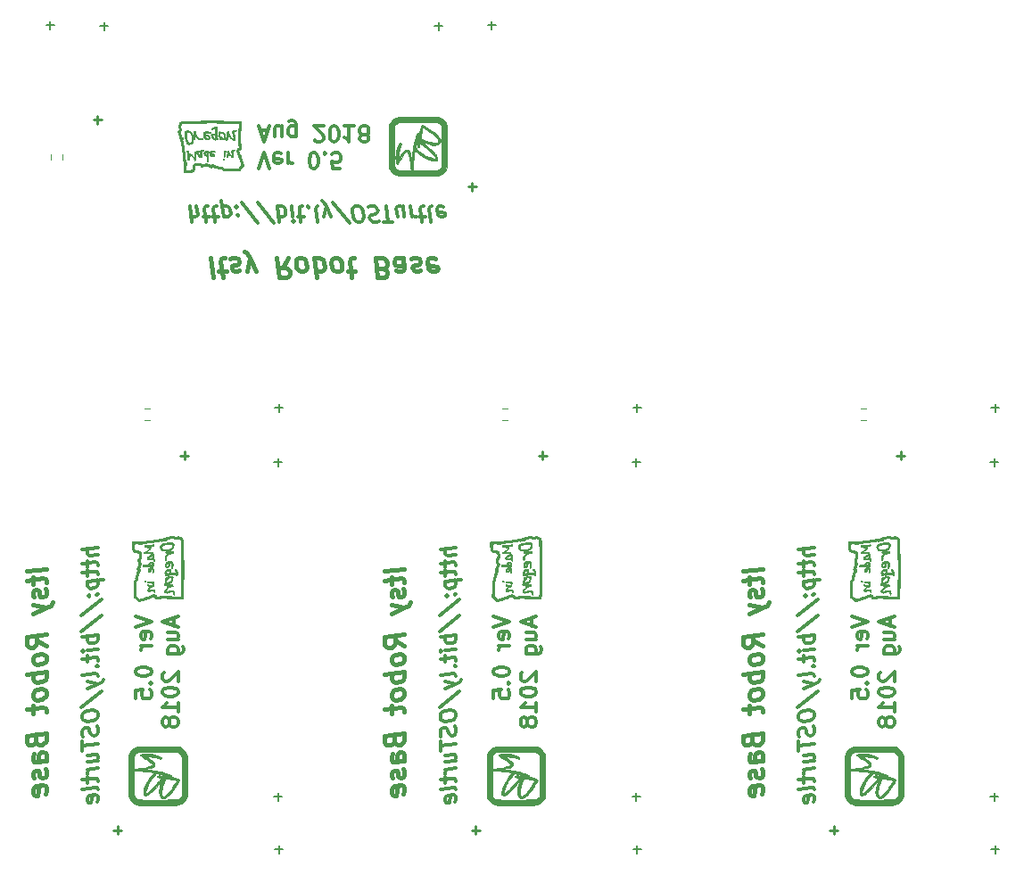
<source format=gbo>
%MOIN*%
%OFA0B0*%
%FSLAX46Y46*%
%IPPOS*%
%LPD*%
%ADD10C,0.0039370078740157488*%
%ADD11C,0.005905511811023622*%
%ADD12C,0.011811023622047244*%
%ADD13C,0.00984251968503937*%
%ADD14C,0.015748031496062995*%
%ADD15C,0.00010000000000000002*%
%ADD16C,0.0047244094488188976*%
%ADD27C,0.0039370078740157488*%
%ADD28C,0.005905511811023622*%
%ADD29C,0.011811023622047244*%
%ADD30C,0.00984251968503937*%
%ADD31C,0.015748031496062995*%
%ADD32C,0.00010000000000000002*%
%ADD33C,0.0047244094488188976*%
%ADD34C,0.0039370078740157488*%
%ADD35C,0.005905511811023622*%
%ADD36C,0.011811023622047244*%
%ADD37C,0.00984251968503937*%
%ADD38C,0.015748031496062995*%
%ADD39C,0.00010000000000000002*%
%ADD40C,0.0047244094488188976*%
%ADD41C,0.0039370078740157488*%
%ADD42C,0.005905511811023622*%
%ADD43C,0.011811023622047244*%
%ADD44C,0.00984251968503937*%
%ADD45C,0.015748031496062995*%
%ADD46C,0.00010000000000000002*%
%ADD47C,0.0047244094488188976*%
G01*
D10*
D11*
X0001085001Y0001872187D02*
X0001114998Y0001872187D01*
X0001100000Y0001857189D02*
X0001100000Y0001887185D01*
X0001085001Y0000622187D02*
X0001114998Y0000622187D01*
X0001100000Y0000607189D02*
X0001100000Y0000637185D01*
D12*
X0000426715Y0001552186D02*
X0000367660Y0001544804D01*
X0000426715Y0001526877D02*
X0000395781Y0001523010D01*
X0000390157Y0001525119D01*
X0000387345Y0001530392D01*
X0000387345Y0001538828D01*
X0000390157Y0001544804D01*
X0000392969Y0001547968D01*
X0000387345Y0001502270D02*
X0000387345Y0001479773D01*
X0000367660Y0001491373D02*
X0000418279Y0001497701D01*
X0000423903Y0001495592D01*
X0000426715Y0001490319D01*
X0000426715Y0001484694D01*
X0000387345Y0001468525D02*
X0000387345Y0001446027D01*
X0000367660Y0001457627D02*
X0000418279Y0001463955D01*
X0000423903Y0001461846D01*
X0000426715Y0001456573D01*
X0000426715Y0001450949D01*
X0000387345Y0001426342D02*
X0000446400Y0001433724D01*
X0000390157Y0001426694D02*
X0000387345Y0001420718D01*
X0000387345Y0001409469D01*
X0000390157Y0001404197D01*
X0000392969Y0001401736D01*
X0000398593Y0001399627D01*
X0000415466Y0001401736D01*
X0000421091Y0001405251D01*
X0000423903Y0001408415D01*
X0000426715Y0001414391D01*
X0000426715Y0001425639D01*
X0000423903Y0001430912D01*
X0000421091Y0001377130D02*
X0000423903Y0001374669D01*
X0000426715Y0001377833D01*
X0000423903Y0001380293D01*
X0000421091Y0001377130D01*
X0000426715Y0001377833D01*
X0000390157Y0001373263D02*
X0000392969Y0001370802D01*
X0000395781Y0001373966D01*
X0000392969Y0001376427D01*
X0000390157Y0001373263D01*
X0000395781Y0001373966D01*
X0000364848Y0001299796D02*
X0000440776Y0001359905D01*
X0000364848Y0001237928D02*
X0000440776Y0001298038D01*
X0000426715Y0001225977D02*
X0000367660Y0001218595D01*
X0000390157Y0001221407D02*
X0000387345Y0001215431D01*
X0000387345Y0001204183D01*
X0000390157Y0001198910D01*
X0000392969Y0001196449D01*
X0000398593Y0001194340D01*
X0000415466Y0001196449D01*
X0000421091Y0001199964D01*
X0000423903Y0001203128D01*
X0000426715Y0001209104D01*
X0000426715Y0001220352D01*
X0000423903Y0001225625D01*
X0000426715Y0001172546D02*
X0000387345Y0001167625D01*
X0000367660Y0001165164D02*
X0000370472Y0001168328D01*
X0000373284Y0001165867D01*
X0000370472Y0001162703D01*
X0000367660Y0001165164D01*
X0000373284Y0001165867D01*
X0000387345Y0001147940D02*
X0000387345Y0001125442D01*
X0000367660Y0001137042D02*
X0000418279Y0001143370D01*
X0000423903Y0001141261D01*
X0000426715Y0001135988D01*
X0000426715Y0001130364D01*
X0000421091Y0001109976D02*
X0000423903Y0001107515D01*
X0000426715Y0001110679D01*
X0000423903Y0001113139D01*
X0000421091Y0001109976D01*
X0000426715Y0001110679D01*
X0000426715Y0001074121D02*
X0000423903Y0001079393D01*
X0000418279Y0001081503D01*
X0000367660Y0001075175D01*
X0000387345Y0001052326D02*
X0000426715Y0001043187D01*
X0000387345Y0001024205D02*
X0000426715Y0001043187D01*
X0000440776Y0001050569D01*
X0000443588Y0001053733D01*
X0000446400Y0001059708D01*
X0000364848Y0000956713D02*
X0000440776Y0001016823D01*
X0000367660Y0000926131D02*
X0000367660Y0000914883D01*
X0000370472Y0000909610D01*
X0000376096Y0000904689D01*
X0000387345Y0000903283D01*
X0000407030Y0000905743D01*
X0000418279Y0000909961D01*
X0000423903Y0000916289D01*
X0000426715Y0000922265D01*
X0000426715Y0000933513D01*
X0000423903Y0000938786D01*
X0000418279Y0000943707D01*
X0000407030Y0000945113D01*
X0000387345Y0000942653D01*
X0000376096Y0000938434D01*
X0000370472Y0000932107D01*
X0000367660Y0000926131D01*
X0000423903Y0000885355D02*
X0000426715Y0000877270D01*
X0000426715Y0000863209D01*
X0000423903Y0000857234D01*
X0000421091Y0000854070D01*
X0000415466Y0000850555D01*
X0000409842Y0000849852D01*
X0000404218Y0000851961D01*
X0000401406Y0000854422D01*
X0000398593Y0000859694D01*
X0000395781Y0000870591D01*
X0000392969Y0000875864D01*
X0000390157Y0000878325D01*
X0000384533Y0000880434D01*
X0000378908Y0000879731D01*
X0000373284Y0000876216D01*
X0000370472Y0000873052D01*
X0000367660Y0000867076D01*
X0000367660Y0000853015D01*
X0000370472Y0000844931D01*
X0000367660Y0000827706D02*
X0000367660Y0000793960D01*
X0000426715Y0000818215D02*
X0000367660Y0000810833D01*
X0000387345Y0000751427D02*
X0000426715Y0000756348D01*
X0000387345Y0000776736D02*
X0000418279Y0000780603D01*
X0000423903Y0000778494D01*
X0000426715Y0000773221D01*
X0000426715Y0000764784D01*
X0000423903Y0000758809D01*
X0000421091Y0000755645D01*
X0000426715Y0000728226D02*
X0000387345Y0000723305D01*
X0000398593Y0000724711D02*
X0000392969Y0000721196D01*
X0000390157Y0000718032D01*
X0000387345Y0000712057D01*
X0000387345Y0000706432D01*
X0000387345Y0000695184D02*
X0000387345Y0000672686D01*
X0000367660Y0000684287D02*
X0000418279Y0000690614D01*
X0000423903Y0000688505D01*
X0000426715Y0000683232D01*
X0000426715Y0000677608D01*
X0000426715Y0000649486D02*
X0000423903Y0000654759D01*
X0000418279Y0000656868D01*
X0000367660Y0000650541D01*
X0000423903Y0000604140D02*
X0000426715Y0000610116D01*
X0000426715Y0000621365D01*
X0000423903Y0000626638D01*
X0000418279Y0000628747D01*
X0000395781Y0000625935D01*
X0000390157Y0000622419D01*
X0000387345Y0000616443D01*
X0000387345Y0000605195D01*
X0000390157Y0000599922D01*
X0000395781Y0000597813D01*
X0000401406Y0000598516D01*
X0000407030Y0000627341D01*
D13*
X0000764998Y0001897187D02*
X0000735001Y0001897187D01*
X0000750000Y0001882189D02*
X0000750000Y0001912185D01*
X0000514998Y0000497187D02*
X0000485001Y0000497187D01*
X0000500000Y0000482189D02*
X0000500000Y0000512185D01*
D12*
X0000567463Y0001294375D02*
X0000626518Y0001274690D01*
X0000567463Y0001255005D01*
X0000623706Y0001212823D02*
X0000626518Y0001218447D01*
X0000626518Y0001229696D01*
X0000623706Y0001235320D01*
X0000618082Y0001238132D01*
X0000595584Y0001238132D01*
X0000589960Y0001235320D01*
X0000587148Y0001229696D01*
X0000587148Y0001218447D01*
X0000589960Y0001212823D01*
X0000595584Y0001210011D01*
X0000601209Y0001210011D01*
X0000606833Y0001238132D01*
X0000626518Y0001184701D02*
X0000587148Y0001184701D01*
X0000598397Y0001184701D02*
X0000592772Y0001181889D01*
X0000589960Y0001179077D01*
X0000587148Y0001173453D01*
X0000587148Y0001167829D01*
X0000567463Y0001091901D02*
X0000567463Y0001086276D01*
X0000570275Y0001080652D01*
X0000573087Y0001077840D01*
X0000578712Y0001075028D01*
X0000589960Y0001072216D01*
X0000604021Y0001072216D01*
X0000615270Y0001075028D01*
X0000620894Y0001077840D01*
X0000623706Y0001080652D01*
X0000626518Y0001086276D01*
X0000626518Y0001091901D01*
X0000623706Y0001097525D01*
X0000620894Y0001100337D01*
X0000615270Y0001103149D01*
X0000604021Y0001105961D01*
X0000589960Y0001105961D01*
X0000578712Y0001103149D01*
X0000573087Y0001100337D01*
X0000570275Y0001097525D01*
X0000567463Y0001091901D01*
X0000620894Y0001046906D02*
X0000623706Y0001044094D01*
X0000626518Y0001046906D01*
X0000623706Y0001049718D01*
X0000620894Y0001046906D01*
X0000626518Y0001046906D01*
X0000567463Y0000990663D02*
X0000567463Y0001018785D01*
X0000595584Y0001021597D01*
X0000592772Y0001018785D01*
X0000589960Y0001013160D01*
X0000589960Y0000999100D01*
X0000592772Y0000993475D01*
X0000595584Y0000990663D01*
X0000601209Y0000987851D01*
X0000615270Y0000987851D01*
X0000620894Y0000990663D01*
X0000623706Y0000993475D01*
X0000626518Y0000999100D01*
X0000626518Y0001013160D01*
X0000623706Y0001018785D01*
X0000620894Y0001021597D01*
X0000710039Y0001288751D02*
X0000710039Y0001260629D01*
X0000726912Y0001294375D02*
X0000667857Y0001274690D01*
X0000726912Y0001255005D01*
X0000687542Y0001210011D02*
X0000726912Y0001210011D01*
X0000687542Y0001235320D02*
X0000718475Y0001235320D01*
X0000724100Y0001232508D01*
X0000726912Y0001226884D01*
X0000726912Y0001218447D01*
X0000724100Y0001212823D01*
X0000721287Y0001210011D01*
X0000687542Y0001156580D02*
X0000735348Y0001156580D01*
X0000740973Y0001159392D01*
X0000743785Y0001162204D01*
X0000746597Y0001167829D01*
X0000746597Y0001176265D01*
X0000743785Y0001181889D01*
X0000724100Y0001156580D02*
X0000726912Y0001162204D01*
X0000726912Y0001173453D01*
X0000724100Y0001179077D01*
X0000721287Y0001181889D01*
X0000715663Y0001184701D01*
X0000698790Y0001184701D01*
X0000693166Y0001181889D01*
X0000690354Y0001179077D01*
X0000687542Y0001173453D01*
X0000687542Y0001162204D01*
X0000690354Y0001156580D01*
X0000673481Y0001086276D02*
X0000670669Y0001083464D01*
X0000667857Y0001077840D01*
X0000667857Y0001063779D01*
X0000670669Y0001058155D01*
X0000673481Y0001055343D01*
X0000679105Y0001052530D01*
X0000684730Y0001052530D01*
X0000693166Y0001055343D01*
X0000726912Y0001089088D01*
X0000726912Y0001052530D01*
X0000667857Y0001015973D02*
X0000667857Y0001010348D01*
X0000670669Y0001004724D01*
X0000673481Y0001001912D01*
X0000679105Y0000999100D01*
X0000690354Y0000996287D01*
X0000704415Y0000996287D01*
X0000715663Y0000999100D01*
X0000721287Y0001001912D01*
X0000724100Y0001004724D01*
X0000726912Y0001010348D01*
X0000726912Y0001015973D01*
X0000724100Y0001021597D01*
X0000721287Y0001024409D01*
X0000715663Y0001027221D01*
X0000704415Y0001030033D01*
X0000690354Y0001030033D01*
X0000679105Y0001027221D01*
X0000673481Y0001024409D01*
X0000670669Y0001021597D01*
X0000667857Y0001015973D01*
X0000726912Y0000940045D02*
X0000726912Y0000973790D01*
X0000726912Y0000956917D02*
X0000667857Y0000956917D01*
X0000676293Y0000962542D01*
X0000681917Y0000968166D01*
X0000684730Y0000973790D01*
X0000693166Y0000906299D02*
X0000690354Y0000911923D01*
X0000687542Y0000914735D01*
X0000681917Y0000917547D01*
X0000679105Y0000917547D01*
X0000673481Y0000914735D01*
X0000670669Y0000911923D01*
X0000667857Y0000906299D01*
X0000667857Y0000895050D01*
X0000670669Y0000889426D01*
X0000673481Y0000886614D01*
X0000679105Y0000883802D01*
X0000681917Y0000883802D01*
X0000687542Y0000886614D01*
X0000690354Y0000889426D01*
X0000693166Y0000895050D01*
X0000693166Y0000906299D01*
X0000695978Y0000911923D01*
X0000698790Y0000914735D01*
X0000704415Y0000917547D01*
X0000715663Y0000917547D01*
X0000721287Y0000914735D01*
X0000724100Y0000911923D01*
X0000726912Y0000906299D01*
X0000726912Y0000895050D01*
X0000724100Y0000889426D01*
X0000721287Y0000886614D01*
X0000715663Y0000883802D01*
X0000704415Y0000883802D01*
X0000698790Y0000886614D01*
X0000695978Y0000889426D01*
X0000693166Y0000895050D01*
D14*
X0000232949Y0001473784D02*
X0000160114Y0001464680D01*
X0000184392Y0001443437D02*
X0000184392Y0001415690D01*
X0000160114Y0001429997D02*
X0000222544Y0001437801D01*
X0000229480Y0001435199D01*
X0000232949Y0001428696D01*
X0000232949Y0001421760D01*
X0000229480Y0001400516D02*
X0000232949Y0001394013D01*
X0000232949Y0001380140D01*
X0000229480Y0001372770D01*
X0000222544Y0001368434D01*
X0000219075Y0001368001D01*
X0000212139Y0001370602D01*
X0000208670Y0001377105D01*
X0000208670Y0001387510D01*
X0000205202Y0001394013D01*
X0000198265Y0001396614D01*
X0000194797Y0001396181D01*
X0000187860Y0001391845D01*
X0000184392Y0001384475D01*
X0000184392Y0001374070D01*
X0000187860Y0001367567D01*
X0000184392Y0001339387D02*
X0000232949Y0001328115D01*
X0000184392Y0001304704D02*
X0000232949Y0001328115D01*
X0000250290Y0001337220D01*
X0000253758Y0001341121D01*
X0000257227Y0001348492D01*
X0000232949Y0001185914D02*
X0000198265Y0001205857D01*
X0000232949Y0001227534D02*
X0000160114Y0001218430D01*
X0000160114Y0001190683D01*
X0000163582Y0001184180D01*
X0000167051Y0001181145D01*
X0000173987Y0001178544D01*
X0000184392Y0001179845D01*
X0000191329Y0001184180D01*
X0000194797Y0001188082D01*
X0000198265Y0001195452D01*
X0000198265Y0001223199D01*
X0000232949Y0001144294D02*
X0000229480Y0001150797D01*
X0000226012Y0001153832D01*
X0000219075Y0001156433D01*
X0000198265Y0001153832D01*
X0000191329Y0001149497D01*
X0000187860Y0001145595D01*
X0000184392Y0001138225D01*
X0000184392Y0001127820D01*
X0000187860Y0001121317D01*
X0000191329Y0001118282D01*
X0000198265Y0001115681D01*
X0000219075Y0001118282D01*
X0000226012Y0001122617D01*
X0000229480Y0001126519D01*
X0000232949Y0001133889D01*
X0000232949Y0001144294D01*
X0000232949Y0001088801D02*
X0000160114Y0001079697D01*
X0000187860Y0001083165D02*
X0000184392Y0001075795D01*
X0000184392Y0001061922D01*
X0000187860Y0001055419D01*
X0000191329Y0001052384D01*
X0000198265Y0001049783D01*
X0000219075Y0001052384D01*
X0000226012Y0001056719D01*
X0000229480Y0001060621D01*
X0000232949Y0001067991D01*
X0000232949Y0001081865D01*
X0000229480Y0001088368D01*
X0000232949Y0001012498D02*
X0000229480Y0001019001D01*
X0000226012Y0001022036D01*
X0000219075Y0001024637D01*
X0000198265Y0001022036D01*
X0000191329Y0001017701D01*
X0000187860Y0001013799D01*
X0000184392Y0001006429D01*
X0000184392Y0000996024D01*
X0000187860Y0000989521D01*
X0000191329Y0000986486D01*
X0000198265Y0000983885D01*
X0000219075Y0000986486D01*
X0000226012Y0000990821D01*
X0000229480Y0000994723D01*
X0000232949Y0001002093D01*
X0000232949Y0001012498D01*
X0000184392Y0000961341D02*
X0000184392Y0000933594D01*
X0000160114Y0000947901D02*
X0000222544Y0000955705D01*
X0000229480Y0000953103D01*
X0000232949Y0000946600D01*
X0000232949Y0000939664D01*
X0000194797Y0000830845D02*
X0000198265Y0000820874D01*
X0000201734Y0000817839D01*
X0000208670Y0000815238D01*
X0000219075Y0000816538D01*
X0000226012Y0000820874D01*
X0000229480Y0000824776D01*
X0000232949Y0000832146D01*
X0000232949Y0000859892D01*
X0000160114Y0000850788D01*
X0000160114Y0000826510D01*
X0000163582Y0000820007D01*
X0000167051Y0000816972D01*
X0000173987Y0000814371D01*
X0000180924Y0000815238D01*
X0000187860Y0000819573D01*
X0000191329Y0000823475D01*
X0000194797Y0000830845D01*
X0000194797Y0000855123D01*
X0000232949Y0000755843D02*
X0000194797Y0000751074D01*
X0000187860Y0000753675D01*
X0000184392Y0000760178D01*
X0000184392Y0000774052D01*
X0000187860Y0000781422D01*
X0000229480Y0000755409D02*
X0000232949Y0000762780D01*
X0000232949Y0000780121D01*
X0000229480Y0000786624D01*
X0000222544Y0000789225D01*
X0000215607Y0000788358D01*
X0000208670Y0000784023D01*
X0000205202Y0000776653D01*
X0000205202Y0000759311D01*
X0000201734Y0000751941D01*
X0000229480Y0000724194D02*
X0000232949Y0000717691D01*
X0000232949Y0000703818D01*
X0000229480Y0000696448D01*
X0000222544Y0000692113D01*
X0000219075Y0000691679D01*
X0000212139Y0000694280D01*
X0000208670Y0000700783D01*
X0000208670Y0000711188D01*
X0000205202Y0000717691D01*
X0000198265Y0000720293D01*
X0000194797Y0000719859D01*
X0000187860Y0000715524D01*
X0000184392Y0000708153D01*
X0000184392Y0000697749D01*
X0000187860Y0000691245D01*
X0000229480Y0000634018D02*
X0000232949Y0000641388D01*
X0000232949Y0000655262D01*
X0000229480Y0000661765D01*
X0000222544Y0000664366D01*
X0000194797Y0000660898D01*
X0000187860Y0000656562D01*
X0000184392Y0000649192D01*
X0000184392Y0000635319D01*
X0000187860Y0000628816D01*
X0000194797Y0000626215D01*
X0000201734Y0000627082D01*
X0000208670Y0000662632D01*
D15*
G36*
X0000580700Y0001353100D02*
X0000582200Y0001353100D01*
X0000583200Y0001353200D01*
X0000584100Y0001353300D01*
X0000584800Y0001353500D01*
X0000585600Y0001353900D01*
X0000585900Y0001353999D01*
X0000587000Y0001354500D01*
X0000588000Y0001354900D01*
X0000589200Y0001355300D01*
X0000590600Y0001355700D01*
X0000592400Y0001356100D01*
X0000594500Y0001356600D01*
X0000595200Y0001356800D01*
X0000598100Y0001357400D01*
X0000600500Y0001358100D01*
X0000602600Y0001358700D01*
X0000604400Y0001359500D01*
X0000606000Y0001360300D01*
X0000581200Y0001360300D01*
X0000580600Y0001360300D01*
X0000580100Y0001360400D01*
X0000579600Y0001360700D01*
X0000579000Y0001361200D01*
X0000578300Y0001362100D01*
X0000577900Y0001362500D01*
X0000577000Y0001363600D01*
X0000576000Y0001364600D01*
X0000575100Y0001365300D01*
X0000574800Y0001365600D01*
X0000574100Y0001366100D01*
X0000573100Y0001366900D01*
X0000571900Y0001367900D01*
X0000570700Y0001368900D01*
X0000570600Y0001369000D01*
X0000569500Y0001369900D01*
X0000568500Y0001370700D01*
X0000567800Y0001371200D01*
X0000567400Y0001371500D01*
X0000567300Y0001371500D01*
X0000567100Y0001371700D01*
X0000567100Y0001372400D01*
X0000567100Y0001373400D01*
X0000567300Y0001374600D01*
X0000567500Y0001375800D01*
X0000567600Y0001376200D01*
X0000567700Y0001376700D01*
X0000567900Y0001377200D01*
X0000567900Y0001377800D01*
X0000568000Y0001378500D01*
X0000568100Y0001379500D01*
X0000568200Y0001380800D01*
X0000568200Y0001382300D01*
X0000568300Y0001384199D01*
X0000568300Y0001386500D01*
X0000568400Y0001389300D01*
X0000568500Y0001392600D01*
X0000568500Y0001394700D01*
X0000568600Y0001398100D01*
X0000568600Y0001401500D01*
X0000568700Y0001404900D01*
X0000568700Y0001408200D01*
X0000568800Y0001411300D01*
X0000568800Y0001414100D01*
X0000568800Y0001416600D01*
X0000568800Y0001418500D01*
X0000568800Y0001419000D01*
X0000568800Y0001426599D01*
X0000571200Y0001429000D01*
X0000573500Y0001431400D01*
X0000573500Y0001433000D01*
X0000573500Y0001434100D01*
X0000573400Y0001435500D01*
X0000573200Y0001436600D01*
X0000573100Y0001437900D01*
X0000573200Y0001439100D01*
X0000573400Y0001440400D01*
X0000573800Y0001442000D01*
X0000574500Y0001443800D01*
X0000575400Y0001446000D01*
X0000575600Y0001446600D01*
X0000576400Y0001448300D01*
X0000576900Y0001449600D01*
X0000577200Y0001450700D01*
X0000577400Y0001451700D01*
X0000577600Y0001452800D01*
X0000577700Y0001453500D01*
X0000577900Y0001455300D01*
X0000578100Y0001456700D01*
X0000578400Y0001457800D01*
X0000578800Y0001458600D01*
X0000579300Y0001459400D01*
X0000580100Y0001460200D01*
X0000580200Y0001460300D01*
X0000581000Y0001461200D01*
X0000581700Y0001462200D01*
X0000582200Y0001462900D01*
X0000582200Y0001462900D01*
X0000582400Y0001463700D01*
X0000582600Y0001464900D01*
X0000582900Y0001466300D01*
X0000583000Y0001467800D01*
X0000583200Y0001469100D01*
X0000583200Y0001470100D01*
X0000583100Y0001470700D01*
X0000582800Y0001471200D01*
X0000582300Y0001472100D01*
X0000581600Y0001472900D01*
X0000580800Y0001473800D01*
X0000580500Y0001474400D01*
X0000580400Y0001474800D01*
X0000580500Y0001475000D01*
X0000580800Y0001475400D01*
X0000581300Y0001476200D01*
X0000582000Y0001477300D01*
X0000582800Y0001478500D01*
X0000583000Y0001478800D01*
X0000585100Y0001482200D01*
X0000585200Y0001485200D01*
X0000585300Y0001486600D01*
X0000585400Y0001487500D01*
X0000585500Y0001488000D01*
X0000585700Y0001488400D01*
X0000586000Y0001488600D01*
X0000586200Y0001488700D01*
X0000587100Y0001489500D01*
X0000587700Y0001490600D01*
X0000588000Y0001491800D01*
X0000588000Y0001492000D01*
X0000587700Y0001493100D01*
X0000587000Y0001494200D01*
X0000585800Y0001495300D01*
X0000585300Y0001495700D01*
X0000584800Y0001496200D01*
X0000584400Y0001496500D01*
X0000584100Y0001496900D01*
X0000583800Y0001497400D01*
X0000583700Y0001498200D01*
X0000583500Y0001499200D01*
X0000583300Y0001500700D01*
X0000583200Y0001502600D01*
X0000583100Y0001503200D01*
X0000582700Y0001507500D01*
X0000583800Y0001508700D01*
X0000585100Y0001510100D01*
X0000586100Y0001511500D01*
X0000586900Y0001512700D01*
X0000587100Y0001513100D01*
X0000587300Y0001514000D01*
X0000587500Y0001515300D01*
X0000587700Y0001517000D01*
X0000587900Y0001518800D01*
X0000588100Y0001520800D01*
X0000588200Y0001522700D01*
X0000588200Y0001524500D01*
X0000588200Y0001524600D01*
X0000588200Y0001526500D01*
X0000588000Y0001528200D01*
X0000587800Y0001529900D01*
X0000587400Y0001531800D01*
X0000587000Y0001533600D01*
X0000586600Y0001534900D01*
X0000586100Y0001535900D01*
X0000585600Y0001536800D01*
X0000584800Y0001537700D01*
X0000583800Y0001538700D01*
X0000583000Y0001539400D01*
X0000582200Y0001540000D01*
X0000581300Y0001540300D01*
X0000580200Y0001540600D01*
X0000578800Y0001540900D01*
X0000577100Y0001541000D01*
X0000575100Y0001541200D01*
X0000572000Y0001541500D01*
X0000569300Y0001542000D01*
X0000567100Y0001542800D01*
X0000565300Y0001543800D01*
X0000565100Y0001543900D01*
X0000564100Y0001544900D01*
X0000563000Y0001546400D01*
X0000562700Y0001546900D01*
X0000562200Y0001548000D01*
X0000561800Y0001548900D01*
X0000561700Y0001549600D01*
X0000561700Y0001550500D01*
X0000561700Y0001550600D01*
X0000561700Y0001552100D01*
X0000561400Y0001553800D01*
X0000561100Y0001555000D01*
X0000560600Y0001556500D01*
X0000560400Y0001557600D01*
X0000560300Y0001558300D01*
X0000560500Y0001558900D01*
X0000560700Y0001559500D01*
X0000560900Y0001559800D01*
X0000561500Y0001561000D01*
X0000561700Y0001562700D01*
X0000561500Y0001564600D01*
X0000561300Y0001565200D01*
X0000561100Y0001566100D01*
X0000560900Y0001566900D01*
X0000560900Y0001567200D01*
X0000561100Y0001567200D01*
X0000561900Y0001567300D01*
X0000562800Y0001567300D01*
X0000562900Y0001567300D01*
X0000564000Y0001567300D01*
X0000564800Y0001567400D01*
X0000565500Y0001567600D01*
X0000566200Y0001568100D01*
X0000567500Y0001569000D01*
X0000572200Y0001568700D01*
X0000574000Y0001568600D01*
X0000575300Y0001568400D01*
X0000576300Y0001568300D01*
X0000577000Y0001568100D01*
X0000577600Y0001567900D01*
X0000578200Y0001567600D01*
X0000578500Y0001567400D01*
X0000579700Y0001566800D01*
X0000580800Y0001566500D01*
X0000581600Y0001566500D01*
X0000582700Y0001566400D01*
X0000583600Y0001566300D01*
X0000583900Y0001566200D01*
X0000584600Y0001566100D01*
X0000585600Y0001565900D01*
X0000586900Y0001565900D01*
X0000587400Y0001565900D01*
X0000588700Y0001565900D01*
X0000589500Y0001565900D01*
X0000590100Y0001566100D01*
X0000590500Y0001566400D01*
X0000591000Y0001566800D01*
X0000591100Y0001566900D01*
X0000591700Y0001567700D01*
X0000592000Y0001568500D01*
X0000592100Y0001568600D01*
X0000592100Y0001569000D01*
X0000592300Y0001569200D01*
X0000592900Y0001569400D01*
X0000593900Y0001569500D01*
X0000595200Y0001569600D01*
X0000596700Y0001569699D01*
X0000597600Y0001569699D01*
X0000599300Y0001569800D01*
X0000601500Y0001570000D01*
X0000604300Y0001570300D01*
X0000607700Y0001570800D01*
X0000611600Y0001571500D01*
X0000611900Y0001571500D01*
X0000613600Y0001571800D01*
X0000615200Y0001572000D01*
X0000616400Y0001572200D01*
X0000617300Y0001572300D01*
X0000617600Y0001572400D01*
X0000618100Y0001572400D01*
X0000619000Y0001572300D01*
X0000620200Y0001572300D01*
X0000621400Y0001572200D01*
X0000622700Y0001572200D01*
X0000623900Y0001572100D01*
X0000624700Y0001572000D01*
X0000625000Y0001571900D01*
X0000626000Y0001571500D01*
X0000627200Y0001571400D01*
X0000628400Y0001571500D01*
X0000629400Y0001571900D01*
X0000629900Y0001572500D01*
X0000630400Y0001572800D01*
X0000631400Y0001573100D01*
X0000633000Y0001573500D01*
X0000635200Y0001573800D01*
X0000637900Y0001574200D01*
X0000641000Y0001574500D01*
X0000643400Y0001574700D01*
X0000645500Y0001574900D01*
X0000647500Y0001575100D01*
X0000649200Y0001575300D01*
X0000650600Y0001575500D01*
X0000651600Y0001575600D01*
X0000652100Y0001575699D01*
X0000652900Y0001576100D01*
X0000654000Y0001576500D01*
X0000655000Y0001576900D01*
X0000655800Y0001577200D01*
X0000656400Y0001577500D01*
X0000657100Y0001577600D01*
X0000657900Y0001577700D01*
X0000658900Y0001577700D01*
X0000660200Y0001577600D01*
X0000662000Y0001577500D01*
X0000662800Y0001577500D01*
X0000664600Y0001577400D01*
X0000666000Y0001577400D01*
X0000667100Y0001577600D01*
X0000668100Y0001577900D01*
X0000669200Y0001578400D01*
X0000670500Y0001579200D01*
X0000672000Y0001579900D01*
X0000673100Y0001580300D01*
X0000674200Y0001580500D01*
X0000675300Y0001580300D01*
X0000676800Y0001579900D01*
X0000677200Y0001579700D01*
X0000678700Y0001579200D01*
X0000679900Y0001578900D01*
X0000680700Y0001578900D01*
X0000681400Y0001579000D01*
X0000682000Y0001579300D01*
X0000682100Y0001579300D01*
X0000682700Y0001579900D01*
X0000683400Y0001580900D01*
X0000684100Y0001582100D01*
X0000684600Y0001583400D01*
X0000684900Y0001584200D01*
X0000685100Y0001585000D01*
X0000688600Y0001585000D01*
X0000692200Y0001585000D01*
X0000694700Y0001586200D01*
X0000697400Y0001587500D01*
X0000699700Y0001588500D01*
X0000701600Y0001589300D01*
X0000703000Y0001589800D01*
X0000703800Y0001590000D01*
X0000704500Y0001590100D01*
X0000705100Y0001590100D01*
X0000705700Y0001589800D01*
X0000706500Y0001589200D01*
X0000706600Y0001589200D01*
X0000708200Y0001588099D01*
X0000709700Y0001587200D01*
X0000711500Y0001586500D01*
X0000712600Y0001586200D01*
X0000714700Y0001585600D01*
X0000718600Y0001586500D01*
X0000721200Y0001587100D01*
X0000723300Y0001587400D01*
X0000725100Y0001587600D01*
X0000726700Y0001587600D01*
X0000728200Y0001587300D01*
X0000729700Y0001586900D01*
X0000729700Y0001586900D01*
X0000731400Y0001586300D01*
X0000732900Y0001585800D01*
X0000734200Y0001585200D01*
X0000735100Y0001584800D01*
X0000735500Y0001584400D01*
X0000735600Y0001584400D01*
X0000735700Y0001584000D01*
X0000736000Y0001583200D01*
X0000736200Y0001582900D01*
X0000736500Y0001582000D01*
X0000736800Y0001580600D01*
X0000737000Y0001578700D01*
X0000737100Y0001576300D01*
X0000737200Y0001573300D01*
X0000737300Y0001569800D01*
X0000737300Y0001565800D01*
X0000737300Y0001565400D01*
X0000737400Y0001563200D01*
X0000737400Y0001560600D01*
X0000737500Y0001557699D01*
X0000737500Y0001554600D01*
X0000737600Y0001551499D01*
X0000737800Y0001548600D01*
X0000737800Y0001547800D01*
X0000738100Y0001538500D01*
X0000738500Y0001529600D01*
X0000738700Y0001520800D01*
X0000738900Y0001512000D01*
X0000739100Y0001503300D01*
X0000739200Y0001494500D01*
X0000739300Y0001485600D01*
X0000739300Y0001476400D01*
X0000739300Y0001467000D01*
X0000739300Y0001457100D01*
X0000739200Y0001446800D01*
X0000739100Y0001441600D01*
X0000739000Y0001434300D01*
X0000738900Y0001427600D01*
X0000738800Y0001421400D01*
X0000738700Y0001415700D01*
X0000738600Y0001410400D01*
X0000738500Y0001405500D01*
X0000738400Y0001400900D01*
X0000738300Y0001396700D01*
X0000738100Y0001392800D01*
X0000738000Y0001389200D01*
X0000737900Y0001385700D01*
X0000737700Y0001382400D01*
X0000737600Y0001380600D01*
X0000737500Y0001378100D01*
X0000737300Y0001375800D01*
X0000737200Y0001373700D01*
X0000737100Y0001371900D01*
X0000737000Y0001370600D01*
X0000737000Y0001369700D01*
X0000737000Y0001369200D01*
X0000737000Y0001369200D01*
X0000736700Y0001369200D01*
X0000735800Y0001369300D01*
X0000734500Y0001369300D01*
X0000732600Y0001369400D01*
X0000730300Y0001369500D01*
X0000727600Y0001369600D01*
X0000724500Y0001369800D01*
X0000721100Y0001369900D01*
X0000717300Y0001370100D01*
X0000713300Y0001370300D01*
X0000709100Y0001370400D01*
X0000704600Y0001370600D01*
X0000700000Y0001370900D01*
X0000699400Y0001370900D01*
X0000693900Y0001371100D01*
X0000688900Y0001371300D01*
X0000684400Y0001371500D01*
X0000680400Y0001371700D01*
X0000676900Y0001371900D01*
X0000673800Y0001372000D01*
X0000671200Y0001372100D01*
X0000668800Y0001372199D01*
X0000666900Y0001372199D01*
X0000665200Y0001372199D01*
X0000663900Y0001372199D01*
X0000662700Y0001372199D01*
X0000661800Y0001372199D01*
X0000661100Y0001372100D01*
X0000660500Y0001372000D01*
X0000660100Y0001371900D01*
X0000659700Y0001371800D01*
X0000659400Y0001371600D01*
X0000659200Y0001371400D01*
X0000658900Y0001371200D01*
X0000658600Y0001371000D01*
X0000658000Y0001370500D01*
X0000657400Y0001370200D01*
X0000656800Y0001370100D01*
X0000655800Y0001370200D01*
X0000655400Y0001370200D01*
X0000654000Y0001370200D01*
X0000652700Y0001370100D01*
X0000651100Y0001369700D01*
X0000651000Y0001369700D01*
X0000649300Y0001369200D01*
X0000648100Y0001368900D01*
X0000647200Y0001368800D01*
X0000646700Y0001368800D01*
X0000646300Y0001368900D01*
X0000646100Y0001369200D01*
X0000646000Y0001369200D01*
X0000645800Y0001369900D01*
X0000645500Y0001370800D01*
X0000645500Y0001371200D01*
X0000645200Y0001372300D01*
X0000644800Y0001373200D01*
X0000644200Y0001374000D01*
X0000643300Y0001374700D01*
X0000641900Y0001375600D01*
X0000640500Y0001376300D01*
X0000637000Y0001378000D01*
X0000633900Y0001377700D01*
X0000632700Y0001377500D01*
X0000631600Y0001377300D01*
X0000630600Y0001377000D01*
X0000629500Y0001376700D01*
X0000628100Y0001376200D01*
X0000626400Y0001375400D01*
X0000625900Y0001375200D01*
X0000623900Y0001374400D01*
X0000621900Y0001373500D01*
X0000619800Y0001372600D01*
X0000618000Y0001371800D01*
X0000617300Y0001371400D01*
X0000615800Y0001370800D01*
X0000614700Y0001370300D01*
X0000613900Y0001370000D01*
X0000613400Y0001369900D01*
X0000613000Y0001370000D01*
X0000612600Y0001370000D01*
X0000611600Y0001370300D01*
X0000610400Y0001370300D01*
X0000609100Y0001369900D01*
X0000607500Y0001369200D01*
X0000605600Y0001368200D01*
X0000605500Y0001368100D01*
X0000603900Y0001367200D01*
X0000602500Y0001366400D01*
X0000601300Y0001365800D01*
X0000600100Y0001365400D01*
X0000598800Y0001364900D01*
X0000597200Y0001364500D01*
X0000595400Y0001364100D01*
X0000593600Y0001363700D01*
X0000591100Y0001363100D01*
X0000589100Y0001362600D01*
X0000587500Y0001362200D01*
X0000586200Y0001361800D01*
X0000585100Y0001361400D01*
X0000584200Y0001361100D01*
X0000583800Y0001360800D01*
X0000582700Y0001360500D01*
X0000581500Y0001360300D01*
X0000581200Y0001360300D01*
X0000606000Y0001360300D01*
X0000606100Y0001360400D01*
X0000606700Y0001360600D01*
X0000607800Y0001361300D01*
X0000608700Y0001361700D01*
X0000609200Y0001361900D01*
X0000609600Y0001361900D01*
X0000610000Y0001361700D01*
X0000610700Y0001361600D01*
X0000611400Y0001361500D01*
X0000612300Y0001361700D01*
X0000613400Y0001362000D01*
X0000614800Y0001362600D01*
X0000616700Y0001363400D01*
X0000617900Y0001364000D01*
X0000621100Y0001365400D01*
X0000624100Y0001366800D01*
X0000626800Y0001367900D01*
X0000629200Y0001368900D01*
X0000631200Y0001369700D01*
X0000632800Y0001370200D01*
X0000633900Y0001370500D01*
X0000634000Y0001370500D01*
X0000635100Y0001370700D01*
X0000635800Y0001370600D01*
X0000636600Y0001370400D01*
X0000637100Y0001370100D01*
X0000637900Y0001369700D01*
X0000638400Y0001369200D01*
X0000638700Y0001368600D01*
X0000638900Y0001367700D01*
X0000639000Y0001367200D01*
X0000639100Y0001366600D01*
X0000639500Y0001365900D01*
X0000640100Y0001365200D01*
X0000641100Y0001364100D01*
X0000641500Y0001363800D01*
X0000642500Y0001362800D01*
X0000643200Y0001362100D01*
X0000643700Y0001361700D01*
X0000644200Y0001361500D01*
X0000644800Y0001361500D01*
X0000645200Y0001361500D01*
X0000647300Y0001361600D01*
X0000649700Y0001362100D01*
X0000652200Y0001362700D01*
X0000653300Y0001363000D01*
X0000654200Y0001363100D01*
X0000655100Y0001363100D01*
X0000656300Y0001363000D01*
X0000656500Y0001362900D01*
X0000657800Y0001362800D01*
X0000658900Y0001362800D01*
X0000659800Y0001363100D01*
X0000660900Y0001363800D01*
X0000661800Y0001364500D01*
X0000662900Y0001365400D01*
X0000701500Y0001363700D01*
X0000706200Y0001363500D01*
X0000710800Y0001363300D01*
X0000715200Y0001363100D01*
X0000719400Y0001362900D01*
X0000723300Y0001362800D01*
X0000726900Y0001362600D01*
X0000730200Y0001362500D01*
X0000733100Y0001362400D01*
X0000735600Y0001362300D01*
X0000737700Y0001362200D01*
X0000739300Y0001362200D01*
X0000740400Y0001362200D01*
X0000741000Y0001362200D01*
X0000741000Y0001362200D01*
X0000742000Y0001362600D01*
X0000742900Y0001363400D01*
X0000743500Y0001364300D01*
X0000743600Y0001364500D01*
X0000743700Y0001365000D01*
X0000743800Y0001366100D01*
X0000743900Y0001367600D01*
X0000744100Y0001369500D01*
X0000744200Y0001371800D01*
X0000744400Y0001374300D01*
X0000744500Y0001377200D01*
X0000744700Y0001380200D01*
X0000744800Y0001383400D01*
X0000745000Y0001386600D01*
X0000745100Y0001389900D01*
X0000745200Y0001393100D01*
X0000745300Y0001396300D01*
X0000745400Y0001399300D01*
X0000745500Y0001402100D01*
X0000745600Y0001403800D01*
X0000745600Y0001406200D01*
X0000745700Y0001409100D01*
X0000745700Y0001412400D01*
X0000745800Y0001416000D01*
X0000745900Y0001420000D01*
X0000745900Y0001424200D01*
X0000746000Y0001428500D01*
X0000746000Y0001433000D01*
X0000746100Y0001437400D01*
X0000746200Y0001441700D01*
X0000746200Y0001443400D01*
X0000746200Y0001447400D01*
X0000746300Y0001451400D01*
X0000746300Y0001455300D01*
X0000746400Y0001459100D01*
X0000746400Y0001462600D01*
X0000746400Y0001465900D01*
X0000746500Y0001468799D01*
X0000746500Y0001471300D01*
X0000746500Y0001473400D01*
X0000746500Y0001475000D01*
X0000746500Y0001475900D01*
X0000746500Y0001477300D01*
X0000746500Y0001479300D01*
X0000746500Y0001481700D01*
X0000746500Y0001484500D01*
X0000746500Y0001487500D01*
X0000746400Y0001490700D01*
X0000746400Y0001494000D01*
X0000746300Y0001497300D01*
X0000746300Y0001498700D01*
X0000746200Y0001504800D01*
X0000746000Y0001510700D01*
X0000745900Y0001516500D01*
X0000745700Y0001522000D01*
X0000745600Y0001527200D01*
X0000745400Y0001532100D01*
X0000745300Y0001536600D01*
X0000745200Y0001540600D01*
X0000745000Y0001544000D01*
X0000745000Y0001544700D01*
X0000744900Y0001546900D01*
X0000744800Y0001549500D01*
X0000744800Y0001552300D01*
X0000744700Y0001555100D01*
X0000744700Y0001557800D01*
X0000744700Y0001558800D01*
X0000744700Y0001561400D01*
X0000744600Y0001564300D01*
X0000744600Y0001567500D01*
X0000744400Y0001570600D01*
X0000744300Y0001573600D01*
X0000744300Y0001575100D01*
X0000743800Y0001583600D01*
X0000742500Y0001586400D01*
X0000741800Y0001587700D01*
X0000741300Y0001588700D01*
X0000740800Y0001589400D01*
X0000740600Y0001589600D01*
X0000739800Y0001590200D01*
X0000738600Y0001590800D01*
X0000737000Y0001591600D01*
X0000735300Y0001592300D01*
X0000733600Y0001593000D01*
X0000732100Y0001593600D01*
X0000730500Y0001594099D01*
X0000729200Y0001594400D01*
X0000728200Y0001594600D01*
X0000727000Y0001594700D01*
X0000726200Y0001594700D01*
X0000723300Y0001594500D01*
X0000720000Y0001594000D01*
X0000717100Y0001593400D01*
X0000715700Y0001593100D01*
X0000714600Y0001593100D01*
X0000713400Y0001593400D01*
X0000712100Y0001594000D01*
X0000710600Y0001594900D01*
X0000709900Y0001595500D01*
X0000708500Y0001596400D01*
X0000707500Y0001597000D01*
X0000706500Y0001597300D01*
X0000705500Y0001597400D01*
X0000704200Y0001597300D01*
X0000702700Y0001597000D01*
X0000701500Y0001596700D01*
X0000699900Y0001596200D01*
X0000698100Y0001595500D01*
X0000696000Y0001594700D01*
X0000694000Y0001593700D01*
X0000692300Y0001592900D01*
X0000691600Y0001592600D01*
X0000691000Y0001592300D01*
X0000690300Y0001592200D01*
X0000689500Y0001592100D01*
X0000688300Y0001592100D01*
X0000686700Y0001592100D01*
X0000686500Y0001592100D01*
X0000684600Y0001592000D01*
X0000683000Y0001591900D01*
X0000681900Y0001591700D01*
X0000681000Y0001591200D01*
X0000680200Y0001590500D01*
X0000679500Y0001589400D01*
X0000678700Y0001587899D01*
X0000678300Y0001587100D01*
X0000678000Y0001587100D01*
X0000677300Y0001587200D01*
X0000676300Y0001587400D01*
X0000676000Y0001587500D01*
X0000674200Y0001587700D01*
X0000673000Y0001587700D01*
X0000672700Y0001587700D01*
X0000671000Y0001587200D01*
X0000669200Y0001586400D01*
X0000667400Y0001585500D01*
X0000666900Y0001585200D01*
X0000666400Y0001584900D01*
X0000665900Y0001584700D01*
X0000665300Y0001584500D01*
X0000664600Y0001584500D01*
X0000663700Y0001584500D01*
X0000662500Y0001584500D01*
X0000660800Y0001584700D01*
X0000658700Y0001584900D01*
X0000658600Y0001584900D01*
X0000657600Y0001584900D01*
X0000656600Y0001584900D01*
X0000655500Y0001584600D01*
X0000654400Y0001584300D01*
X0000653100Y0001583800D01*
X0000651900Y0001583400D01*
X0000651000Y0001583000D01*
X0000650800Y0001582900D01*
X0000650300Y0001582700D01*
X0000649500Y0001582500D01*
X0000648400Y0001582400D01*
X0000646900Y0001582200D01*
X0000644900Y0001582000D01*
X0000642500Y0001581800D01*
X0000639800Y0001581500D01*
X0000637200Y0001581200D01*
X0000634700Y0001580900D01*
X0000632300Y0001580500D01*
X0000630200Y0001580200D01*
X0000628500Y0001579900D01*
X0000627300Y0001579500D01*
X0000626900Y0001579400D01*
X0000626200Y0001579400D01*
X0000625500Y0001579500D01*
X0000624500Y0001579600D01*
X0000623100Y0001579400D01*
X0000623100Y0001579400D01*
X0000621800Y0001579200D01*
X0000620400Y0001579300D01*
X0000619700Y0001579400D01*
X0000618800Y0001579500D01*
X0000618000Y0001579600D01*
X0000617100Y0001579500D01*
X0000616000Y0001579400D01*
X0000614400Y0001579100D01*
X0000613800Y0001579000D01*
X0000610100Y0001578300D01*
X0000606700Y0001577800D01*
X0000603500Y0001577400D01*
X0000600300Y0001577100D01*
X0000596800Y0001576800D01*
X0000593800Y0001576600D01*
X0000591200Y0001576500D01*
X0000589200Y0001576300D01*
X0000587600Y0001576200D01*
X0000586400Y0001576000D01*
X0000585500Y0001575899D01*
X0000584800Y0001575600D01*
X0000584300Y0001575300D01*
X0000584000Y0001574900D01*
X0000583700Y0001574600D01*
X0000583300Y0001574100D01*
X0000582800Y0001573900D01*
X0000582100Y0001574000D01*
X0000581100Y0001574300D01*
X0000580100Y0001574700D01*
X0000580100Y0001574700D01*
X0000579600Y0001575000D01*
X0000579200Y0001575100D01*
X0000578700Y0001575300D01*
X0000578000Y0001575400D01*
X0000577100Y0001575500D01*
X0000575900Y0001575600D01*
X0000574200Y0001575699D01*
X0000572100Y0001575899D01*
X0000571000Y0001575899D01*
X0000565000Y0001576300D01*
X0000563800Y0001575300D01*
X0000562600Y0001574300D01*
X0000559600Y0001574600D01*
X0000557700Y0001574700D01*
X0000556300Y0001574700D01*
X0000555300Y0001574600D01*
X0000554500Y0001574200D01*
X0000553900Y0001573700D01*
X0000553800Y0001573600D01*
X0000553300Y0001573000D01*
X0000553100Y0001572300D01*
X0000553000Y0001571400D01*
X0000553000Y0001570300D01*
X0000553300Y0001568800D01*
X0000553700Y0001566800D01*
X0000553800Y0001566600D01*
X0000554600Y0001563000D01*
X0000553800Y0001561600D01*
X0000553300Y0001560600D01*
X0000553000Y0001559700D01*
X0000553000Y0001558600D01*
X0000553200Y0001557400D01*
X0000553500Y0001555700D01*
X0000553800Y0001554500D01*
X0000554200Y0001553100D01*
X0000554500Y0001552000D01*
X0000554600Y0001551300D01*
X0000554500Y0001550600D01*
X0000554400Y0001550100D01*
X0000554300Y0001549300D01*
X0000554300Y0001548600D01*
X0000554400Y0001547800D01*
X0000554800Y0001546800D01*
X0000555400Y0001545600D01*
X0000556100Y0001544300D01*
X0000557000Y0001542700D01*
X0000557700Y0001541500D01*
X0000558400Y0001540600D01*
X0000559000Y0001539900D01*
X0000559700Y0001539200D01*
X0000560600Y0001538500D01*
X0000561500Y0001537700D01*
X0000562400Y0001537100D01*
X0000563200Y0001536700D01*
X0000564200Y0001536300D01*
X0000565500Y0001535800D01*
X0000567200Y0001535300D01*
X0000567600Y0001535200D01*
X0000569500Y0001534700D01*
X0000571100Y0001534400D01*
X0000572600Y0001534200D01*
X0000574300Y0001534000D01*
X0000574900Y0001534000D01*
X0000576700Y0001533900D01*
X0000578000Y0001533800D01*
X0000578900Y0001533500D01*
X0000579500Y0001533000D01*
X0000580000Y0001532200D01*
X0000580300Y0001531000D01*
X0000580600Y0001529900D01*
X0000581000Y0001527500D01*
X0000581200Y0001524700D01*
X0000581100Y0001521600D01*
X0000580800Y0001518700D01*
X0000580500Y0001515600D01*
X0000578200Y0001513000D01*
X0000577200Y0001512000D01*
X0000576500Y0001511000D01*
X0000575900Y0001510200D01*
X0000575700Y0001509800D01*
X0000575700Y0001509200D01*
X0000575700Y0001508200D01*
X0000575700Y0001506700D01*
X0000575900Y0001505000D01*
X0000576000Y0001503000D01*
X0000576200Y0001501000D01*
X0000576400Y0001499000D01*
X0000576600Y0001497300D01*
X0000576900Y0001495600D01*
X0000577100Y0001494400D01*
X0000577500Y0001493600D01*
X0000577700Y0001493100D01*
X0000578000Y0001492700D01*
X0000578200Y0001492300D01*
X0000578300Y0001491700D01*
X0000578300Y0001490900D01*
X0000578300Y0001489800D01*
X0000578300Y0001488300D01*
X0000578200Y0001484300D01*
X0000575500Y0001480200D01*
X0000574500Y0001478700D01*
X0000573700Y0001477400D01*
X0000573000Y0001476300D01*
X0000572600Y0001475500D01*
X0000572400Y0001475200D01*
X0000572100Y0001474100D01*
X0000572300Y0001473100D01*
X0000572900Y0001471900D01*
X0000574100Y0001470500D01*
X0000574200Y0001470400D01*
X0000575000Y0001469500D01*
X0000575500Y0001468799D01*
X0000575800Y0001468200D01*
X0000575900Y0001467600D01*
X0000575900Y0001467400D01*
X0000575800Y0001466700D01*
X0000575700Y0001466200D01*
X0000575200Y0001465500D01*
X0000574500Y0001464700D01*
X0000574100Y0001464300D01*
X0000573100Y0001463100D01*
X0000572300Y0001461800D01*
X0000571700Y0001460300D01*
X0000571300Y0001458600D01*
X0000570900Y0001456400D01*
X0000570800Y0001455300D01*
X0000570600Y0001453800D01*
X0000570300Y0001452600D01*
X0000569900Y0001451400D01*
X0000569400Y0001450000D01*
X0000568900Y0001448800D01*
X0000568200Y0001447100D01*
X0000567500Y0001445200D01*
X0000566900Y0001443400D01*
X0000566600Y0001442300D01*
X0000566300Y0001440800D01*
X0000566000Y0001439700D01*
X0000566000Y0001438800D01*
X0000566000Y0001437900D01*
X0000566100Y0001436700D01*
X0000566400Y0001434300D01*
X0000564300Y0001432000D01*
X0000563000Y0001430600D01*
X0000562200Y0001429500D01*
X0000562000Y0001428800D01*
X0000561900Y0001428300D01*
X0000561900Y0001427200D01*
X0000561800Y0001425800D01*
X0000561800Y0001424000D01*
X0000561800Y0001422000D01*
X0000561800Y0001419800D01*
X0000561800Y0001419700D01*
X0000561800Y0001416400D01*
X0000561700Y0001412900D01*
X0000561700Y0001409300D01*
X0000561700Y0001405700D01*
X0000561600Y0001402100D01*
X0000561500Y0001398600D01*
X0000561500Y0001395300D01*
X0000561400Y0001392100D01*
X0000561300Y0001389100D01*
X0000561200Y0001386400D01*
X0000561100Y0001384100D01*
X0000561000Y0001382100D01*
X0000560900Y0001380600D01*
X0000560800Y0001379600D01*
X0000560700Y0001379100D01*
X0000560600Y0001378400D01*
X0000560400Y0001377100D01*
X0000560200Y0001375600D01*
X0000560100Y0001374000D01*
X0000560000Y0001373200D01*
X0000559900Y0001371400D01*
X0000559800Y0001370100D01*
X0000559800Y0001369200D01*
X0000559800Y0001368500D01*
X0000559900Y0001368000D01*
X0000560100Y0001367600D01*
X0000560200Y0001367500D01*
X0000561000Y0001366500D01*
X0000562300Y0001365600D01*
X0000563700Y0001365200D01*
X0000564300Y0001364900D01*
X0000565200Y0001364300D01*
X0000566100Y0001363500D01*
X0000566400Y0001363300D01*
X0000567600Y0001362300D01*
X0000568700Y0001361400D01*
X0000569600Y0001360600D01*
X0000569800Y0001360500D01*
X0000570500Y0001359900D01*
X0000571500Y0001358900D01*
X0000572600Y0001357800D01*
X0000573700Y0001356700D01*
X0000574700Y0001355600D01*
X0000575600Y0001354600D01*
X0000576300Y0001353900D01*
X0000576800Y0001353500D01*
X0000576800Y0001353500D01*
X0000577500Y0001353300D01*
X0000578700Y0001353100D01*
X0000580300Y0001353100D01*
X0000580700Y0001353100D01*
X0000580700Y0001353100D01*
X0000580700Y0001353100D01*
G37*
X0000580700Y0001353100D02*
X0000582200Y0001353100D01*
X0000583200Y0001353200D01*
X0000584100Y0001353300D01*
X0000584800Y0001353500D01*
X0000585600Y0001353900D01*
X0000585900Y0001353999D01*
X0000587000Y0001354500D01*
X0000588000Y0001354900D01*
X0000589200Y0001355300D01*
X0000590600Y0001355700D01*
X0000592400Y0001356100D01*
X0000594500Y0001356600D01*
X0000595200Y0001356800D01*
X0000598100Y0001357400D01*
X0000600500Y0001358100D01*
X0000602600Y0001358700D01*
X0000604400Y0001359500D01*
X0000606000Y0001360300D01*
X0000581200Y0001360300D01*
X0000580600Y0001360300D01*
X0000580100Y0001360400D01*
X0000579600Y0001360700D01*
X0000579000Y0001361200D01*
X0000578300Y0001362100D01*
X0000577900Y0001362500D01*
X0000577000Y0001363600D01*
X0000576000Y0001364600D01*
X0000575100Y0001365300D01*
X0000574800Y0001365600D01*
X0000574100Y0001366100D01*
X0000573100Y0001366900D01*
X0000571900Y0001367900D01*
X0000570700Y0001368900D01*
X0000570600Y0001369000D01*
X0000569500Y0001369900D01*
X0000568500Y0001370700D01*
X0000567800Y0001371200D01*
X0000567400Y0001371500D01*
X0000567300Y0001371500D01*
X0000567100Y0001371700D01*
X0000567100Y0001372400D01*
X0000567100Y0001373400D01*
X0000567300Y0001374600D01*
X0000567500Y0001375800D01*
X0000567600Y0001376200D01*
X0000567700Y0001376700D01*
X0000567900Y0001377200D01*
X0000567900Y0001377800D01*
X0000568000Y0001378500D01*
X0000568100Y0001379500D01*
X0000568200Y0001380800D01*
X0000568200Y0001382300D01*
X0000568300Y0001384199D01*
X0000568300Y0001386500D01*
X0000568400Y0001389300D01*
X0000568500Y0001392600D01*
X0000568500Y0001394700D01*
X0000568600Y0001398100D01*
X0000568600Y0001401500D01*
X0000568700Y0001404900D01*
X0000568700Y0001408200D01*
X0000568800Y0001411300D01*
X0000568800Y0001414100D01*
X0000568800Y0001416600D01*
X0000568800Y0001418500D01*
X0000568800Y0001419000D01*
X0000568800Y0001426599D01*
X0000571200Y0001429000D01*
X0000573500Y0001431400D01*
X0000573500Y0001433000D01*
X0000573500Y0001434100D01*
X0000573400Y0001435500D01*
X0000573200Y0001436600D01*
X0000573100Y0001437900D01*
X0000573200Y0001439100D01*
X0000573400Y0001440400D01*
X0000573800Y0001442000D01*
X0000574500Y0001443800D01*
X0000575400Y0001446000D01*
X0000575600Y0001446600D01*
X0000576400Y0001448300D01*
X0000576900Y0001449600D01*
X0000577200Y0001450700D01*
X0000577400Y0001451700D01*
X0000577600Y0001452800D01*
X0000577700Y0001453500D01*
X0000577900Y0001455300D01*
X0000578100Y0001456700D01*
X0000578400Y0001457800D01*
X0000578800Y0001458600D01*
X0000579300Y0001459400D01*
X0000580100Y0001460200D01*
X0000580200Y0001460300D01*
X0000581000Y0001461200D01*
X0000581700Y0001462200D01*
X0000582200Y0001462900D01*
X0000582200Y0001462900D01*
X0000582400Y0001463700D01*
X0000582600Y0001464900D01*
X0000582900Y0001466300D01*
X0000583000Y0001467800D01*
X0000583200Y0001469100D01*
X0000583200Y0001470100D01*
X0000583100Y0001470700D01*
X0000582800Y0001471200D01*
X0000582300Y0001472100D01*
X0000581600Y0001472900D01*
X0000580800Y0001473800D01*
X0000580500Y0001474400D01*
X0000580400Y0001474800D01*
X0000580500Y0001475000D01*
X0000580800Y0001475400D01*
X0000581300Y0001476200D01*
X0000582000Y0001477300D01*
X0000582800Y0001478500D01*
X0000583000Y0001478800D01*
X0000585100Y0001482200D01*
X0000585200Y0001485200D01*
X0000585300Y0001486600D01*
X0000585400Y0001487500D01*
X0000585500Y0001488000D01*
X0000585700Y0001488400D01*
X0000586000Y0001488600D01*
X0000586200Y0001488700D01*
X0000587100Y0001489500D01*
X0000587700Y0001490600D01*
X0000588000Y0001491800D01*
X0000588000Y0001492000D01*
X0000587700Y0001493100D01*
X0000587000Y0001494200D01*
X0000585800Y0001495300D01*
X0000585300Y0001495700D01*
X0000584800Y0001496200D01*
X0000584400Y0001496500D01*
X0000584100Y0001496900D01*
X0000583800Y0001497400D01*
X0000583700Y0001498200D01*
X0000583500Y0001499200D01*
X0000583300Y0001500700D01*
X0000583200Y0001502600D01*
X0000583100Y0001503200D01*
X0000582700Y0001507500D01*
X0000583800Y0001508700D01*
X0000585100Y0001510100D01*
X0000586100Y0001511500D01*
X0000586900Y0001512700D01*
X0000587100Y0001513100D01*
X0000587300Y0001514000D01*
X0000587500Y0001515300D01*
X0000587700Y0001517000D01*
X0000587900Y0001518800D01*
X0000588100Y0001520800D01*
X0000588200Y0001522700D01*
X0000588200Y0001524500D01*
X0000588200Y0001524600D01*
X0000588200Y0001526500D01*
X0000588000Y0001528200D01*
X0000587800Y0001529900D01*
X0000587400Y0001531800D01*
X0000587000Y0001533600D01*
X0000586600Y0001534900D01*
X0000586100Y0001535900D01*
X0000585600Y0001536800D01*
X0000584800Y0001537700D01*
X0000583800Y0001538700D01*
X0000583000Y0001539400D01*
X0000582200Y0001540000D01*
X0000581300Y0001540300D01*
X0000580200Y0001540600D01*
X0000578800Y0001540900D01*
X0000577100Y0001541000D01*
X0000575100Y0001541200D01*
X0000572000Y0001541500D01*
X0000569300Y0001542000D01*
X0000567100Y0001542800D01*
X0000565300Y0001543800D01*
X0000565100Y0001543900D01*
X0000564100Y0001544900D01*
X0000563000Y0001546400D01*
X0000562700Y0001546900D01*
X0000562200Y0001548000D01*
X0000561800Y0001548900D01*
X0000561700Y0001549600D01*
X0000561700Y0001550500D01*
X0000561700Y0001550600D01*
X0000561700Y0001552100D01*
X0000561400Y0001553800D01*
X0000561100Y0001555000D01*
X0000560600Y0001556500D01*
X0000560400Y0001557600D01*
X0000560300Y0001558300D01*
X0000560500Y0001558900D01*
X0000560700Y0001559500D01*
X0000560900Y0001559800D01*
X0000561500Y0001561000D01*
X0000561700Y0001562700D01*
X0000561500Y0001564600D01*
X0000561300Y0001565200D01*
X0000561100Y0001566100D01*
X0000560900Y0001566900D01*
X0000560900Y0001567200D01*
X0000561100Y0001567200D01*
X0000561900Y0001567300D01*
X0000562800Y0001567300D01*
X0000562900Y0001567300D01*
X0000564000Y0001567300D01*
X0000564800Y0001567400D01*
X0000565500Y0001567600D01*
X0000566200Y0001568100D01*
X0000567500Y0001569000D01*
X0000572200Y0001568700D01*
X0000574000Y0001568600D01*
X0000575300Y0001568400D01*
X0000576300Y0001568300D01*
X0000577000Y0001568100D01*
X0000577600Y0001567900D01*
X0000578200Y0001567600D01*
X0000578500Y0001567400D01*
X0000579700Y0001566800D01*
X0000580800Y0001566500D01*
X0000581600Y0001566500D01*
X0000582700Y0001566400D01*
X0000583600Y0001566300D01*
X0000583900Y0001566200D01*
X0000584600Y0001566100D01*
X0000585600Y0001565900D01*
X0000586900Y0001565900D01*
X0000587400Y0001565900D01*
X0000588700Y0001565900D01*
X0000589500Y0001565900D01*
X0000590100Y0001566100D01*
X0000590500Y0001566400D01*
X0000591000Y0001566800D01*
X0000591100Y0001566900D01*
X0000591700Y0001567700D01*
X0000592000Y0001568500D01*
X0000592100Y0001568600D01*
X0000592100Y0001569000D01*
X0000592300Y0001569200D01*
X0000592900Y0001569400D01*
X0000593900Y0001569500D01*
X0000595200Y0001569600D01*
X0000596700Y0001569699D01*
X0000597600Y0001569699D01*
X0000599300Y0001569800D01*
X0000601500Y0001570000D01*
X0000604300Y0001570300D01*
X0000607700Y0001570800D01*
X0000611600Y0001571500D01*
X0000611900Y0001571500D01*
X0000613600Y0001571800D01*
X0000615200Y0001572000D01*
X0000616400Y0001572200D01*
X0000617300Y0001572300D01*
X0000617600Y0001572400D01*
X0000618100Y0001572400D01*
X0000619000Y0001572300D01*
X0000620200Y0001572300D01*
X0000621400Y0001572200D01*
X0000622700Y0001572200D01*
X0000623900Y0001572100D01*
X0000624700Y0001572000D01*
X0000625000Y0001571900D01*
X0000626000Y0001571500D01*
X0000627200Y0001571400D01*
X0000628400Y0001571500D01*
X0000629400Y0001571900D01*
X0000629900Y0001572500D01*
X0000630400Y0001572800D01*
X0000631400Y0001573100D01*
X0000633000Y0001573500D01*
X0000635200Y0001573800D01*
X0000637900Y0001574200D01*
X0000641000Y0001574500D01*
X0000643400Y0001574700D01*
X0000645500Y0001574900D01*
X0000647500Y0001575100D01*
X0000649200Y0001575300D01*
X0000650600Y0001575500D01*
X0000651600Y0001575600D01*
X0000652100Y0001575699D01*
X0000652900Y0001576100D01*
X0000654000Y0001576500D01*
X0000655000Y0001576900D01*
X0000655800Y0001577200D01*
X0000656400Y0001577500D01*
X0000657100Y0001577600D01*
X0000657900Y0001577700D01*
X0000658900Y0001577700D01*
X0000660200Y0001577600D01*
X0000662000Y0001577500D01*
X0000662800Y0001577500D01*
X0000664600Y0001577400D01*
X0000666000Y0001577400D01*
X0000667100Y0001577600D01*
X0000668100Y0001577900D01*
X0000669200Y0001578400D01*
X0000670500Y0001579200D01*
X0000672000Y0001579900D01*
X0000673100Y0001580300D01*
X0000674200Y0001580500D01*
X0000675300Y0001580300D01*
X0000676800Y0001579900D01*
X0000677200Y0001579700D01*
X0000678700Y0001579200D01*
X0000679900Y0001578900D01*
X0000680700Y0001578900D01*
X0000681400Y0001579000D01*
X0000682000Y0001579300D01*
X0000682100Y0001579300D01*
X0000682700Y0001579900D01*
X0000683400Y0001580900D01*
X0000684100Y0001582100D01*
X0000684600Y0001583400D01*
X0000684900Y0001584200D01*
X0000685100Y0001585000D01*
X0000688600Y0001585000D01*
X0000692200Y0001585000D01*
X0000694700Y0001586200D01*
X0000697400Y0001587500D01*
X0000699700Y0001588500D01*
X0000701600Y0001589300D01*
X0000703000Y0001589800D01*
X0000703800Y0001590000D01*
X0000704500Y0001590100D01*
X0000705100Y0001590100D01*
X0000705700Y0001589800D01*
X0000706500Y0001589200D01*
X0000706600Y0001589200D01*
X0000708200Y0001588099D01*
X0000709700Y0001587200D01*
X0000711500Y0001586500D01*
X0000712600Y0001586200D01*
X0000714700Y0001585600D01*
X0000718600Y0001586500D01*
X0000721200Y0001587100D01*
X0000723300Y0001587400D01*
X0000725100Y0001587600D01*
X0000726700Y0001587600D01*
X0000728200Y0001587300D01*
X0000729700Y0001586900D01*
X0000729700Y0001586900D01*
X0000731400Y0001586300D01*
X0000732900Y0001585800D01*
X0000734200Y0001585200D01*
X0000735100Y0001584800D01*
X0000735500Y0001584400D01*
X0000735600Y0001584400D01*
X0000735700Y0001584000D01*
X0000736000Y0001583200D01*
X0000736200Y0001582900D01*
X0000736500Y0001582000D01*
X0000736800Y0001580600D01*
X0000737000Y0001578700D01*
X0000737100Y0001576300D01*
X0000737200Y0001573300D01*
X0000737300Y0001569800D01*
X0000737300Y0001565800D01*
X0000737300Y0001565400D01*
X0000737400Y0001563200D01*
X0000737400Y0001560600D01*
X0000737500Y0001557699D01*
X0000737500Y0001554600D01*
X0000737600Y0001551499D01*
X0000737800Y0001548600D01*
X0000737800Y0001547800D01*
X0000738100Y0001538500D01*
X0000738500Y0001529600D01*
X0000738700Y0001520800D01*
X0000738900Y0001512000D01*
X0000739100Y0001503300D01*
X0000739200Y0001494500D01*
X0000739300Y0001485600D01*
X0000739300Y0001476400D01*
X0000739300Y0001467000D01*
X0000739300Y0001457100D01*
X0000739200Y0001446800D01*
X0000739100Y0001441600D01*
X0000739000Y0001434300D01*
X0000738900Y0001427600D01*
X0000738800Y0001421400D01*
X0000738700Y0001415700D01*
X0000738600Y0001410400D01*
X0000738500Y0001405500D01*
X0000738400Y0001400900D01*
X0000738300Y0001396700D01*
X0000738100Y0001392800D01*
X0000738000Y0001389200D01*
X0000737900Y0001385700D01*
X0000737700Y0001382400D01*
X0000737600Y0001380600D01*
X0000737500Y0001378100D01*
X0000737300Y0001375800D01*
X0000737200Y0001373700D01*
X0000737100Y0001371900D01*
X0000737000Y0001370600D01*
X0000737000Y0001369700D01*
X0000737000Y0001369200D01*
X0000737000Y0001369200D01*
X0000736700Y0001369200D01*
X0000735800Y0001369300D01*
X0000734500Y0001369300D01*
X0000732600Y0001369400D01*
X0000730300Y0001369500D01*
X0000727600Y0001369600D01*
X0000724500Y0001369800D01*
X0000721100Y0001369900D01*
X0000717300Y0001370100D01*
X0000713300Y0001370300D01*
X0000709100Y0001370400D01*
X0000704600Y0001370600D01*
X0000700000Y0001370900D01*
X0000699400Y0001370900D01*
X0000693900Y0001371100D01*
X0000688900Y0001371300D01*
X0000684400Y0001371500D01*
X0000680400Y0001371700D01*
X0000676900Y0001371900D01*
X0000673800Y0001372000D01*
X0000671200Y0001372100D01*
X0000668800Y0001372199D01*
X0000666900Y0001372199D01*
X0000665200Y0001372199D01*
X0000663900Y0001372199D01*
X0000662700Y0001372199D01*
X0000661800Y0001372199D01*
X0000661100Y0001372100D01*
X0000660500Y0001372000D01*
X0000660100Y0001371900D01*
X0000659700Y0001371800D01*
X0000659400Y0001371600D01*
X0000659200Y0001371400D01*
X0000658900Y0001371200D01*
X0000658600Y0001371000D01*
X0000658000Y0001370500D01*
X0000657400Y0001370200D01*
X0000656800Y0001370100D01*
X0000655800Y0001370200D01*
X0000655400Y0001370200D01*
X0000654000Y0001370200D01*
X0000652700Y0001370100D01*
X0000651100Y0001369700D01*
X0000651000Y0001369700D01*
X0000649300Y0001369200D01*
X0000648100Y0001368900D01*
X0000647200Y0001368800D01*
X0000646700Y0001368800D01*
X0000646300Y0001368900D01*
X0000646100Y0001369200D01*
X0000646000Y0001369200D01*
X0000645800Y0001369900D01*
X0000645500Y0001370800D01*
X0000645500Y0001371200D01*
X0000645200Y0001372300D01*
X0000644800Y0001373200D01*
X0000644200Y0001374000D01*
X0000643300Y0001374700D01*
X0000641900Y0001375600D01*
X0000640500Y0001376300D01*
X0000637000Y0001378000D01*
X0000633900Y0001377700D01*
X0000632700Y0001377500D01*
X0000631600Y0001377300D01*
X0000630600Y0001377000D01*
X0000629500Y0001376700D01*
X0000628100Y0001376200D01*
X0000626400Y0001375400D01*
X0000625900Y0001375200D01*
X0000623900Y0001374400D01*
X0000621900Y0001373500D01*
X0000619800Y0001372600D01*
X0000618000Y0001371800D01*
X0000617300Y0001371400D01*
X0000615800Y0001370800D01*
X0000614700Y0001370300D01*
X0000613900Y0001370000D01*
X0000613400Y0001369900D01*
X0000613000Y0001370000D01*
X0000612600Y0001370000D01*
X0000611600Y0001370300D01*
X0000610400Y0001370300D01*
X0000609100Y0001369900D01*
X0000607500Y0001369200D01*
X0000605600Y0001368200D01*
X0000605500Y0001368100D01*
X0000603900Y0001367200D01*
X0000602500Y0001366400D01*
X0000601300Y0001365800D01*
X0000600100Y0001365400D01*
X0000598800Y0001364900D01*
X0000597200Y0001364500D01*
X0000595400Y0001364100D01*
X0000593600Y0001363700D01*
X0000591100Y0001363100D01*
X0000589100Y0001362600D01*
X0000587500Y0001362200D01*
X0000586200Y0001361800D01*
X0000585100Y0001361400D01*
X0000584200Y0001361100D01*
X0000583800Y0001360800D01*
X0000582700Y0001360500D01*
X0000581500Y0001360300D01*
X0000581200Y0001360300D01*
X0000606000Y0001360300D01*
X0000606100Y0001360400D01*
X0000606700Y0001360600D01*
X0000607800Y0001361300D01*
X0000608700Y0001361700D01*
X0000609200Y0001361900D01*
X0000609600Y0001361900D01*
X0000610000Y0001361700D01*
X0000610700Y0001361600D01*
X0000611400Y0001361500D01*
X0000612300Y0001361700D01*
X0000613400Y0001362000D01*
X0000614800Y0001362600D01*
X0000616700Y0001363400D01*
X0000617900Y0001364000D01*
X0000621100Y0001365400D01*
X0000624100Y0001366800D01*
X0000626800Y0001367900D01*
X0000629200Y0001368900D01*
X0000631200Y0001369700D01*
X0000632800Y0001370200D01*
X0000633900Y0001370500D01*
X0000634000Y0001370500D01*
X0000635100Y0001370700D01*
X0000635800Y0001370600D01*
X0000636600Y0001370400D01*
X0000637100Y0001370100D01*
X0000637900Y0001369700D01*
X0000638400Y0001369200D01*
X0000638700Y0001368600D01*
X0000638900Y0001367700D01*
X0000639000Y0001367200D01*
X0000639100Y0001366600D01*
X0000639500Y0001365900D01*
X0000640100Y0001365200D01*
X0000641100Y0001364100D01*
X0000641500Y0001363800D01*
X0000642500Y0001362800D01*
X0000643200Y0001362100D01*
X0000643700Y0001361700D01*
X0000644200Y0001361500D01*
X0000644800Y0001361500D01*
X0000645200Y0001361500D01*
X0000647300Y0001361600D01*
X0000649700Y0001362100D01*
X0000652200Y0001362700D01*
X0000653300Y0001363000D01*
X0000654200Y0001363100D01*
X0000655100Y0001363100D01*
X0000656300Y0001363000D01*
X0000656500Y0001362900D01*
X0000657800Y0001362800D01*
X0000658900Y0001362800D01*
X0000659800Y0001363100D01*
X0000660900Y0001363800D01*
X0000661800Y0001364500D01*
X0000662900Y0001365400D01*
X0000701500Y0001363700D01*
X0000706200Y0001363500D01*
X0000710800Y0001363300D01*
X0000715200Y0001363100D01*
X0000719400Y0001362900D01*
X0000723300Y0001362800D01*
X0000726900Y0001362600D01*
X0000730200Y0001362500D01*
X0000733100Y0001362400D01*
X0000735600Y0001362300D01*
X0000737700Y0001362200D01*
X0000739300Y0001362200D01*
X0000740400Y0001362200D01*
X0000741000Y0001362200D01*
X0000741000Y0001362200D01*
X0000742000Y0001362600D01*
X0000742900Y0001363400D01*
X0000743500Y0001364300D01*
X0000743600Y0001364500D01*
X0000743700Y0001365000D01*
X0000743800Y0001366100D01*
X0000743900Y0001367600D01*
X0000744100Y0001369500D01*
X0000744200Y0001371800D01*
X0000744400Y0001374300D01*
X0000744500Y0001377200D01*
X0000744700Y0001380200D01*
X0000744800Y0001383400D01*
X0000745000Y0001386600D01*
X0000745100Y0001389900D01*
X0000745200Y0001393100D01*
X0000745300Y0001396300D01*
X0000745400Y0001399300D01*
X0000745500Y0001402100D01*
X0000745600Y0001403800D01*
X0000745600Y0001406200D01*
X0000745700Y0001409100D01*
X0000745700Y0001412400D01*
X0000745800Y0001416000D01*
X0000745900Y0001420000D01*
X0000745900Y0001424200D01*
X0000746000Y0001428500D01*
X0000746000Y0001433000D01*
X0000746100Y0001437400D01*
X0000746200Y0001441700D01*
X0000746200Y0001443400D01*
X0000746200Y0001447400D01*
X0000746300Y0001451400D01*
X0000746300Y0001455300D01*
X0000746400Y0001459100D01*
X0000746400Y0001462600D01*
X0000746400Y0001465900D01*
X0000746500Y0001468799D01*
X0000746500Y0001471300D01*
X0000746500Y0001473400D01*
X0000746500Y0001475000D01*
X0000746500Y0001475900D01*
X0000746500Y0001477300D01*
X0000746500Y0001479300D01*
X0000746500Y0001481700D01*
X0000746500Y0001484500D01*
X0000746500Y0001487500D01*
X0000746400Y0001490700D01*
X0000746400Y0001494000D01*
X0000746300Y0001497300D01*
X0000746300Y0001498700D01*
X0000746200Y0001504800D01*
X0000746000Y0001510700D01*
X0000745900Y0001516500D01*
X0000745700Y0001522000D01*
X0000745600Y0001527200D01*
X0000745400Y0001532100D01*
X0000745300Y0001536600D01*
X0000745200Y0001540600D01*
X0000745000Y0001544000D01*
X0000745000Y0001544700D01*
X0000744900Y0001546900D01*
X0000744800Y0001549500D01*
X0000744800Y0001552300D01*
X0000744700Y0001555100D01*
X0000744700Y0001557800D01*
X0000744700Y0001558800D01*
X0000744700Y0001561400D01*
X0000744600Y0001564300D01*
X0000744600Y0001567500D01*
X0000744400Y0001570600D01*
X0000744300Y0001573600D01*
X0000744300Y0001575100D01*
X0000743800Y0001583600D01*
X0000742500Y0001586400D01*
X0000741800Y0001587700D01*
X0000741300Y0001588700D01*
X0000740800Y0001589400D01*
X0000740600Y0001589600D01*
X0000739800Y0001590200D01*
X0000738600Y0001590800D01*
X0000737000Y0001591600D01*
X0000735300Y0001592300D01*
X0000733600Y0001593000D01*
X0000732100Y0001593600D01*
X0000730500Y0001594099D01*
X0000729200Y0001594400D01*
X0000728200Y0001594600D01*
X0000727000Y0001594700D01*
X0000726200Y0001594700D01*
X0000723300Y0001594500D01*
X0000720000Y0001594000D01*
X0000717100Y0001593400D01*
X0000715700Y0001593100D01*
X0000714600Y0001593100D01*
X0000713400Y0001593400D01*
X0000712100Y0001594000D01*
X0000710600Y0001594900D01*
X0000709900Y0001595500D01*
X0000708500Y0001596400D01*
X0000707500Y0001597000D01*
X0000706500Y0001597300D01*
X0000705500Y0001597400D01*
X0000704200Y0001597300D01*
X0000702700Y0001597000D01*
X0000701500Y0001596700D01*
X0000699900Y0001596200D01*
X0000698100Y0001595500D01*
X0000696000Y0001594700D01*
X0000694000Y0001593700D01*
X0000692300Y0001592900D01*
X0000691600Y0001592600D01*
X0000691000Y0001592300D01*
X0000690300Y0001592200D01*
X0000689500Y0001592100D01*
X0000688300Y0001592100D01*
X0000686700Y0001592100D01*
X0000686500Y0001592100D01*
X0000684600Y0001592000D01*
X0000683000Y0001591900D01*
X0000681900Y0001591700D01*
X0000681000Y0001591200D01*
X0000680200Y0001590500D01*
X0000679500Y0001589400D01*
X0000678700Y0001587899D01*
X0000678300Y0001587100D01*
X0000678000Y0001587100D01*
X0000677300Y0001587200D01*
X0000676300Y0001587400D01*
X0000676000Y0001587500D01*
X0000674200Y0001587700D01*
X0000673000Y0001587700D01*
X0000672700Y0001587700D01*
X0000671000Y0001587200D01*
X0000669200Y0001586400D01*
X0000667400Y0001585500D01*
X0000666900Y0001585200D01*
X0000666400Y0001584900D01*
X0000665900Y0001584700D01*
X0000665300Y0001584500D01*
X0000664600Y0001584500D01*
X0000663700Y0001584500D01*
X0000662500Y0001584500D01*
X0000660800Y0001584700D01*
X0000658700Y0001584900D01*
X0000658600Y0001584900D01*
X0000657600Y0001584900D01*
X0000656600Y0001584900D01*
X0000655500Y0001584600D01*
X0000654400Y0001584300D01*
X0000653100Y0001583800D01*
X0000651900Y0001583400D01*
X0000651000Y0001583000D01*
X0000650800Y0001582900D01*
X0000650300Y0001582700D01*
X0000649500Y0001582500D01*
X0000648400Y0001582400D01*
X0000646900Y0001582200D01*
X0000644900Y0001582000D01*
X0000642500Y0001581800D01*
X0000639800Y0001581500D01*
X0000637200Y0001581200D01*
X0000634700Y0001580900D01*
X0000632300Y0001580500D01*
X0000630200Y0001580200D01*
X0000628500Y0001579900D01*
X0000627300Y0001579500D01*
X0000626900Y0001579400D01*
X0000626200Y0001579400D01*
X0000625500Y0001579500D01*
X0000624500Y0001579600D01*
X0000623100Y0001579400D01*
X0000623100Y0001579400D01*
X0000621800Y0001579200D01*
X0000620400Y0001579300D01*
X0000619700Y0001579400D01*
X0000618800Y0001579500D01*
X0000618000Y0001579600D01*
X0000617100Y0001579500D01*
X0000616000Y0001579400D01*
X0000614400Y0001579100D01*
X0000613800Y0001579000D01*
X0000610100Y0001578300D01*
X0000606700Y0001577800D01*
X0000603500Y0001577400D01*
X0000600300Y0001577100D01*
X0000596800Y0001576800D01*
X0000593800Y0001576600D01*
X0000591200Y0001576500D01*
X0000589200Y0001576300D01*
X0000587600Y0001576200D01*
X0000586400Y0001576000D01*
X0000585500Y0001575899D01*
X0000584800Y0001575600D01*
X0000584300Y0001575300D01*
X0000584000Y0001574900D01*
X0000583700Y0001574600D01*
X0000583300Y0001574100D01*
X0000582800Y0001573900D01*
X0000582100Y0001574000D01*
X0000581100Y0001574300D01*
X0000580100Y0001574700D01*
X0000580100Y0001574700D01*
X0000579600Y0001575000D01*
X0000579200Y0001575100D01*
X0000578700Y0001575300D01*
X0000578000Y0001575400D01*
X0000577100Y0001575500D01*
X0000575900Y0001575600D01*
X0000574200Y0001575699D01*
X0000572100Y0001575899D01*
X0000571000Y0001575899D01*
X0000565000Y0001576300D01*
X0000563800Y0001575300D01*
X0000562600Y0001574300D01*
X0000559600Y0001574600D01*
X0000557700Y0001574700D01*
X0000556300Y0001574700D01*
X0000555300Y0001574600D01*
X0000554500Y0001574200D01*
X0000553900Y0001573700D01*
X0000553800Y0001573600D01*
X0000553300Y0001573000D01*
X0000553100Y0001572300D01*
X0000553000Y0001571400D01*
X0000553000Y0001570300D01*
X0000553300Y0001568800D01*
X0000553700Y0001566800D01*
X0000553800Y0001566600D01*
X0000554600Y0001563000D01*
X0000553800Y0001561600D01*
X0000553300Y0001560600D01*
X0000553000Y0001559700D01*
X0000553000Y0001558600D01*
X0000553200Y0001557400D01*
X0000553500Y0001555700D01*
X0000553800Y0001554500D01*
X0000554200Y0001553100D01*
X0000554500Y0001552000D01*
X0000554600Y0001551300D01*
X0000554500Y0001550600D01*
X0000554400Y0001550100D01*
X0000554300Y0001549300D01*
X0000554300Y0001548600D01*
X0000554400Y0001547800D01*
X0000554800Y0001546800D01*
X0000555400Y0001545600D01*
X0000556100Y0001544300D01*
X0000557000Y0001542700D01*
X0000557700Y0001541500D01*
X0000558400Y0001540600D01*
X0000559000Y0001539900D01*
X0000559700Y0001539200D01*
X0000560600Y0001538500D01*
X0000561500Y0001537700D01*
X0000562400Y0001537100D01*
X0000563200Y0001536700D01*
X0000564200Y0001536300D01*
X0000565500Y0001535800D01*
X0000567200Y0001535300D01*
X0000567600Y0001535200D01*
X0000569500Y0001534700D01*
X0000571100Y0001534400D01*
X0000572600Y0001534200D01*
X0000574300Y0001534000D01*
X0000574900Y0001534000D01*
X0000576700Y0001533900D01*
X0000578000Y0001533800D01*
X0000578900Y0001533500D01*
X0000579500Y0001533000D01*
X0000580000Y0001532200D01*
X0000580300Y0001531000D01*
X0000580600Y0001529900D01*
X0000581000Y0001527500D01*
X0000581200Y0001524700D01*
X0000581100Y0001521600D01*
X0000580800Y0001518700D01*
X0000580500Y0001515600D01*
X0000578200Y0001513000D01*
X0000577200Y0001512000D01*
X0000576500Y0001511000D01*
X0000575900Y0001510200D01*
X0000575700Y0001509800D01*
X0000575700Y0001509200D01*
X0000575700Y0001508200D01*
X0000575700Y0001506700D01*
X0000575900Y0001505000D01*
X0000576000Y0001503000D01*
X0000576200Y0001501000D01*
X0000576400Y0001499000D01*
X0000576600Y0001497300D01*
X0000576900Y0001495600D01*
X0000577100Y0001494400D01*
X0000577500Y0001493600D01*
X0000577700Y0001493100D01*
X0000578000Y0001492700D01*
X0000578200Y0001492300D01*
X0000578300Y0001491700D01*
X0000578300Y0001490900D01*
X0000578300Y0001489800D01*
X0000578300Y0001488300D01*
X0000578200Y0001484300D01*
X0000575500Y0001480200D01*
X0000574500Y0001478700D01*
X0000573700Y0001477400D01*
X0000573000Y0001476300D01*
X0000572600Y0001475500D01*
X0000572400Y0001475200D01*
X0000572100Y0001474100D01*
X0000572300Y0001473100D01*
X0000572900Y0001471900D01*
X0000574100Y0001470500D01*
X0000574200Y0001470400D01*
X0000575000Y0001469500D01*
X0000575500Y0001468799D01*
X0000575800Y0001468200D01*
X0000575900Y0001467600D01*
X0000575900Y0001467400D01*
X0000575800Y0001466700D01*
X0000575700Y0001466200D01*
X0000575200Y0001465500D01*
X0000574500Y0001464700D01*
X0000574100Y0001464300D01*
X0000573100Y0001463100D01*
X0000572300Y0001461800D01*
X0000571700Y0001460300D01*
X0000571300Y0001458600D01*
X0000570900Y0001456400D01*
X0000570800Y0001455300D01*
X0000570600Y0001453800D01*
X0000570300Y0001452600D01*
X0000569900Y0001451400D01*
X0000569400Y0001450000D01*
X0000568900Y0001448800D01*
X0000568200Y0001447100D01*
X0000567500Y0001445200D01*
X0000566900Y0001443400D01*
X0000566600Y0001442300D01*
X0000566300Y0001440800D01*
X0000566000Y0001439700D01*
X0000566000Y0001438800D01*
X0000566000Y0001437900D01*
X0000566100Y0001436700D01*
X0000566400Y0001434300D01*
X0000564300Y0001432000D01*
X0000563000Y0001430600D01*
X0000562200Y0001429500D01*
X0000562000Y0001428800D01*
X0000561900Y0001428300D01*
X0000561900Y0001427200D01*
X0000561800Y0001425800D01*
X0000561800Y0001424000D01*
X0000561800Y0001422000D01*
X0000561800Y0001419800D01*
X0000561800Y0001419700D01*
X0000561800Y0001416400D01*
X0000561700Y0001412900D01*
X0000561700Y0001409300D01*
X0000561700Y0001405700D01*
X0000561600Y0001402100D01*
X0000561500Y0001398600D01*
X0000561500Y0001395300D01*
X0000561400Y0001392100D01*
X0000561300Y0001389100D01*
X0000561200Y0001386400D01*
X0000561100Y0001384100D01*
X0000561000Y0001382100D01*
X0000560900Y0001380600D01*
X0000560800Y0001379600D01*
X0000560700Y0001379100D01*
X0000560600Y0001378400D01*
X0000560400Y0001377100D01*
X0000560200Y0001375600D01*
X0000560100Y0001374000D01*
X0000560000Y0001373200D01*
X0000559900Y0001371400D01*
X0000559800Y0001370100D01*
X0000559800Y0001369200D01*
X0000559800Y0001368500D01*
X0000559900Y0001368000D01*
X0000560100Y0001367600D01*
X0000560200Y0001367500D01*
X0000561000Y0001366500D01*
X0000562300Y0001365600D01*
X0000563700Y0001365200D01*
X0000564300Y0001364900D01*
X0000565200Y0001364300D01*
X0000566100Y0001363500D01*
X0000566400Y0001363300D01*
X0000567600Y0001362300D01*
X0000568700Y0001361400D01*
X0000569600Y0001360600D01*
X0000569800Y0001360500D01*
X0000570500Y0001359900D01*
X0000571500Y0001358900D01*
X0000572600Y0001357800D01*
X0000573700Y0001356700D01*
X0000574700Y0001355600D01*
X0000575600Y0001354600D01*
X0000576300Y0001353900D01*
X0000576800Y0001353500D01*
X0000576800Y0001353500D01*
X0000577500Y0001353300D01*
X0000578700Y0001353100D01*
X0000580300Y0001353100D01*
X0000580700Y0001353100D01*
X0000580700Y0001353100D01*
G36*
X0000677700Y0001448600D02*
X0000678400Y0001448600D01*
X0000678600Y0001448700D01*
X0000679400Y0001448800D01*
X0000680500Y0001449200D01*
X0000681800Y0001449700D01*
X0000682800Y0001450100D01*
X0000684500Y0001450800D01*
X0000685800Y0001451300D01*
X0000686700Y0001451600D01*
X0000687400Y0001451700D01*
X0000688000Y0001451500D01*
X0000688500Y0001451300D01*
X0000689200Y0001450700D01*
X0000689800Y0001450100D01*
X0000690300Y0001449600D01*
X0000690800Y0001449500D01*
X0000691400Y0001449700D01*
X0000692200Y0001450400D01*
X0000692400Y0001450500D01*
X0000693400Y0001451400D01*
X0000694300Y0001452000D01*
X0000695100Y0001452400D01*
X0000696200Y0001452600D01*
X0000697500Y0001452800D01*
X0000699200Y0001452900D01*
X0000699700Y0001452900D01*
X0000701800Y0001452900D01*
X0000703800Y0001452900D01*
X0000705900Y0001452700D01*
X0000708200Y0001452500D01*
X0000710900Y0001452100D01*
X0000713900Y0001451700D01*
X0000715400Y0001451400D01*
X0000717600Y0001451100D01*
X0000719300Y0001450800D01*
X0000720600Y0001450700D01*
X0000721500Y0001450600D01*
X0000722200Y0001450700D01*
X0000722700Y0001450800D01*
X0000723100Y0001451000D01*
X0000723200Y0001451000D01*
X0000723500Y0001451300D01*
X0000723600Y0001451600D01*
X0000723700Y0001452100D01*
X0000723800Y0001452900D01*
X0000723800Y0001454100D01*
X0000723800Y0001454800D01*
X0000723800Y0001456200D01*
X0000723700Y0001456900D01*
X0000687100Y0001456900D01*
X0000685300Y0001457200D01*
X0000683600Y0001457800D01*
X0000682200Y0001458700D01*
X0000681900Y0001458900D01*
X0000681300Y0001459900D01*
X0000681200Y0001461100D01*
X0000681500Y0001462300D01*
X0000682200Y0001463500D01*
X0000683300Y0001464700D01*
X0000684600Y0001465700D01*
X0000686200Y0001466400D01*
X0000686600Y0001466600D01*
X0000687500Y0001466800D01*
X0000688600Y0001467000D01*
X0000689800Y0001467200D01*
X0000691000Y0001467400D01*
X0000692100Y0001467500D01*
X0000692800Y0001467600D01*
X0000693200Y0001467500D01*
X0000693300Y0001467100D01*
X0000693500Y0001466300D01*
X0000693700Y0001465200D01*
X0000693800Y0001464000D01*
X0000693900Y0001462900D01*
X0000694000Y0001462000D01*
X0000694000Y0001461600D01*
X0000693700Y0001460700D01*
X0000693100Y0001459700D01*
X0000692700Y0001459300D01*
X0000691800Y0001458500D01*
X0000690900Y0001457800D01*
X0000690400Y0001457600D01*
X0000688900Y0001457000D01*
X0000687100Y0001456900D01*
X0000723700Y0001456900D01*
X0000723700Y0001457500D01*
X0000723700Y0001458400D01*
X0000723600Y0001458800D01*
X0000723300Y0001460300D01*
X0000722900Y0001462000D01*
X0000722300Y0001463800D01*
X0000721800Y0001465400D01*
X0000721200Y0001466600D01*
X0000721200Y0001466800D01*
X0000720300Y0001468300D01*
X0000719200Y0001469700D01*
X0000718000Y0001470900D01*
X0000716900Y0001471700D01*
X0000715900Y0001472200D01*
X0000715000Y0001472200D01*
X0000715000Y0001472200D01*
X0000714200Y0001471700D01*
X0000713500Y0001470900D01*
X0000713200Y0001470100D01*
X0000713200Y0001470100D01*
X0000713500Y0001469500D01*
X0000714100Y0001468600D01*
X0000715200Y0001467300D01*
X0000715300Y0001467100D01*
X0000716800Y0001465400D01*
X0000717900Y0001463700D01*
X0000718700Y0001462000D01*
X0000719200Y0001460400D01*
X0000719400Y0001459100D01*
X0000719100Y0001458000D01*
X0000718900Y0001457700D01*
X0000718600Y0001457300D01*
X0000718300Y0001457200D01*
X0000717700Y0001457200D01*
X0000716800Y0001457400D01*
X0000716700Y0001457500D01*
X0000715900Y0001457600D01*
X0000714700Y0001457800D01*
X0000713100Y0001458000D01*
X0000711100Y0001458100D01*
X0000708500Y0001458300D01*
X0000705500Y0001458500D01*
X0000701900Y0001458700D01*
X0000700900Y0001458800D01*
X0000697300Y0001459000D01*
X0000697300Y0001464300D01*
X0000697300Y0001466600D01*
X0000697300Y0001468300D01*
X0000697200Y0001469700D01*
X0000696900Y0001470800D01*
X0000696600Y0001471600D01*
X0000696000Y0001472300D01*
X0000695400Y0001473000D01*
X0000695200Y0001473200D01*
X0000694400Y0001473800D01*
X0000693900Y0001474000D01*
X0000693100Y0001474000D01*
X0000692700Y0001473900D01*
X0000689300Y0001473300D01*
X0000686300Y0001472300D01*
X0000683700Y0001471000D01*
X0000681500Y0001469400D01*
X0000681100Y0001469000D01*
X0000679800Y0001467600D01*
X0000678900Y0001466200D01*
X0000678100Y0001464600D01*
X0000677600Y0001463300D01*
X0000677100Y0001462000D01*
X0000676500Y0001460700D01*
X0000676200Y0001460100D01*
X0000675300Y0001458500D01*
X0000676200Y0001457400D01*
X0000676900Y0001456500D01*
X0000677400Y0001455700D01*
X0000677500Y0001454800D01*
X0000677400Y0001453700D01*
X0000677200Y0001452400D01*
X0000676900Y0001451100D01*
X0000676900Y0001450200D01*
X0000676900Y0001449600D01*
X0000677000Y0001449200D01*
X0000677300Y0001448700D01*
X0000677700Y0001448600D01*
X0000677700Y0001448600D01*
X0000677700Y0001448600D01*
G37*
X0000677700Y0001448600D02*
X0000678400Y0001448600D01*
X0000678600Y0001448700D01*
X0000679400Y0001448800D01*
X0000680500Y0001449200D01*
X0000681800Y0001449700D01*
X0000682800Y0001450100D01*
X0000684500Y0001450800D01*
X0000685800Y0001451300D01*
X0000686700Y0001451600D01*
X0000687400Y0001451700D01*
X0000688000Y0001451500D01*
X0000688500Y0001451300D01*
X0000689200Y0001450700D01*
X0000689800Y0001450100D01*
X0000690300Y0001449600D01*
X0000690800Y0001449500D01*
X0000691400Y0001449700D01*
X0000692200Y0001450400D01*
X0000692400Y0001450500D01*
X0000693400Y0001451400D01*
X0000694300Y0001452000D01*
X0000695100Y0001452400D01*
X0000696200Y0001452600D01*
X0000697500Y0001452800D01*
X0000699200Y0001452900D01*
X0000699700Y0001452900D01*
X0000701800Y0001452900D01*
X0000703800Y0001452900D01*
X0000705900Y0001452700D01*
X0000708200Y0001452500D01*
X0000710900Y0001452100D01*
X0000713900Y0001451700D01*
X0000715400Y0001451400D01*
X0000717600Y0001451100D01*
X0000719300Y0001450800D01*
X0000720600Y0001450700D01*
X0000721500Y0001450600D01*
X0000722200Y0001450700D01*
X0000722700Y0001450800D01*
X0000723100Y0001451000D01*
X0000723200Y0001451000D01*
X0000723500Y0001451300D01*
X0000723600Y0001451600D01*
X0000723700Y0001452100D01*
X0000723800Y0001452900D01*
X0000723800Y0001454100D01*
X0000723800Y0001454800D01*
X0000723800Y0001456200D01*
X0000723700Y0001456900D01*
X0000687100Y0001456900D01*
X0000685300Y0001457200D01*
X0000683600Y0001457800D01*
X0000682200Y0001458700D01*
X0000681900Y0001458900D01*
X0000681300Y0001459900D01*
X0000681200Y0001461100D01*
X0000681500Y0001462300D01*
X0000682200Y0001463500D01*
X0000683300Y0001464700D01*
X0000684600Y0001465700D01*
X0000686200Y0001466400D01*
X0000686600Y0001466600D01*
X0000687500Y0001466800D01*
X0000688600Y0001467000D01*
X0000689800Y0001467200D01*
X0000691000Y0001467400D01*
X0000692100Y0001467500D01*
X0000692800Y0001467600D01*
X0000693200Y0001467500D01*
X0000693300Y0001467100D01*
X0000693500Y0001466300D01*
X0000693700Y0001465200D01*
X0000693800Y0001464000D01*
X0000693900Y0001462900D01*
X0000694000Y0001462000D01*
X0000694000Y0001461600D01*
X0000693700Y0001460700D01*
X0000693100Y0001459700D01*
X0000692700Y0001459300D01*
X0000691800Y0001458500D01*
X0000690900Y0001457800D01*
X0000690400Y0001457600D01*
X0000688900Y0001457000D01*
X0000687100Y0001456900D01*
X0000723700Y0001456900D01*
X0000723700Y0001457500D01*
X0000723700Y0001458400D01*
X0000723600Y0001458800D01*
X0000723300Y0001460300D01*
X0000722900Y0001462000D01*
X0000722300Y0001463800D01*
X0000721800Y0001465400D01*
X0000721200Y0001466600D01*
X0000721200Y0001466800D01*
X0000720300Y0001468300D01*
X0000719200Y0001469700D01*
X0000718000Y0001470900D01*
X0000716900Y0001471700D01*
X0000715900Y0001472200D01*
X0000715000Y0001472200D01*
X0000715000Y0001472200D01*
X0000714200Y0001471700D01*
X0000713500Y0001470900D01*
X0000713200Y0001470100D01*
X0000713200Y0001470100D01*
X0000713500Y0001469500D01*
X0000714100Y0001468600D01*
X0000715200Y0001467300D01*
X0000715300Y0001467100D01*
X0000716800Y0001465400D01*
X0000717900Y0001463700D01*
X0000718700Y0001462000D01*
X0000719200Y0001460400D01*
X0000719400Y0001459100D01*
X0000719100Y0001458000D01*
X0000718900Y0001457700D01*
X0000718600Y0001457300D01*
X0000718300Y0001457200D01*
X0000717700Y0001457200D01*
X0000716800Y0001457400D01*
X0000716700Y0001457500D01*
X0000715900Y0001457600D01*
X0000714700Y0001457800D01*
X0000713100Y0001458000D01*
X0000711100Y0001458100D01*
X0000708500Y0001458300D01*
X0000705500Y0001458500D01*
X0000701900Y0001458700D01*
X0000700900Y0001458800D01*
X0000697300Y0001459000D01*
X0000697300Y0001464300D01*
X0000697300Y0001466600D01*
X0000697300Y0001468300D01*
X0000697200Y0001469700D01*
X0000696900Y0001470800D01*
X0000696600Y0001471600D01*
X0000696000Y0001472300D01*
X0000695400Y0001473000D01*
X0000695200Y0001473200D01*
X0000694400Y0001473800D01*
X0000693900Y0001474000D01*
X0000693100Y0001474000D01*
X0000692700Y0001473900D01*
X0000689300Y0001473300D01*
X0000686300Y0001472300D01*
X0000683700Y0001471000D01*
X0000681500Y0001469400D01*
X0000681100Y0001469000D01*
X0000679800Y0001467600D01*
X0000678900Y0001466200D01*
X0000678100Y0001464600D01*
X0000677600Y0001463300D01*
X0000677100Y0001462000D01*
X0000676500Y0001460700D01*
X0000676200Y0001460100D01*
X0000675300Y0001458500D01*
X0000676200Y0001457400D01*
X0000676900Y0001456500D01*
X0000677400Y0001455700D01*
X0000677500Y0001454800D01*
X0000677400Y0001453700D01*
X0000677200Y0001452400D01*
X0000676900Y0001451100D01*
X0000676900Y0001450200D01*
X0000676900Y0001449600D01*
X0000677000Y0001449200D01*
X0000677300Y0001448700D01*
X0000677700Y0001448600D01*
X0000677700Y0001448600D01*
G36*
X0000711200Y0001377400D02*
X0000711600Y0001377700D01*
X0000711700Y0001377700D01*
X0000712000Y0001378400D01*
X0000712200Y0001379500D01*
X0000712300Y0001380900D01*
X0000712200Y0001382500D01*
X0000712100Y0001384100D01*
X0000711900Y0001384800D01*
X0000711500Y0001386600D01*
X0000710900Y0001388500D01*
X0000710100Y0001390199D01*
X0000709300Y0001391600D01*
X0000708700Y0001392500D01*
X0000708200Y0001393100D01*
X0000707700Y0001393400D01*
X0000706900Y0001393600D01*
X0000705900Y0001393800D01*
X0000705600Y0001393900D01*
X0000703400Y0001394000D01*
X0000701200Y0001393800D01*
X0000698700Y0001393300D01*
X0000695900Y0001392400D01*
X0000695200Y0001392200D01*
X0000692000Y0001391100D01*
X0000689200Y0001390300D01*
X0000686700Y0001389800D01*
X0000684400Y0001389600D01*
X0000684100Y0001389600D01*
X0000682200Y0001389700D01*
X0000680700Y0001390000D01*
X0000679800Y0001390500D01*
X0000679400Y0001391300D01*
X0000679600Y0001392300D01*
X0000679600Y0001392500D01*
X0000680100Y0001393200D01*
X0000680900Y0001394300D01*
X0000681900Y0001395500D01*
X0000683000Y0001396800D01*
X0000684200Y0001398100D01*
X0000685300Y0001399300D01*
X0000685700Y0001399600D01*
X0000689100Y0001402500D01*
X0000692700Y0001404800D01*
X0000696300Y0001406600D01*
X0000700000Y0001407800D01*
X0000702500Y0001408200D01*
X0000703700Y0001408399D01*
X0000704800Y0001408700D01*
X0000705500Y0001409000D01*
X0000705500Y0001409000D01*
X0000705900Y0001409300D01*
X0000706000Y0001409600D01*
X0000706100Y0001410200D01*
X0000706000Y0001411100D01*
X0000705800Y0001412300D01*
X0000705600Y0001413700D01*
X0000705300Y0001415200D01*
X0000702100Y0001415400D01*
X0000700400Y0001415500D01*
X0000698400Y0001415500D01*
X0000696500Y0001415600D01*
X0000695700Y0001415600D01*
X0000693800Y0001415600D01*
X0000691900Y0001415700D01*
X0000690000Y0001415900D01*
X0000687900Y0001416100D01*
X0000685400Y0001416500D01*
X0000682600Y0001416900D01*
X0000680800Y0001417200D01*
X0000679000Y0001417500D01*
X0000677400Y0001417700D01*
X0000676000Y0001417900D01*
X0000675100Y0001418000D01*
X0000674600Y0001418000D01*
X0000674500Y0001418000D01*
X0000674200Y0001417600D01*
X0000674100Y0001416900D01*
X0000674300Y0001415900D01*
X0000674800Y0001414900D01*
X0000675400Y0001414100D01*
X0000676200Y0001413400D01*
X0000677300Y0001412800D01*
X0000678800Y0001412200D01*
X0000680700Y0001411600D01*
X0000683200Y0001411100D01*
X0000683400Y0001411000D01*
X0000685500Y0001410500D01*
X0000687200Y0001410200D01*
X0000688400Y0001409800D01*
X0000689200Y0001409600D01*
X0000689700Y0001409400D01*
X0000689900Y0001409200D01*
X0000690000Y0001409000D01*
X0000690000Y0001409000D01*
X0000689800Y0001408700D01*
X0000689200Y0001408000D01*
X0000688400Y0001407000D01*
X0000687300Y0001405800D01*
X0000686000Y0001404400D01*
X0000684500Y0001402900D01*
X0000684400Y0001402800D01*
X0000681900Y0001400200D01*
X0000679900Y0001398000D01*
X0000678200Y0001396200D01*
X0000676900Y0001394600D01*
X0000675900Y0001393200D01*
X0000675200Y0001392100D01*
X0000674800Y0001391100D01*
X0000674600Y0001390199D01*
X0000674700Y0001389300D01*
X0000674900Y0001388400D01*
X0000675400Y0001387500D01*
X0000675900Y0001386700D01*
X0000676600Y0001385700D01*
X0000677300Y0001385000D01*
X0000678300Y0001384600D01*
X0000679500Y0001384300D01*
X0000681100Y0001384199D01*
X0000682900Y0001384100D01*
X0000685600Y0001384199D01*
X0000687900Y0001384400D01*
X0000689900Y0001384900D01*
X0000692000Y0001385600D01*
X0000692800Y0001385900D01*
X0000695200Y0001386800D01*
X0000697600Y0001387500D01*
X0000699900Y0001387900D01*
X0000702000Y0001388200D01*
X0000703900Y0001388100D01*
X0000705100Y0001387900D01*
X0000705800Y0001387600D01*
X0000706400Y0001387100D01*
X0000707000Y0001386300D01*
X0000707500Y0001385200D01*
X0000708100Y0001383700D01*
X0000708700Y0001382000D01*
X0000709200Y0001380600D01*
X0000709700Y0001379400D01*
X0000710200Y0001378400D01*
X0000710500Y0001378000D01*
X0000710900Y0001377500D01*
X0000711200Y0001377400D01*
X0000711200Y0001377400D01*
X0000711200Y0001377400D01*
G37*
X0000711200Y0001377400D02*
X0000711600Y0001377700D01*
X0000711700Y0001377700D01*
X0000712000Y0001378400D01*
X0000712200Y0001379500D01*
X0000712300Y0001380900D01*
X0000712200Y0001382500D01*
X0000712100Y0001384100D01*
X0000711900Y0001384800D01*
X0000711500Y0001386600D01*
X0000710900Y0001388500D01*
X0000710100Y0001390199D01*
X0000709300Y0001391600D01*
X0000708700Y0001392500D01*
X0000708200Y0001393100D01*
X0000707700Y0001393400D01*
X0000706900Y0001393600D01*
X0000705900Y0001393800D01*
X0000705600Y0001393900D01*
X0000703400Y0001394000D01*
X0000701200Y0001393800D01*
X0000698700Y0001393300D01*
X0000695900Y0001392400D01*
X0000695200Y0001392200D01*
X0000692000Y0001391100D01*
X0000689200Y0001390300D01*
X0000686700Y0001389800D01*
X0000684400Y0001389600D01*
X0000684100Y0001389600D01*
X0000682200Y0001389700D01*
X0000680700Y0001390000D01*
X0000679800Y0001390500D01*
X0000679400Y0001391300D01*
X0000679600Y0001392300D01*
X0000679600Y0001392500D01*
X0000680100Y0001393200D01*
X0000680900Y0001394300D01*
X0000681900Y0001395500D01*
X0000683000Y0001396800D01*
X0000684200Y0001398100D01*
X0000685300Y0001399300D01*
X0000685700Y0001399600D01*
X0000689100Y0001402500D01*
X0000692700Y0001404800D01*
X0000696300Y0001406600D01*
X0000700000Y0001407800D01*
X0000702500Y0001408200D01*
X0000703700Y0001408399D01*
X0000704800Y0001408700D01*
X0000705500Y0001409000D01*
X0000705500Y0001409000D01*
X0000705900Y0001409300D01*
X0000706000Y0001409600D01*
X0000706100Y0001410200D01*
X0000706000Y0001411100D01*
X0000705800Y0001412300D01*
X0000705600Y0001413700D01*
X0000705300Y0001415200D01*
X0000702100Y0001415400D01*
X0000700400Y0001415500D01*
X0000698400Y0001415500D01*
X0000696500Y0001415600D01*
X0000695700Y0001415600D01*
X0000693800Y0001415600D01*
X0000691900Y0001415700D01*
X0000690000Y0001415900D01*
X0000687900Y0001416100D01*
X0000685400Y0001416500D01*
X0000682600Y0001416900D01*
X0000680800Y0001417200D01*
X0000679000Y0001417500D01*
X0000677400Y0001417700D01*
X0000676000Y0001417900D01*
X0000675100Y0001418000D01*
X0000674600Y0001418000D01*
X0000674500Y0001418000D01*
X0000674200Y0001417600D01*
X0000674100Y0001416900D01*
X0000674300Y0001415900D01*
X0000674800Y0001414900D01*
X0000675400Y0001414100D01*
X0000676200Y0001413400D01*
X0000677300Y0001412800D01*
X0000678800Y0001412200D01*
X0000680700Y0001411600D01*
X0000683200Y0001411100D01*
X0000683400Y0001411000D01*
X0000685500Y0001410500D01*
X0000687200Y0001410200D01*
X0000688400Y0001409800D01*
X0000689200Y0001409600D01*
X0000689700Y0001409400D01*
X0000689900Y0001409200D01*
X0000690000Y0001409000D01*
X0000690000Y0001409000D01*
X0000689800Y0001408700D01*
X0000689200Y0001408000D01*
X0000688400Y0001407000D01*
X0000687300Y0001405800D01*
X0000686000Y0001404400D01*
X0000684500Y0001402900D01*
X0000684400Y0001402800D01*
X0000681900Y0001400200D01*
X0000679900Y0001398000D01*
X0000678200Y0001396200D01*
X0000676900Y0001394600D01*
X0000675900Y0001393200D01*
X0000675200Y0001392100D01*
X0000674800Y0001391100D01*
X0000674600Y0001390199D01*
X0000674700Y0001389300D01*
X0000674900Y0001388400D01*
X0000675400Y0001387500D01*
X0000675900Y0001386700D01*
X0000676600Y0001385700D01*
X0000677300Y0001385000D01*
X0000678300Y0001384600D01*
X0000679500Y0001384300D01*
X0000681100Y0001384199D01*
X0000682900Y0001384100D01*
X0000685600Y0001384199D01*
X0000687900Y0001384400D01*
X0000689900Y0001384900D01*
X0000692000Y0001385600D01*
X0000692800Y0001385900D01*
X0000695200Y0001386800D01*
X0000697600Y0001387500D01*
X0000699900Y0001387900D01*
X0000702000Y0001388200D01*
X0000703900Y0001388100D01*
X0000705100Y0001387900D01*
X0000705800Y0001387600D01*
X0000706400Y0001387100D01*
X0000707000Y0001386300D01*
X0000707500Y0001385200D01*
X0000708100Y0001383700D01*
X0000708700Y0001382000D01*
X0000709200Y0001380600D01*
X0000709700Y0001379400D01*
X0000710200Y0001378400D01*
X0000710500Y0001378000D01*
X0000710900Y0001377500D01*
X0000711200Y0001377400D01*
X0000711200Y0001377400D01*
G36*
X0000668100Y0001541800D02*
X0000669600Y0001541800D01*
X0000671400Y0001541800D01*
X0000673600Y0001541900D01*
X0000675900Y0001542000D01*
X0000678400Y0001542000D01*
X0000680900Y0001542100D01*
X0000683400Y0001542200D01*
X0000685700Y0001542300D01*
X0000687800Y0001542400D01*
X0000689500Y0001542500D01*
X0000690900Y0001542600D01*
X0000691600Y0001542700D01*
X0000693800Y0001543000D01*
X0000695800Y0001543600D01*
X0000697100Y0001544000D01*
X0000698400Y0001544600D01*
X0000699700Y0001545100D01*
X0000700300Y0001545300D01*
X0000685600Y0001545300D01*
X0000684100Y0001545300D01*
X0000682200Y0001545400D01*
X0000680700Y0001545400D01*
X0000677700Y0001545499D01*
X0000675100Y0001545700D01*
X0000673000Y0001545900D01*
X0000671300Y0001546200D01*
X0000669800Y0001546500D01*
X0000668600Y0001547000D01*
X0000668000Y0001547300D01*
X0000666700Y0001548100D01*
X0000665900Y0001549000D01*
X0000665400Y0001550300D01*
X0000665300Y0001551900D01*
X0000665300Y0001551900D01*
X0000665300Y0001553000D01*
X0000665100Y0001553700D01*
X0000664800Y0001554200D01*
X0000664600Y0001554400D01*
X0000663900Y0001555200D01*
X0000663800Y0001556100D01*
X0000664200Y0001557000D01*
X0000665100Y0001558100D01*
X0000665400Y0001558400D01*
X0000667300Y0001559900D01*
X0000669700Y0001561300D01*
X0000672600Y0001562500D01*
X0000675800Y0001563600D01*
X0000679400Y0001564500D01*
X0000681800Y0001565000D01*
X0000684100Y0001565300D01*
X0000686600Y0001565600D01*
X0000689200Y0001565800D01*
X0000691800Y0001566000D01*
X0000694300Y0001566100D01*
X0000696600Y0001566200D01*
X0000698700Y0001566200D01*
X0000700400Y0001566100D01*
X0000701600Y0001565900D01*
X0000701800Y0001565900D01*
X0000703100Y0001565300D01*
X0000704300Y0001564300D01*
X0000705100Y0001563200D01*
X0000705200Y0001562700D01*
X0000705400Y0001561900D01*
X0000705500Y0001561300D01*
X0000705500Y0001560600D01*
X0000705400Y0001559700D01*
X0000705300Y0001559400D01*
X0000704700Y0001557400D01*
X0000703700Y0001555300D01*
X0000702500Y0001553300D01*
X0000701100Y0001551600D01*
X0000699600Y0001550200D01*
X0000699200Y0001549900D01*
X0000698300Y0001549400D01*
X0000697000Y0001548800D01*
X0000695400Y0001548100D01*
X0000693700Y0001547400D01*
X0000692000Y0001546700D01*
X0000690400Y0001546100D01*
X0000689200Y0001545700D01*
X0000689100Y0001545700D01*
X0000688400Y0001545600D01*
X0000687600Y0001545400D01*
X0000686700Y0001545400D01*
X0000685600Y0001545300D01*
X0000700300Y0001545300D01*
X0000700900Y0001545499D01*
X0000701100Y0001545600D01*
X0000702400Y0001546400D01*
X0000703900Y0001547600D01*
X0000705300Y0001549200D01*
X0000706700Y0001551100D01*
X0000707000Y0001551700D01*
X0000707500Y0001552500D01*
X0000707900Y0001553300D01*
X0000708200Y0001554100D01*
X0000708500Y0001555000D01*
X0000708700Y0001556200D01*
X0000709000Y0001557699D01*
X0000709400Y0001559700D01*
X0000709400Y0001560000D01*
X0000709700Y0001561900D01*
X0000709900Y0001563200D01*
X0000710000Y0001564300D01*
X0000709900Y0001565100D01*
X0000709800Y0001565800D01*
X0000709500Y0001566500D01*
X0000709400Y0001566700D01*
X0000708600Y0001568000D01*
X0000707500Y0001569400D01*
X0000706200Y0001570600D01*
X0000704900Y0001571500D01*
X0000704700Y0001571600D01*
X0000703700Y0001572100D01*
X0000702600Y0001572400D01*
X0000701500Y0001572600D01*
X0000700100Y0001572700D01*
X0000698500Y0001572700D01*
X0000696600Y0001572600D01*
X0000694300Y0001572400D01*
X0000691600Y0001572100D01*
X0000688400Y0001571700D01*
X0000686600Y0001571400D01*
X0000682200Y0001570800D01*
X0000678300Y0001570000D01*
X0000674800Y0001569300D01*
X0000671900Y0001568500D01*
X0000669300Y0001567700D01*
X0000667100Y0001566700D01*
X0000665100Y0001565700D01*
X0000663500Y0001564600D01*
X0000662300Y0001563600D01*
X0000660700Y0001561800D01*
X0000659600Y0001559800D01*
X0000659000Y0001557600D01*
X0000658800Y0001555500D01*
X0000658900Y0001554400D01*
X0000659100Y0001553700D01*
X0000659500Y0001553000D01*
X0000659600Y0001553000D01*
X0000660200Y0001552000D01*
X0000660500Y0001550600D01*
X0000660600Y0001550300D01*
X0000660800Y0001548900D01*
X0000661400Y0001547600D01*
X0000662300Y0001546300D01*
X0000663600Y0001544800D01*
X0000664500Y0001543900D01*
X0000665500Y0001542900D01*
X0000666200Y0001542300D01*
X0000666800Y0001542000D01*
X0000667300Y0001541800D01*
X0000667900Y0001541800D01*
X0000668100Y0001541800D01*
X0000668100Y0001541800D01*
X0000668100Y0001541800D01*
G37*
X0000668100Y0001541800D02*
X0000669600Y0001541800D01*
X0000671400Y0001541800D01*
X0000673600Y0001541900D01*
X0000675900Y0001542000D01*
X0000678400Y0001542000D01*
X0000680900Y0001542100D01*
X0000683400Y0001542200D01*
X0000685700Y0001542300D01*
X0000687800Y0001542400D01*
X0000689500Y0001542500D01*
X0000690900Y0001542600D01*
X0000691600Y0001542700D01*
X0000693800Y0001543000D01*
X0000695800Y0001543600D01*
X0000697100Y0001544000D01*
X0000698400Y0001544600D01*
X0000699700Y0001545100D01*
X0000700300Y0001545300D01*
X0000685600Y0001545300D01*
X0000684100Y0001545300D01*
X0000682200Y0001545400D01*
X0000680700Y0001545400D01*
X0000677700Y0001545499D01*
X0000675100Y0001545700D01*
X0000673000Y0001545900D01*
X0000671300Y0001546200D01*
X0000669800Y0001546500D01*
X0000668600Y0001547000D01*
X0000668000Y0001547300D01*
X0000666700Y0001548100D01*
X0000665900Y0001549000D01*
X0000665400Y0001550300D01*
X0000665300Y0001551900D01*
X0000665300Y0001551900D01*
X0000665300Y0001553000D01*
X0000665100Y0001553700D01*
X0000664800Y0001554200D01*
X0000664600Y0001554400D01*
X0000663900Y0001555200D01*
X0000663800Y0001556100D01*
X0000664200Y0001557000D01*
X0000665100Y0001558100D01*
X0000665400Y0001558400D01*
X0000667300Y0001559900D01*
X0000669700Y0001561300D01*
X0000672600Y0001562500D01*
X0000675800Y0001563600D01*
X0000679400Y0001564500D01*
X0000681800Y0001565000D01*
X0000684100Y0001565300D01*
X0000686600Y0001565600D01*
X0000689200Y0001565800D01*
X0000691800Y0001566000D01*
X0000694300Y0001566100D01*
X0000696600Y0001566200D01*
X0000698700Y0001566200D01*
X0000700400Y0001566100D01*
X0000701600Y0001565900D01*
X0000701800Y0001565900D01*
X0000703100Y0001565300D01*
X0000704300Y0001564300D01*
X0000705100Y0001563200D01*
X0000705200Y0001562700D01*
X0000705400Y0001561900D01*
X0000705500Y0001561300D01*
X0000705500Y0001560600D01*
X0000705400Y0001559700D01*
X0000705300Y0001559400D01*
X0000704700Y0001557400D01*
X0000703700Y0001555300D01*
X0000702500Y0001553300D01*
X0000701100Y0001551600D01*
X0000699600Y0001550200D01*
X0000699200Y0001549900D01*
X0000698300Y0001549400D01*
X0000697000Y0001548800D01*
X0000695400Y0001548100D01*
X0000693700Y0001547400D01*
X0000692000Y0001546700D01*
X0000690400Y0001546100D01*
X0000689200Y0001545700D01*
X0000689100Y0001545700D01*
X0000688400Y0001545600D01*
X0000687600Y0001545400D01*
X0000686700Y0001545400D01*
X0000685600Y0001545300D01*
X0000700300Y0001545300D01*
X0000700900Y0001545499D01*
X0000701100Y0001545600D01*
X0000702400Y0001546400D01*
X0000703900Y0001547600D01*
X0000705300Y0001549200D01*
X0000706700Y0001551100D01*
X0000707000Y0001551700D01*
X0000707500Y0001552500D01*
X0000707900Y0001553300D01*
X0000708200Y0001554100D01*
X0000708500Y0001555000D01*
X0000708700Y0001556200D01*
X0000709000Y0001557699D01*
X0000709400Y0001559700D01*
X0000709400Y0001560000D01*
X0000709700Y0001561900D01*
X0000709900Y0001563200D01*
X0000710000Y0001564300D01*
X0000709900Y0001565100D01*
X0000709800Y0001565800D01*
X0000709500Y0001566500D01*
X0000709400Y0001566700D01*
X0000708600Y0001568000D01*
X0000707500Y0001569400D01*
X0000706200Y0001570600D01*
X0000704900Y0001571500D01*
X0000704700Y0001571600D01*
X0000703700Y0001572100D01*
X0000702600Y0001572400D01*
X0000701500Y0001572600D01*
X0000700100Y0001572700D01*
X0000698500Y0001572700D01*
X0000696600Y0001572600D01*
X0000694300Y0001572400D01*
X0000691600Y0001572100D01*
X0000688400Y0001571700D01*
X0000686600Y0001571400D01*
X0000682200Y0001570800D01*
X0000678300Y0001570000D01*
X0000674800Y0001569300D01*
X0000671900Y0001568500D01*
X0000669300Y0001567700D01*
X0000667100Y0001566700D01*
X0000665100Y0001565700D01*
X0000663500Y0001564600D01*
X0000662300Y0001563600D01*
X0000660700Y0001561800D01*
X0000659600Y0001559800D01*
X0000659000Y0001557600D01*
X0000658800Y0001555500D01*
X0000658900Y0001554400D01*
X0000659100Y0001553700D01*
X0000659500Y0001553000D01*
X0000659600Y0001553000D01*
X0000660200Y0001552000D01*
X0000660500Y0001550600D01*
X0000660600Y0001550300D01*
X0000660800Y0001548900D01*
X0000661400Y0001547600D01*
X0000662300Y0001546300D01*
X0000663600Y0001544800D01*
X0000664500Y0001543900D01*
X0000665500Y0001542900D01*
X0000666200Y0001542300D01*
X0000666800Y0001542000D01*
X0000667300Y0001541800D01*
X0000667900Y0001541800D01*
X0000668100Y0001541800D01*
X0000668100Y0001541800D01*
G36*
X0000679200Y0001505700D02*
X0000679900Y0001506000D01*
X0000680500Y0001506500D01*
X0000681600Y0001507900D01*
X0000682200Y0001509400D01*
X0000682300Y0001511200D01*
X0000681900Y0001513200D01*
X0000681800Y0001513700D01*
X0000681300Y0001515500D01*
X0000681200Y0001517199D01*
X0000681600Y0001518700D01*
X0000682500Y0001520300D01*
X0000683900Y0001522000D01*
X0000685000Y0001523200D01*
X0000687900Y0001525700D01*
X0000690700Y0001527700D01*
X0000693700Y0001529300D01*
X0000696800Y0001530500D01*
X0000700300Y0001531400D01*
X0000702900Y0001531900D01*
X0000704900Y0001532200D01*
X0000706300Y0001532500D01*
X0000707300Y0001532800D01*
X0000707800Y0001533100D01*
X0000708000Y0001533400D01*
X0000708100Y0001533800D01*
X0000708200Y0001534700D01*
X0000708400Y0001535900D01*
X0000708400Y0001536600D01*
X0000708600Y0001539499D01*
X0000707100Y0001539300D01*
X0000706500Y0001539200D01*
X0000705300Y0001539200D01*
X0000703700Y0001539100D01*
X0000701800Y0001539000D01*
X0000699500Y0001539000D01*
X0000697100Y0001538900D01*
X0000694500Y0001538800D01*
X0000693700Y0001538800D01*
X0000691100Y0001538800D01*
X0000688600Y0001538700D01*
X0000686400Y0001538600D01*
X0000684400Y0001538500D01*
X0000682800Y0001538400D01*
X0000681600Y0001538400D01*
X0000680900Y0001538300D01*
X0000680800Y0001538300D01*
X0000679500Y0001537800D01*
X0000678800Y0001537100D01*
X0000678600Y0001536300D01*
X0000678900Y0001535500D01*
X0000679300Y0001534900D01*
X0000680300Y0001534100D01*
X0000681300Y0001533700D01*
X0000682400Y0001533600D01*
X0000683300Y0001533700D01*
X0000684300Y0001533700D01*
X0000685500Y0001533700D01*
X0000686700Y0001533600D01*
X0000688000Y0001533500D01*
X0000689000Y0001533300D01*
X0000689700Y0001533100D01*
X0000690000Y0001532900D01*
X0000689800Y0001532400D01*
X0000689200Y0001531700D01*
X0000688400Y0001530900D01*
X0000687400Y0001529900D01*
X0000686400Y0001529100D01*
X0000685400Y0001528300D01*
X0000684700Y0001527800D01*
X0000684600Y0001527800D01*
X0000683100Y0001526900D01*
X0000681600Y0001525700D01*
X0000680100Y0001524100D01*
X0000678700Y0001522300D01*
X0000677500Y0001520500D01*
X0000676700Y0001518800D01*
X0000676600Y0001518500D01*
X0000676300Y0001516900D01*
X0000676200Y0001515000D01*
X0000676400Y0001512800D01*
X0000676800Y0001510500D01*
X0000677100Y0001509600D01*
X0000677600Y0001507800D01*
X0000678100Y0001506600D01*
X0000678600Y0001505900D01*
X0000679200Y0001505700D01*
X0000679200Y0001505700D01*
X0000679200Y0001505700D01*
G37*
X0000679200Y0001505700D02*
X0000679900Y0001506000D01*
X0000680500Y0001506500D01*
X0000681600Y0001507900D01*
X0000682200Y0001509400D01*
X0000682300Y0001511200D01*
X0000681900Y0001513200D01*
X0000681800Y0001513700D01*
X0000681300Y0001515500D01*
X0000681200Y0001517199D01*
X0000681600Y0001518700D01*
X0000682500Y0001520300D01*
X0000683900Y0001522000D01*
X0000685000Y0001523200D01*
X0000687900Y0001525700D01*
X0000690700Y0001527700D01*
X0000693700Y0001529300D01*
X0000696800Y0001530500D01*
X0000700300Y0001531400D01*
X0000702900Y0001531900D01*
X0000704900Y0001532200D01*
X0000706300Y0001532500D01*
X0000707300Y0001532800D01*
X0000707800Y0001533100D01*
X0000708000Y0001533400D01*
X0000708100Y0001533800D01*
X0000708200Y0001534700D01*
X0000708400Y0001535900D01*
X0000708400Y0001536600D01*
X0000708600Y0001539499D01*
X0000707100Y0001539300D01*
X0000706500Y0001539200D01*
X0000705300Y0001539200D01*
X0000703700Y0001539100D01*
X0000701800Y0001539000D01*
X0000699500Y0001539000D01*
X0000697100Y0001538900D01*
X0000694500Y0001538800D01*
X0000693700Y0001538800D01*
X0000691100Y0001538800D01*
X0000688600Y0001538700D01*
X0000686400Y0001538600D01*
X0000684400Y0001538500D01*
X0000682800Y0001538400D01*
X0000681600Y0001538400D01*
X0000680900Y0001538300D01*
X0000680800Y0001538300D01*
X0000679500Y0001537800D01*
X0000678800Y0001537100D01*
X0000678600Y0001536300D01*
X0000678900Y0001535500D01*
X0000679300Y0001534900D01*
X0000680300Y0001534100D01*
X0000681300Y0001533700D01*
X0000682400Y0001533600D01*
X0000683300Y0001533700D01*
X0000684300Y0001533700D01*
X0000685500Y0001533700D01*
X0000686700Y0001533600D01*
X0000688000Y0001533500D01*
X0000689000Y0001533300D01*
X0000689700Y0001533100D01*
X0000690000Y0001532900D01*
X0000689800Y0001532400D01*
X0000689200Y0001531700D01*
X0000688400Y0001530900D01*
X0000687400Y0001529900D01*
X0000686400Y0001529100D01*
X0000685400Y0001528300D01*
X0000684700Y0001527800D01*
X0000684600Y0001527800D01*
X0000683100Y0001526900D01*
X0000681600Y0001525700D01*
X0000680100Y0001524100D01*
X0000678700Y0001522300D01*
X0000677500Y0001520500D01*
X0000676700Y0001518800D01*
X0000676600Y0001518500D01*
X0000676300Y0001516900D01*
X0000676200Y0001515000D01*
X0000676400Y0001512800D01*
X0000676800Y0001510500D01*
X0000677100Y0001509600D01*
X0000677600Y0001507800D01*
X0000678100Y0001506600D01*
X0000678600Y0001505900D01*
X0000679200Y0001505700D01*
X0000679200Y0001505700D01*
G36*
X0000702800Y0001476500D02*
X0000703400Y0001476500D01*
X0000703800Y0001476800D01*
X0000704300Y0001477500D01*
X0000704400Y0001477600D01*
X0000704900Y0001479000D01*
X0000705400Y0001480800D01*
X0000705800Y0001482900D01*
X0000706100Y0001485200D01*
X0000706300Y0001487600D01*
X0000706400Y0001490000D01*
X0000706300Y0001492200D01*
X0000706100Y0001494000D01*
X0000706000Y0001494600D01*
X0000705300Y0001496900D01*
X0000704300Y0001499000D01*
X0000703100Y0001500800D01*
X0000701800Y0001502100D01*
X0000700800Y0001502700D01*
X0000699900Y0001503000D01*
X0000698600Y0001503100D01*
X0000697300Y0001503200D01*
X0000695800Y0001503300D01*
X0000694300Y0001503200D01*
X0000693000Y0001503100D01*
X0000692000Y0001502900D01*
X0000691300Y0001502600D01*
X0000691200Y0001502300D01*
X0000690900Y0001502100D01*
X0000690300Y0001501800D01*
X0000689400Y0001501600D01*
X0000688600Y0001501500D01*
X0000688200Y0001501500D01*
X0000687400Y0001501300D01*
X0000686200Y0001500900D01*
X0000685000Y0001500200D01*
X0000683700Y0001499500D01*
X0000682700Y0001498700D01*
X0000682700Y0001498600D01*
X0000681800Y0001497700D01*
X0000680800Y0001496500D01*
X0000679800Y0001495000D01*
X0000678900Y0001493600D01*
X0000678300Y0001492300D01*
X0000678100Y0001491800D01*
X0000678000Y0001491000D01*
X0000678000Y0001489900D01*
X0000678000Y0001488500D01*
X0000678100Y0001487600D01*
X0000678200Y0001485500D01*
X0000678400Y0001483900D01*
X0000678600Y0001482700D01*
X0000679000Y0001481800D01*
X0000679400Y0001481100D01*
X0000679700Y0001480800D01*
X0000680900Y0001479700D01*
X0000682300Y0001479100D01*
X0000684000Y0001478900D01*
X0000684800Y0001478900D01*
X0000687200Y0001479200D01*
X0000689100Y0001480000D01*
X0000690600Y0001481200D01*
X0000691800Y0001482700D01*
X0000683700Y0001482700D01*
X0000682800Y0001483200D01*
X0000682000Y0001484100D01*
X0000681500Y0001485300D01*
X0000681200Y0001486700D01*
X0000681300Y0001488300D01*
X0000681500Y0001488900D01*
X0000682100Y0001490200D01*
X0000683200Y0001491500D01*
X0000684600Y0001492800D01*
X0000686300Y0001494000D01*
X0000688100Y0001494900D01*
X0000688500Y0001495000D01*
X0000689500Y0001495300D01*
X0000690200Y0001495400D01*
X0000690700Y0001495200D01*
X0000691000Y0001494700D01*
X0000691000Y0001493700D01*
X0000690800Y0001492300D01*
X0000690400Y0001490400D01*
X0000690300Y0001489500D01*
X0000689900Y0001488200D01*
X0000689500Y0001486999D01*
X0000689200Y0001486100D01*
X0000689000Y0001485800D01*
X0000688300Y0001485000D01*
X0000687300Y0001484200D01*
X0000686200Y0001483400D01*
X0000685200Y0001482900D01*
X0000684800Y0001482800D01*
X0000683700Y0001482700D01*
X0000691800Y0001482700D01*
X0000691800Y0001482800D01*
X0000692300Y0001484000D01*
X0000692600Y0001484800D01*
X0000692900Y0001485600D01*
X0000693100Y0001486400D01*
X0000693300Y0001487500D01*
X0000693600Y0001488900D01*
X0000693900Y0001490700D01*
X0000694000Y0001491400D01*
X0000694400Y0001493500D01*
X0000694800Y0001495100D01*
X0000695400Y0001496200D01*
X0000696000Y0001496800D01*
X0000696800Y0001496900D01*
X0000697700Y0001496600D01*
X0000697800Y0001496600D01*
X0000699000Y0001495700D01*
X0000700100Y0001494300D01*
X0000701100Y0001492500D01*
X0000701700Y0001490600D01*
X0000702000Y0001488400D01*
X0000702000Y0001485900D01*
X0000701600Y0001483000D01*
X0000701500Y0001482400D01*
X0000701200Y0001480900D01*
X0000701000Y0001479900D01*
X0000701000Y0001479200D01*
X0000701000Y0001478700D01*
X0000701100Y0001478200D01*
X0000701400Y0001477700D01*
X0000701800Y0001477000D01*
X0000702400Y0001476600D01*
X0000702800Y0001476500D01*
X0000702800Y0001476500D01*
X0000702800Y0001476500D01*
G37*
X0000702800Y0001476500D02*
X0000703400Y0001476500D01*
X0000703800Y0001476800D01*
X0000704300Y0001477500D01*
X0000704400Y0001477600D01*
X0000704900Y0001479000D01*
X0000705400Y0001480800D01*
X0000705800Y0001482900D01*
X0000706100Y0001485200D01*
X0000706300Y0001487600D01*
X0000706400Y0001490000D01*
X0000706300Y0001492200D01*
X0000706100Y0001494000D01*
X0000706000Y0001494600D01*
X0000705300Y0001496900D01*
X0000704300Y0001499000D01*
X0000703100Y0001500800D01*
X0000701800Y0001502100D01*
X0000700800Y0001502700D01*
X0000699900Y0001503000D01*
X0000698600Y0001503100D01*
X0000697300Y0001503200D01*
X0000695800Y0001503300D01*
X0000694300Y0001503200D01*
X0000693000Y0001503100D01*
X0000692000Y0001502900D01*
X0000691300Y0001502600D01*
X0000691200Y0001502300D01*
X0000690900Y0001502100D01*
X0000690300Y0001501800D01*
X0000689400Y0001501600D01*
X0000688600Y0001501500D01*
X0000688200Y0001501500D01*
X0000687400Y0001501300D01*
X0000686200Y0001500900D01*
X0000685000Y0001500200D01*
X0000683700Y0001499500D01*
X0000682700Y0001498700D01*
X0000682700Y0001498600D01*
X0000681800Y0001497700D01*
X0000680800Y0001496500D01*
X0000679800Y0001495000D01*
X0000678900Y0001493600D01*
X0000678300Y0001492300D01*
X0000678100Y0001491800D01*
X0000678000Y0001491000D01*
X0000678000Y0001489900D01*
X0000678000Y0001488500D01*
X0000678100Y0001487600D01*
X0000678200Y0001485500D01*
X0000678400Y0001483900D01*
X0000678600Y0001482700D01*
X0000679000Y0001481800D01*
X0000679400Y0001481100D01*
X0000679700Y0001480800D01*
X0000680900Y0001479700D01*
X0000682300Y0001479100D01*
X0000684000Y0001478900D01*
X0000684800Y0001478900D01*
X0000687200Y0001479200D01*
X0000689100Y0001480000D01*
X0000690600Y0001481200D01*
X0000691800Y0001482700D01*
X0000683700Y0001482700D01*
X0000682800Y0001483200D01*
X0000682000Y0001484100D01*
X0000681500Y0001485300D01*
X0000681200Y0001486700D01*
X0000681300Y0001488300D01*
X0000681500Y0001488900D01*
X0000682100Y0001490200D01*
X0000683200Y0001491500D01*
X0000684600Y0001492800D01*
X0000686300Y0001494000D01*
X0000688100Y0001494900D01*
X0000688500Y0001495000D01*
X0000689500Y0001495300D01*
X0000690200Y0001495400D01*
X0000690700Y0001495200D01*
X0000691000Y0001494700D01*
X0000691000Y0001493700D01*
X0000690800Y0001492300D01*
X0000690400Y0001490400D01*
X0000690300Y0001489500D01*
X0000689900Y0001488200D01*
X0000689500Y0001486999D01*
X0000689200Y0001486100D01*
X0000689000Y0001485800D01*
X0000688300Y0001485000D01*
X0000687300Y0001484200D01*
X0000686200Y0001483400D01*
X0000685200Y0001482900D01*
X0000684800Y0001482800D01*
X0000683700Y0001482700D01*
X0000691800Y0001482700D01*
X0000691800Y0001482800D01*
X0000692300Y0001484000D01*
X0000692600Y0001484800D01*
X0000692900Y0001485600D01*
X0000693100Y0001486400D01*
X0000693300Y0001487500D01*
X0000693600Y0001488900D01*
X0000693900Y0001490700D01*
X0000694000Y0001491400D01*
X0000694400Y0001493500D01*
X0000694800Y0001495100D01*
X0000695400Y0001496200D01*
X0000696000Y0001496800D01*
X0000696800Y0001496900D01*
X0000697700Y0001496600D01*
X0000697800Y0001496600D01*
X0000699000Y0001495700D01*
X0000700100Y0001494300D01*
X0000701100Y0001492500D01*
X0000701700Y0001490600D01*
X0000702000Y0001488400D01*
X0000702000Y0001485900D01*
X0000701600Y0001483000D01*
X0000701500Y0001482400D01*
X0000701200Y0001480900D01*
X0000701000Y0001479900D01*
X0000701000Y0001479200D01*
X0000701000Y0001478700D01*
X0000701100Y0001478200D01*
X0000701400Y0001477700D01*
X0000701800Y0001477000D01*
X0000702400Y0001476600D01*
X0000702800Y0001476500D01*
X0000702800Y0001476500D01*
G36*
X0000687000Y0001420300D02*
X0000689000Y0001420400D01*
X0000690900Y0001420400D01*
X0000692700Y0001420500D01*
X0000694300Y0001420600D01*
X0000695500Y0001420800D01*
X0000696000Y0001420900D01*
X0000697100Y0001421400D01*
X0000698500Y0001422600D01*
X0000699000Y0001423100D01*
X0000699700Y0001423900D01*
X0000685500Y0001423900D01*
X0000683700Y0001423900D01*
X0000682300Y0001424000D01*
X0000682200Y0001424100D01*
X0000681100Y0001424600D01*
X0000680200Y0001425300D01*
X0000679600Y0001426200D01*
X0000679400Y0001426900D01*
X0000679600Y0001427500D01*
X0000680000Y0001428300D01*
X0000680700Y0001429300D01*
X0000680700Y0001429300D01*
X0000681500Y0001430200D01*
X0000682400Y0001431300D01*
X0000683500Y0001432400D01*
X0000684600Y0001433600D01*
X0000685700Y0001434600D01*
X0000686600Y0001435400D01*
X0000687400Y0001436000D01*
X0000687800Y0001436200D01*
X0000688200Y0001436300D01*
X0000688500Y0001436900D01*
X0000688600Y0001437900D01*
X0000688600Y0001438599D01*
X0000688700Y0001440100D01*
X0000690000Y0001440500D01*
X0000690800Y0001440700D01*
X0000692100Y0001440900D01*
X0000693500Y0001441100D01*
X0000694200Y0001441200D01*
X0000696200Y0001441300D01*
X0000698000Y0001441300D01*
X0000699400Y0001441100D01*
X0000700500Y0001440800D01*
X0000700900Y0001440400D01*
X0000701400Y0001439500D01*
X0000701600Y0001438300D01*
X0000701500Y0001436600D01*
X0000701100Y0001434600D01*
X0000700700Y0001432900D01*
X0000699900Y0001430700D01*
X0000699100Y0001429000D01*
X0000698000Y0001427600D01*
X0000696700Y0001426599D01*
X0000695100Y0001425700D01*
X0000693600Y0001425200D01*
X0000691700Y0001424700D01*
X0000689600Y0001424300D01*
X0000687500Y0001424000D01*
X0000685500Y0001423900D01*
X0000699700Y0001423900D01*
X0000700500Y0001424800D01*
X0000701800Y0001426900D01*
X0000703000Y0001429400D01*
X0000704000Y0001432300D01*
X0000705000Y0001435700D01*
X0000705600Y0001438500D01*
X0000705900Y0001440000D01*
X0000706200Y0001441300D01*
X0000706400Y0001442300D01*
X0000706500Y0001442900D01*
X0000706500Y0001443000D01*
X0000706200Y0001443400D01*
X0000705700Y0001443900D01*
X0000705100Y0001444400D01*
X0000703900Y0001445200D01*
X0000702500Y0001445700D01*
X0000700900Y0001446000D01*
X0000698900Y0001446200D01*
X0000698100Y0001446200D01*
X0000694900Y0001446000D01*
X0000691900Y0001445600D01*
X0000689000Y0001444900D01*
X0000686000Y0001443800D01*
X0000683100Y0001442500D01*
X0000681800Y0001441900D01*
X0000680600Y0001441300D01*
X0000679700Y0001440900D01*
X0000679200Y0001440700D01*
X0000678500Y0001440300D01*
X0000678000Y0001439400D01*
X0000677800Y0001438400D01*
X0000678000Y0001437500D01*
X0000678400Y0001436700D01*
X0000678400Y0001436700D01*
X0000679000Y0001436400D01*
X0000679800Y0001436200D01*
X0000679900Y0001436200D01*
X0000680700Y0001436000D01*
X0000681100Y0001435500D01*
X0000680900Y0001434900D01*
X0000680300Y0001433900D01*
X0000680200Y0001433800D01*
X0000678500Y0001431500D01*
X0000677300Y0001429500D01*
X0000676500Y0001427700D01*
X0000676200Y0001426100D01*
X0000676300Y0001424700D01*
X0000676900Y0001423300D01*
X0000677100Y0001422900D01*
X0000677900Y0001422000D01*
X0000679000Y0001421400D01*
X0000680400Y0001420900D01*
X0000682300Y0001420600D01*
X0000683600Y0001420400D01*
X0000685200Y0001420400D01*
X0000687000Y0001420300D01*
X0000687000Y0001420300D01*
X0000687000Y0001420300D01*
G37*
X0000687000Y0001420300D02*
X0000689000Y0001420400D01*
X0000690900Y0001420400D01*
X0000692700Y0001420500D01*
X0000694300Y0001420600D01*
X0000695500Y0001420800D01*
X0000696000Y0001420900D01*
X0000697100Y0001421400D01*
X0000698500Y0001422600D01*
X0000699000Y0001423100D01*
X0000699700Y0001423900D01*
X0000685500Y0001423900D01*
X0000683700Y0001423900D01*
X0000682300Y0001424000D01*
X0000682200Y0001424100D01*
X0000681100Y0001424600D01*
X0000680200Y0001425300D01*
X0000679600Y0001426200D01*
X0000679400Y0001426900D01*
X0000679600Y0001427500D01*
X0000680000Y0001428300D01*
X0000680700Y0001429300D01*
X0000680700Y0001429300D01*
X0000681500Y0001430200D01*
X0000682400Y0001431300D01*
X0000683500Y0001432400D01*
X0000684600Y0001433600D01*
X0000685700Y0001434600D01*
X0000686600Y0001435400D01*
X0000687400Y0001436000D01*
X0000687800Y0001436200D01*
X0000688200Y0001436300D01*
X0000688500Y0001436900D01*
X0000688600Y0001437900D01*
X0000688600Y0001438599D01*
X0000688700Y0001440100D01*
X0000690000Y0001440500D01*
X0000690800Y0001440700D01*
X0000692100Y0001440900D01*
X0000693500Y0001441100D01*
X0000694200Y0001441200D01*
X0000696200Y0001441300D01*
X0000698000Y0001441300D01*
X0000699400Y0001441100D01*
X0000700500Y0001440800D01*
X0000700900Y0001440400D01*
X0000701400Y0001439500D01*
X0000701600Y0001438300D01*
X0000701500Y0001436600D01*
X0000701100Y0001434600D01*
X0000700700Y0001432900D01*
X0000699900Y0001430700D01*
X0000699100Y0001429000D01*
X0000698000Y0001427600D01*
X0000696700Y0001426599D01*
X0000695100Y0001425700D01*
X0000693600Y0001425200D01*
X0000691700Y0001424700D01*
X0000689600Y0001424300D01*
X0000687500Y0001424000D01*
X0000685500Y0001423900D01*
X0000699700Y0001423900D01*
X0000700500Y0001424800D01*
X0000701800Y0001426900D01*
X0000703000Y0001429400D01*
X0000704000Y0001432300D01*
X0000705000Y0001435700D01*
X0000705600Y0001438500D01*
X0000705900Y0001440000D01*
X0000706200Y0001441300D01*
X0000706400Y0001442300D01*
X0000706500Y0001442900D01*
X0000706500Y0001443000D01*
X0000706200Y0001443400D01*
X0000705700Y0001443900D01*
X0000705100Y0001444400D01*
X0000703900Y0001445200D01*
X0000702500Y0001445700D01*
X0000700900Y0001446000D01*
X0000698900Y0001446200D01*
X0000698100Y0001446200D01*
X0000694900Y0001446000D01*
X0000691900Y0001445600D01*
X0000689000Y0001444900D01*
X0000686000Y0001443800D01*
X0000683100Y0001442500D01*
X0000681800Y0001441900D01*
X0000680600Y0001441300D01*
X0000679700Y0001440900D01*
X0000679200Y0001440700D01*
X0000678500Y0001440300D01*
X0000678000Y0001439400D01*
X0000677800Y0001438400D01*
X0000678000Y0001437500D01*
X0000678400Y0001436700D01*
X0000678400Y0001436700D01*
X0000679000Y0001436400D01*
X0000679800Y0001436200D01*
X0000679900Y0001436200D01*
X0000680700Y0001436000D01*
X0000681100Y0001435500D01*
X0000680900Y0001434900D01*
X0000680300Y0001433900D01*
X0000680200Y0001433800D01*
X0000678500Y0001431500D01*
X0000677300Y0001429500D01*
X0000676500Y0001427700D01*
X0000676200Y0001426100D01*
X0000676300Y0001424700D01*
X0000676900Y0001423300D01*
X0000677100Y0001422900D01*
X0000677900Y0001422000D01*
X0000679000Y0001421400D01*
X0000680400Y0001420900D01*
X0000682300Y0001420600D01*
X0000683600Y0001420400D01*
X0000685200Y0001420400D01*
X0000687000Y0001420300D01*
X0000687000Y0001420300D01*
G36*
X0000637600Y0001385600D02*
X0000637900Y0001385800D01*
X0000638100Y0001386000D01*
X0000638200Y0001386800D01*
X0000638200Y0001387900D01*
X0000638100Y0001389300D01*
X0000638000Y0001390700D01*
X0000637800Y0001391500D01*
X0000637300Y0001393100D01*
X0000636600Y0001394600D01*
X0000635900Y0001395900D01*
X0000635300Y0001396600D01*
X0000634900Y0001396900D01*
X0000634400Y0001397100D01*
X0000633600Y0001397200D01*
X0000632400Y0001397200D01*
X0000632000Y0001397200D01*
X0000630400Y0001397100D01*
X0000629200Y0001397000D01*
X0000628000Y0001396700D01*
X0000627100Y0001396300D01*
X0000624500Y0001395500D01*
X0000622100Y0001394800D01*
X0000620000Y0001394400D01*
X0000618100Y0001394100D01*
X0000616500Y0001394200D01*
X0000615400Y0001394400D01*
X0000614700Y0001394900D01*
X0000614600Y0001395100D01*
X0000614600Y0001395700D01*
X0000614900Y0001396500D01*
X0000615600Y0001397500D01*
X0000616700Y0001398800D01*
X0000617700Y0001399900D01*
X0000620500Y0001402600D01*
X0000623400Y0001404600D01*
X0000626200Y0001406200D01*
X0000629200Y0001407200D01*
X0000630800Y0001407500D01*
X0000632200Y0001407800D01*
X0000633100Y0001408000D01*
X0000633600Y0001408399D01*
X0000633800Y0001409000D01*
X0000633700Y0001410000D01*
X0000633500Y0001411000D01*
X0000633200Y0001412600D01*
X0000630000Y0001412700D01*
X0000624400Y0001412900D01*
X0000618400Y0001413600D01*
X0000615800Y0001414000D01*
X0000614300Y0001414200D01*
X0000612900Y0001414399D01*
X0000611900Y0001414600D01*
X0000611300Y0001414700D01*
X0000611200Y0001414700D01*
X0000610900Y0001414500D01*
X0000610900Y0001413900D01*
X0000611000Y0001413000D01*
X0000611300Y0001412300D01*
X0000611700Y0001411800D01*
X0000612100Y0001411400D01*
X0000612800Y0001411000D01*
X0000613800Y0001410600D01*
X0000615200Y0001410200D01*
X0000617100Y0001409700D01*
X0000617700Y0001409600D01*
X0000619200Y0001409200D01*
X0000620500Y0001408900D01*
X0000621500Y0001408600D01*
X0000622000Y0001408300D01*
X0000622100Y0001408300D01*
X0000622000Y0001408000D01*
X0000621500Y0001407300D01*
X0000620500Y0001406100D01*
X0000619200Y0001404600D01*
X0000618100Y0001403500D01*
X0000616000Y0001401300D01*
X0000614400Y0001399500D01*
X0000613100Y0001398100D01*
X0000612200Y0001396900D01*
X0000611600Y0001395900D01*
X0000611300Y0001395200D01*
X0000611200Y0001394600D01*
X0000611400Y0001393300D01*
X0000612100Y0001392000D01*
X0000613000Y0001391000D01*
X0000613400Y0001390700D01*
X0000613800Y0001390500D01*
X0000614300Y0001390300D01*
X0000615000Y0001390300D01*
X0000616000Y0001390300D01*
X0000617500Y0001390300D01*
X0000617800Y0001390400D01*
X0000619400Y0001390400D01*
X0000620600Y0001390500D01*
X0000621600Y0001390700D01*
X0000622500Y0001390900D01*
X0000623500Y0001391300D01*
X0000624300Y0001391500D01*
X0000626600Y0001392400D01*
X0000628800Y0001392900D01*
X0000630700Y0001393200D01*
X0000632300Y0001393200D01*
X0000633300Y0001392900D01*
X0000634100Y0001392300D01*
X0000634900Y0001391100D01*
X0000635500Y0001389300D01*
X0000636000Y0001387800D01*
X0000636600Y0001386600D01*
X0000637100Y0001385900D01*
X0000637600Y0001385600D01*
X0000637600Y0001385600D01*
X0000637600Y0001385600D01*
G37*
X0000637600Y0001385600D02*
X0000637900Y0001385800D01*
X0000638100Y0001386000D01*
X0000638200Y0001386800D01*
X0000638200Y0001387900D01*
X0000638100Y0001389300D01*
X0000638000Y0001390700D01*
X0000637800Y0001391500D01*
X0000637300Y0001393100D01*
X0000636600Y0001394600D01*
X0000635900Y0001395900D01*
X0000635300Y0001396600D01*
X0000634900Y0001396900D01*
X0000634400Y0001397100D01*
X0000633600Y0001397200D01*
X0000632400Y0001397200D01*
X0000632000Y0001397200D01*
X0000630400Y0001397100D01*
X0000629200Y0001397000D01*
X0000628000Y0001396700D01*
X0000627100Y0001396300D01*
X0000624500Y0001395500D01*
X0000622100Y0001394800D01*
X0000620000Y0001394400D01*
X0000618100Y0001394100D01*
X0000616500Y0001394200D01*
X0000615400Y0001394400D01*
X0000614700Y0001394900D01*
X0000614600Y0001395100D01*
X0000614600Y0001395700D01*
X0000614900Y0001396500D01*
X0000615600Y0001397500D01*
X0000616700Y0001398800D01*
X0000617700Y0001399900D01*
X0000620500Y0001402600D01*
X0000623400Y0001404600D01*
X0000626200Y0001406200D01*
X0000629200Y0001407200D01*
X0000630800Y0001407500D01*
X0000632200Y0001407800D01*
X0000633100Y0001408000D01*
X0000633600Y0001408399D01*
X0000633800Y0001409000D01*
X0000633700Y0001410000D01*
X0000633500Y0001411000D01*
X0000633200Y0001412600D01*
X0000630000Y0001412700D01*
X0000624400Y0001412900D01*
X0000618400Y0001413600D01*
X0000615800Y0001414000D01*
X0000614300Y0001414200D01*
X0000612900Y0001414399D01*
X0000611900Y0001414600D01*
X0000611300Y0001414700D01*
X0000611200Y0001414700D01*
X0000610900Y0001414500D01*
X0000610900Y0001413900D01*
X0000611000Y0001413000D01*
X0000611300Y0001412300D01*
X0000611700Y0001411800D01*
X0000612100Y0001411400D01*
X0000612800Y0001411000D01*
X0000613800Y0001410600D01*
X0000615200Y0001410200D01*
X0000617100Y0001409700D01*
X0000617700Y0001409600D01*
X0000619200Y0001409200D01*
X0000620500Y0001408900D01*
X0000621500Y0001408600D01*
X0000622000Y0001408300D01*
X0000622100Y0001408300D01*
X0000622000Y0001408000D01*
X0000621500Y0001407300D01*
X0000620500Y0001406100D01*
X0000619200Y0001404600D01*
X0000618100Y0001403500D01*
X0000616000Y0001401300D01*
X0000614400Y0001399500D01*
X0000613100Y0001398100D01*
X0000612200Y0001396900D01*
X0000611600Y0001395900D01*
X0000611300Y0001395200D01*
X0000611200Y0001394600D01*
X0000611400Y0001393300D01*
X0000612100Y0001392000D01*
X0000613000Y0001391000D01*
X0000613400Y0001390700D01*
X0000613800Y0001390500D01*
X0000614300Y0001390300D01*
X0000615000Y0001390300D01*
X0000616000Y0001390300D01*
X0000617500Y0001390300D01*
X0000617800Y0001390400D01*
X0000619400Y0001390400D01*
X0000620600Y0001390500D01*
X0000621600Y0001390700D01*
X0000622500Y0001390900D01*
X0000623500Y0001391300D01*
X0000624300Y0001391500D01*
X0000626600Y0001392400D01*
X0000628800Y0001392900D01*
X0000630700Y0001393200D01*
X0000632300Y0001393200D01*
X0000633300Y0001392900D01*
X0000634100Y0001392300D01*
X0000634900Y0001391100D01*
X0000635500Y0001389300D01*
X0000636000Y0001387800D01*
X0000636600Y0001386600D01*
X0000637100Y0001385900D01*
X0000637600Y0001385600D01*
X0000637600Y0001385600D01*
G36*
X0000636800Y0001502500D02*
X0000637100Y0001502500D01*
X0000637300Y0001502900D01*
X0000637300Y0001503800D01*
X0000637300Y0001505000D01*
X0000637200Y0001506500D01*
X0000636900Y0001508100D01*
X0000636900Y0001508500D01*
X0000636500Y0001510200D01*
X0000635900Y0001511900D01*
X0000635500Y0001512900D01*
X0000635100Y0001513900D01*
X0000635000Y0001514000D01*
X0000619400Y0001514000D01*
X0000617900Y0001514000D01*
X0000616800Y0001514000D01*
X0000616100Y0001514100D01*
X0000615600Y0001514200D01*
X0000615300Y0001514300D01*
X0000615100Y0001514500D01*
X0000614800Y0001514800D01*
X0000614800Y0001515100D01*
X0000615200Y0001515500D01*
X0000615800Y0001516100D01*
X0000616800Y0001516900D01*
X0000618000Y0001517700D01*
X0000619100Y0001518400D01*
X0000620200Y0001519000D01*
X0000621700Y0001519800D01*
X0000623100Y0001520600D01*
X0000623800Y0001521000D01*
X0000625500Y0001522000D01*
X0000626800Y0001522600D01*
X0000627900Y0001523000D01*
X0000628900Y0001523200D01*
X0000629900Y0001523200D01*
X0000630000Y0001523200D01*
X0000630800Y0001523100D01*
X0000631300Y0001522800D01*
X0000631700Y0001522200D01*
X0000631900Y0001521300D01*
X0000632000Y0001520000D01*
X0000632100Y0001518500D01*
X0000632000Y0001517000D01*
X0000632000Y0001515900D01*
X0000631800Y0001515300D01*
X0000631600Y0001515000D01*
X0000630900Y0001514700D01*
X0000629700Y0001514500D01*
X0000627800Y0001514300D01*
X0000625400Y0001514100D01*
X0000622400Y0001514000D01*
X0000621400Y0001514000D01*
X0000619400Y0001514000D01*
X0000635000Y0001514000D01*
X0000634800Y0001514600D01*
X0000634800Y0001515100D01*
X0000634900Y0001515500D01*
X0000635300Y0001516600D01*
X0000635400Y0001517800D01*
X0000635500Y0001519400D01*
X0000635400Y0001521300D01*
X0000635300Y0001522200D01*
X0000635100Y0001524300D01*
X0000634900Y0001525800D01*
X0000634600Y0001526800D01*
X0000634100Y0001527600D01*
X0000633500Y0001528000D01*
X0000632700Y0001528200D01*
X0000631500Y0001528200D01*
X0000631100Y0001528200D01*
X0000629700Y0001528200D01*
X0000628400Y0001528000D01*
X0000627100Y0001527600D01*
X0000625700Y0001527000D01*
X0000624000Y0001526200D01*
X0000622100Y0001525100D01*
X0000620700Y0001524200D01*
X0000619400Y0001523400D01*
X0000618100Y0001522600D01*
X0000616900Y0001521900D01*
X0000616700Y0001521700D01*
X0000615100Y0001520700D01*
X0000613600Y0001519200D01*
X0000612200Y0001517600D01*
X0000611100Y0001516100D01*
X0000610800Y0001515600D01*
X0000610200Y0001513900D01*
X0000610000Y0001512500D01*
X0000610300Y0001511200D01*
X0000611100Y0001510300D01*
X0000612200Y0001509700D01*
X0000612700Y0001509600D01*
X0000613400Y0001509500D01*
X0000614500Y0001509500D01*
X0000616000Y0001509600D01*
X0000617800Y0001509700D01*
X0000619800Y0001509800D01*
X0000620400Y0001509800D01*
X0000622900Y0001509900D01*
X0000624900Y0001510000D01*
X0000626400Y0001510000D01*
X0000627600Y0001510000D01*
X0000628500Y0001509800D01*
X0000629100Y0001509600D01*
X0000629500Y0001509300D01*
X0000629900Y0001509000D01*
X0000630600Y0001508400D01*
X0000631500Y0001507900D01*
X0000631500Y0001507900D01*
X0000632400Y0001507500D01*
X0000633300Y0001506700D01*
X0000634100Y0001505700D01*
X0000634600Y0001504700D01*
X0000634700Y0001504300D01*
X0000635000Y0001503800D01*
X0000635600Y0001503200D01*
X0000636300Y0001502800D01*
X0000636800Y0001502500D01*
X0000636800Y0001502500D01*
X0000636800Y0001502500D01*
G37*
X0000636800Y0001502500D02*
X0000637100Y0001502500D01*
X0000637300Y0001502900D01*
X0000637300Y0001503800D01*
X0000637300Y0001505000D01*
X0000637200Y0001506500D01*
X0000636900Y0001508100D01*
X0000636900Y0001508500D01*
X0000636500Y0001510200D01*
X0000635900Y0001511900D01*
X0000635500Y0001512900D01*
X0000635100Y0001513900D01*
X0000635000Y0001514000D01*
X0000619400Y0001514000D01*
X0000617900Y0001514000D01*
X0000616800Y0001514000D01*
X0000616100Y0001514100D01*
X0000615600Y0001514200D01*
X0000615300Y0001514300D01*
X0000615100Y0001514500D01*
X0000614800Y0001514800D01*
X0000614800Y0001515100D01*
X0000615200Y0001515500D01*
X0000615800Y0001516100D01*
X0000616800Y0001516900D01*
X0000618000Y0001517700D01*
X0000619100Y0001518400D01*
X0000620200Y0001519000D01*
X0000621700Y0001519800D01*
X0000623100Y0001520600D01*
X0000623800Y0001521000D01*
X0000625500Y0001522000D01*
X0000626800Y0001522600D01*
X0000627900Y0001523000D01*
X0000628900Y0001523200D01*
X0000629900Y0001523200D01*
X0000630000Y0001523200D01*
X0000630800Y0001523100D01*
X0000631300Y0001522800D01*
X0000631700Y0001522200D01*
X0000631900Y0001521300D01*
X0000632000Y0001520000D01*
X0000632100Y0001518500D01*
X0000632000Y0001517000D01*
X0000632000Y0001515900D01*
X0000631800Y0001515300D01*
X0000631600Y0001515000D01*
X0000630900Y0001514700D01*
X0000629700Y0001514500D01*
X0000627800Y0001514300D01*
X0000625400Y0001514100D01*
X0000622400Y0001514000D01*
X0000621400Y0001514000D01*
X0000619400Y0001514000D01*
X0000635000Y0001514000D01*
X0000634800Y0001514600D01*
X0000634800Y0001515100D01*
X0000634900Y0001515500D01*
X0000635300Y0001516600D01*
X0000635400Y0001517800D01*
X0000635500Y0001519400D01*
X0000635400Y0001521300D01*
X0000635300Y0001522200D01*
X0000635100Y0001524300D01*
X0000634900Y0001525800D01*
X0000634600Y0001526800D01*
X0000634100Y0001527600D01*
X0000633500Y0001528000D01*
X0000632700Y0001528200D01*
X0000631500Y0001528200D01*
X0000631100Y0001528200D01*
X0000629700Y0001528200D01*
X0000628400Y0001528000D01*
X0000627100Y0001527600D01*
X0000625700Y0001527000D01*
X0000624000Y0001526200D01*
X0000622100Y0001525100D01*
X0000620700Y0001524200D01*
X0000619400Y0001523400D01*
X0000618100Y0001522600D01*
X0000616900Y0001521900D01*
X0000616700Y0001521700D01*
X0000615100Y0001520700D01*
X0000613600Y0001519200D01*
X0000612200Y0001517600D01*
X0000611100Y0001516100D01*
X0000610800Y0001515600D01*
X0000610200Y0001513900D01*
X0000610000Y0001512500D01*
X0000610300Y0001511200D01*
X0000611100Y0001510300D01*
X0000612200Y0001509700D01*
X0000612700Y0001509600D01*
X0000613400Y0001509500D01*
X0000614500Y0001509500D01*
X0000616000Y0001509600D01*
X0000617800Y0001509700D01*
X0000619800Y0001509800D01*
X0000620400Y0001509800D01*
X0000622900Y0001509900D01*
X0000624900Y0001510000D01*
X0000626400Y0001510000D01*
X0000627600Y0001510000D01*
X0000628500Y0001509800D01*
X0000629100Y0001509600D01*
X0000629500Y0001509300D01*
X0000629900Y0001509000D01*
X0000630600Y0001508400D01*
X0000631500Y0001507900D01*
X0000631500Y0001507900D01*
X0000632400Y0001507500D01*
X0000633300Y0001506700D01*
X0000634100Y0001505700D01*
X0000634600Y0001504700D01*
X0000634700Y0001504300D01*
X0000635000Y0001503800D01*
X0000635600Y0001503200D01*
X0000636300Y0001502800D01*
X0000636800Y0001502500D01*
X0000636800Y0001502500D01*
G36*
X0000629500Y0001530100D02*
X0000630000Y0001530200D01*
X0000630100Y0001530200D01*
X0000630200Y0001530600D01*
X0000630300Y0001531500D01*
X0000630500Y0001532500D01*
X0000630500Y0001532600D01*
X0000630700Y0001534600D01*
X0000628800Y0001534800D01*
X0000628000Y0001534900D01*
X0000626700Y0001535000D01*
X0000625000Y0001535100D01*
X0000623100Y0001535300D01*
X0000620900Y0001535400D01*
X0000618700Y0001535600D01*
X0000615900Y0001535800D01*
X0000613600Y0001536000D01*
X0000611800Y0001536200D01*
X0000610400Y0001536400D01*
X0000609400Y0001536500D01*
X0000608800Y0001536700D01*
X0000608500Y0001536900D01*
X0000608400Y0001537100D01*
X0000608400Y0001537200D01*
X0000608700Y0001537500D01*
X0000609300Y0001538000D01*
X0000610300Y0001538800D01*
X0000611600Y0001539800D01*
X0000613000Y0001540900D01*
X0000613200Y0001541100D01*
X0000615700Y0001543000D01*
X0000617800Y0001544700D01*
X0000619400Y0001546100D01*
X0000620700Y0001547400D01*
X0000621600Y0001548400D01*
X0000622200Y0001549400D01*
X0000622500Y0001550000D01*
X0000622900Y0001550900D01*
X0000623200Y0001551600D01*
X0000623400Y0001551800D01*
X0000623700Y0001552400D01*
X0000623800Y0001553200D01*
X0000623500Y0001554000D01*
X0000623300Y0001554300D01*
X0000622800Y0001554700D01*
X0000622000Y0001555200D01*
X0000621000Y0001555900D01*
X0000621000Y0001555900D01*
X0000619800Y0001556700D01*
X0000619200Y0001557300D01*
X0000619100Y0001557600D01*
X0000619100Y0001557800D01*
X0000619300Y0001558000D01*
X0000619600Y0001558100D01*
X0000620100Y0001558200D01*
X0000620900Y0001558300D01*
X0000622100Y0001558500D01*
X0000623700Y0001558600D01*
X0000625700Y0001558700D01*
X0000627800Y0001558800D01*
X0000630400Y0001559000D01*
X0000632400Y0001559200D01*
X0000633900Y0001559400D01*
X0000634800Y0001559600D01*
X0000635200Y0001559800D01*
X0000635400Y0001560300D01*
X0000635600Y0001561200D01*
X0000635600Y0001562200D01*
X0000635600Y0001563100D01*
X0000635400Y0001563900D01*
X0000635000Y0001564400D01*
X0000634400Y0001564600D01*
X0000633400Y0001564500D01*
X0000632300Y0001564200D01*
X0000631200Y0001563900D01*
X0000630100Y0001563600D01*
X0000628900Y0001563400D01*
X0000627600Y0001563200D01*
X0000626000Y0001563100D01*
X0000624200Y0001562900D01*
X0000622100Y0001562800D01*
X0000619500Y0001562700D01*
X0000616500Y0001562500D01*
X0000613000Y0001562400D01*
X0000611300Y0001562400D01*
X0000608500Y0001562200D01*
X0000606300Y0001562100D01*
X0000604500Y0001562000D01*
X0000603200Y0001561900D01*
X0000602100Y0001561700D01*
X0000601400Y0001561600D01*
X0000600900Y0001561300D01*
X0000600600Y0001561000D01*
X0000600600Y0001561000D01*
X0000600300Y0001560400D01*
X0000600300Y0001559400D01*
X0000600300Y0001558400D01*
X0000600500Y0001557400D01*
X0000600600Y0001557300D01*
X0000600900Y0001556600D01*
X0000601500Y0001556100D01*
X0000602400Y0001555700D01*
X0000603800Y0001555400D01*
X0000605200Y0001555100D01*
X0000608900Y0001554500D01*
X0000612100Y0001553800D01*
X0000614700Y0001553200D01*
X0000616700Y0001552500D01*
X0000618100Y0001551800D01*
X0000618600Y0001551499D01*
X0000619000Y0001551100D01*
X0000619000Y0001550600D01*
X0000618800Y0001550000D01*
X0000618400Y0001549300D01*
X0000617500Y0001548200D01*
X0000616200Y0001547000D01*
X0000614800Y0001545600D01*
X0000613100Y0001544100D01*
X0000611400Y0001542600D01*
X0000609600Y0001541200D01*
X0000607800Y0001539900D01*
X0000606200Y0001538700D01*
X0000604800Y0001537800D01*
X0000603700Y0001537100D01*
X0000603000Y0001536900D01*
X0000601300Y0001536400D01*
X0000600000Y0001535800D01*
X0000599300Y0001535000D01*
X0000599200Y0001534200D01*
X0000599200Y0001533900D01*
X0000599600Y0001533400D01*
X0000600200Y0001533000D01*
X0000601200Y0001532700D01*
X0000602600Y0001532400D01*
X0000604400Y0001532200D01*
X0000606700Y0001532100D01*
X0000609500Y0001532100D01*
X0000611200Y0001532100D01*
X0000614600Y0001532000D01*
X0000617400Y0001531900D01*
X0000619800Y0001531700D01*
X0000621900Y0001531500D01*
X0000623600Y0001531200D01*
X0000624700Y0001530900D01*
X0000626000Y0001530500D01*
X0000627400Y0001530200D01*
X0000628600Y0001530100D01*
X0000629500Y0001530100D01*
X0000629500Y0001530100D01*
X0000629500Y0001530100D01*
G37*
X0000629500Y0001530100D02*
X0000630000Y0001530200D01*
X0000630100Y0001530200D01*
X0000630200Y0001530600D01*
X0000630300Y0001531500D01*
X0000630500Y0001532500D01*
X0000630500Y0001532600D01*
X0000630700Y0001534600D01*
X0000628800Y0001534800D01*
X0000628000Y0001534900D01*
X0000626700Y0001535000D01*
X0000625000Y0001535100D01*
X0000623100Y0001535300D01*
X0000620900Y0001535400D01*
X0000618700Y0001535600D01*
X0000615900Y0001535800D01*
X0000613600Y0001536000D01*
X0000611800Y0001536200D01*
X0000610400Y0001536400D01*
X0000609400Y0001536500D01*
X0000608800Y0001536700D01*
X0000608500Y0001536900D01*
X0000608400Y0001537100D01*
X0000608400Y0001537200D01*
X0000608700Y0001537500D01*
X0000609300Y0001538000D01*
X0000610300Y0001538800D01*
X0000611600Y0001539800D01*
X0000613000Y0001540900D01*
X0000613200Y0001541100D01*
X0000615700Y0001543000D01*
X0000617800Y0001544700D01*
X0000619400Y0001546100D01*
X0000620700Y0001547400D01*
X0000621600Y0001548400D01*
X0000622200Y0001549400D01*
X0000622500Y0001550000D01*
X0000622900Y0001550900D01*
X0000623200Y0001551600D01*
X0000623400Y0001551800D01*
X0000623700Y0001552400D01*
X0000623800Y0001553200D01*
X0000623500Y0001554000D01*
X0000623300Y0001554300D01*
X0000622800Y0001554700D01*
X0000622000Y0001555200D01*
X0000621000Y0001555900D01*
X0000621000Y0001555900D01*
X0000619800Y0001556700D01*
X0000619200Y0001557300D01*
X0000619100Y0001557600D01*
X0000619100Y0001557800D01*
X0000619300Y0001558000D01*
X0000619600Y0001558100D01*
X0000620100Y0001558200D01*
X0000620900Y0001558300D01*
X0000622100Y0001558500D01*
X0000623700Y0001558600D01*
X0000625700Y0001558700D01*
X0000627800Y0001558800D01*
X0000630400Y0001559000D01*
X0000632400Y0001559200D01*
X0000633900Y0001559400D01*
X0000634800Y0001559600D01*
X0000635200Y0001559800D01*
X0000635400Y0001560300D01*
X0000635600Y0001561200D01*
X0000635600Y0001562200D01*
X0000635600Y0001563100D01*
X0000635400Y0001563900D01*
X0000635000Y0001564400D01*
X0000634400Y0001564600D01*
X0000633400Y0001564500D01*
X0000632300Y0001564200D01*
X0000631200Y0001563900D01*
X0000630100Y0001563600D01*
X0000628900Y0001563400D01*
X0000627600Y0001563200D01*
X0000626000Y0001563100D01*
X0000624200Y0001562900D01*
X0000622100Y0001562800D01*
X0000619500Y0001562700D01*
X0000616500Y0001562500D01*
X0000613000Y0001562400D01*
X0000611300Y0001562400D01*
X0000608500Y0001562200D01*
X0000606300Y0001562100D01*
X0000604500Y0001562000D01*
X0000603200Y0001561900D01*
X0000602100Y0001561700D01*
X0000601400Y0001561600D01*
X0000600900Y0001561300D01*
X0000600600Y0001561000D01*
X0000600600Y0001561000D01*
X0000600300Y0001560400D01*
X0000600300Y0001559400D01*
X0000600300Y0001558400D01*
X0000600500Y0001557400D01*
X0000600600Y0001557300D01*
X0000600900Y0001556600D01*
X0000601500Y0001556100D01*
X0000602400Y0001555700D01*
X0000603800Y0001555400D01*
X0000605200Y0001555100D01*
X0000608900Y0001554500D01*
X0000612100Y0001553800D01*
X0000614700Y0001553200D01*
X0000616700Y0001552500D01*
X0000618100Y0001551800D01*
X0000618600Y0001551499D01*
X0000619000Y0001551100D01*
X0000619000Y0001550600D01*
X0000618800Y0001550000D01*
X0000618400Y0001549300D01*
X0000617500Y0001548200D01*
X0000616200Y0001547000D01*
X0000614800Y0001545600D01*
X0000613100Y0001544100D01*
X0000611400Y0001542600D01*
X0000609600Y0001541200D01*
X0000607800Y0001539900D01*
X0000606200Y0001538700D01*
X0000604800Y0001537800D01*
X0000603700Y0001537100D01*
X0000603000Y0001536900D01*
X0000601300Y0001536400D01*
X0000600000Y0001535800D01*
X0000599300Y0001535000D01*
X0000599200Y0001534200D01*
X0000599200Y0001533900D01*
X0000599600Y0001533400D01*
X0000600200Y0001533000D01*
X0000601200Y0001532700D01*
X0000602600Y0001532400D01*
X0000604400Y0001532200D01*
X0000606700Y0001532100D01*
X0000609500Y0001532100D01*
X0000611200Y0001532100D01*
X0000614600Y0001532000D01*
X0000617400Y0001531900D01*
X0000619800Y0001531700D01*
X0000621900Y0001531500D01*
X0000623600Y0001531200D01*
X0000624700Y0001530900D01*
X0000626000Y0001530500D01*
X0000627400Y0001530200D01*
X0000628600Y0001530100D01*
X0000629500Y0001530100D01*
X0000629500Y0001530100D01*
G36*
X0000632400Y0001416500D02*
X0000632800Y0001416900D01*
X0000633300Y0001417700D01*
X0000633700Y0001418700D01*
X0000634100Y0001419700D01*
X0000634200Y0001420600D01*
X0000634200Y0001421700D01*
X0000634100Y0001423000D01*
X0000634100Y0001423300D01*
X0000633800Y0001424200D01*
X0000633400Y0001424800D01*
X0000633300Y0001425000D01*
X0000632900Y0001425000D01*
X0000631900Y0001425100D01*
X0000630600Y0001425200D01*
X0000628900Y0001425300D01*
X0000627000Y0001425400D01*
X0000624900Y0001425500D01*
X0000622700Y0001425600D01*
X0000620400Y0001425600D01*
X0000618300Y0001425700D01*
X0000616300Y0001425700D01*
X0000615300Y0001425700D01*
X0000614000Y0001425700D01*
X0000613200Y0001425700D01*
X0000612700Y0001425600D01*
X0000612500Y0001425400D01*
X0000612400Y0001425100D01*
X0000612400Y0001425000D01*
X0000612400Y0001423900D01*
X0000612900Y0001423000D01*
X0000613500Y0001422600D01*
X0000614000Y0001422500D01*
X0000615000Y0001422300D01*
X0000616400Y0001422200D01*
X0000618100Y0001422000D01*
X0000619900Y0001421800D01*
X0000620300Y0001421700D01*
X0000622900Y0001421500D01*
X0000625100Y0001421300D01*
X0000626800Y0001421000D01*
X0000628100Y0001420800D01*
X0000629000Y0001420600D01*
X0000629800Y0001420200D01*
X0000630300Y0001419800D01*
X0000630700Y0001419300D01*
X0000631000Y0001418700D01*
X0000631400Y0001418000D01*
X0000631800Y0001417100D01*
X0000632200Y0001416600D01*
X0000632400Y0001416500D01*
X0000632400Y0001416500D01*
X0000632400Y0001416500D01*
G37*
X0000632400Y0001416500D02*
X0000632800Y0001416900D01*
X0000633300Y0001417700D01*
X0000633700Y0001418700D01*
X0000634100Y0001419700D01*
X0000634200Y0001420600D01*
X0000634200Y0001421700D01*
X0000634100Y0001423000D01*
X0000634100Y0001423300D01*
X0000633800Y0001424200D01*
X0000633400Y0001424800D01*
X0000633300Y0001425000D01*
X0000632900Y0001425000D01*
X0000631900Y0001425100D01*
X0000630600Y0001425200D01*
X0000628900Y0001425300D01*
X0000627000Y0001425400D01*
X0000624900Y0001425500D01*
X0000622700Y0001425600D01*
X0000620400Y0001425600D01*
X0000618300Y0001425700D01*
X0000616300Y0001425700D01*
X0000615300Y0001425700D01*
X0000614000Y0001425700D01*
X0000613200Y0001425700D01*
X0000612700Y0001425600D01*
X0000612500Y0001425400D01*
X0000612400Y0001425100D01*
X0000612400Y0001425000D01*
X0000612400Y0001423900D01*
X0000612900Y0001423000D01*
X0000613500Y0001422600D01*
X0000614000Y0001422500D01*
X0000615000Y0001422300D01*
X0000616400Y0001422200D01*
X0000618100Y0001422000D01*
X0000619900Y0001421800D01*
X0000620300Y0001421700D01*
X0000622900Y0001421500D01*
X0000625100Y0001421300D01*
X0000626800Y0001421000D01*
X0000628100Y0001420800D01*
X0000629000Y0001420600D01*
X0000629800Y0001420200D01*
X0000630300Y0001419800D01*
X0000630700Y0001419300D01*
X0000631000Y0001418700D01*
X0000631400Y0001418000D01*
X0000631800Y0001417100D01*
X0000632200Y0001416600D01*
X0000632400Y0001416500D01*
X0000632400Y0001416500D01*
G36*
X0000631400Y0001481200D02*
X0000632200Y0001482800D01*
X0000632700Y0001484000D01*
X0000633100Y0001485500D01*
X0000633500Y0001487200D01*
X0000633800Y0001488800D01*
X0000621900Y0001488800D01*
X0000620700Y0001488900D01*
X0000620500Y0001488900D01*
X0000619600Y0001489300D01*
X0000619200Y0001489900D01*
X0000619200Y0001490800D01*
X0000619600Y0001491700D01*
X0000620500Y0001492800D01*
X0000621600Y0001493900D01*
X0000623100Y0001495000D01*
X0000623900Y0001495400D01*
X0000625000Y0001496000D01*
X0000625900Y0001496100D01*
X0000626600Y0001495900D01*
X0000627100Y0001495500D01*
X0000627700Y0001494900D01*
X0000628400Y0001494100D01*
X0000629200Y0001493100D01*
X0000629900Y0001492200D01*
X0000630400Y0001491300D01*
X0000630800Y0001490700D01*
X0000630800Y0001490500D01*
X0000630500Y0001490200D01*
X0000629800Y0001489800D01*
X0000629200Y0001489600D01*
X0000628200Y0001489300D01*
X0000626800Y0001489100D01*
X0000625100Y0001488900D01*
X0000623400Y0001488800D01*
X0000621900Y0001488800D01*
X0000633800Y0001488800D01*
X0000633800Y0001488900D01*
X0000634000Y0001490500D01*
X0000634100Y0001491900D01*
X0000634000Y0001492900D01*
X0000633900Y0001493200D01*
X0000633600Y0001493700D01*
X0000633100Y0001494500D01*
X0000632500Y0001495500D01*
X0000632200Y0001495900D01*
X0000630800Y0001497700D01*
X0000629200Y0001499100D01*
X0000627400Y0001500200D01*
X0000627100Y0001500400D01*
X0000626200Y0001500700D01*
X0000625500Y0001500800D01*
X0000624600Y0001500700D01*
X0000624400Y0001500600D01*
X0000622500Y0001499800D01*
X0000620600Y0001498600D01*
X0000618900Y0001497000D01*
X0000617400Y0001495300D01*
X0000616400Y0001493700D01*
X0000615500Y0001491800D01*
X0000615300Y0001491300D01*
X0000614900Y0001490200D01*
X0000614400Y0001489300D01*
X0000614000Y0001488800D01*
X0000613400Y0001488500D01*
X0000612500Y0001488200D01*
X0000611100Y0001488000D01*
X0000609300Y0001487800D01*
X0000607100Y0001487700D01*
X0000604300Y0001487700D01*
X0000602400Y0001487600D01*
X0000600500Y0001487600D01*
X0000598800Y0001487600D01*
X0000597400Y0001487600D01*
X0000596300Y0001487500D01*
X0000595700Y0001487500D01*
X0000595700Y0001487500D01*
X0000595300Y0001487300D01*
X0000595100Y0001486900D01*
X0000595000Y0001486200D01*
X0000595000Y0001485700D01*
X0000595000Y0001484800D01*
X0000595000Y0001484200D01*
X0000595100Y0001484100D01*
X0000595400Y0001484100D01*
X0000596200Y0001484100D01*
X0000597500Y0001484000D01*
X0000599300Y0001484000D01*
X0000601400Y0001484000D01*
X0000603800Y0001483900D01*
X0000606500Y0001483900D01*
X0000609500Y0001483900D01*
X0000611500Y0001483800D01*
X0000615200Y0001483800D01*
X0000618600Y0001483700D01*
X0000621500Y0001483600D01*
X0000624000Y0001483500D01*
X0000626000Y0001483500D01*
X0000627500Y0001483400D01*
X0000628500Y0001483300D01*
X0000628900Y0001483200D01*
X0000629800Y0001482800D01*
X0000630600Y0001482100D01*
X0000630700Y0001482000D01*
X0000631400Y0001481200D01*
X0000631400Y0001481200D01*
X0000631400Y0001481200D01*
G37*
X0000631400Y0001481200D02*
X0000632200Y0001482800D01*
X0000632700Y0001484000D01*
X0000633100Y0001485500D01*
X0000633500Y0001487200D01*
X0000633800Y0001488800D01*
X0000621900Y0001488800D01*
X0000620700Y0001488900D01*
X0000620500Y0001488900D01*
X0000619600Y0001489300D01*
X0000619200Y0001489900D01*
X0000619200Y0001490800D01*
X0000619600Y0001491700D01*
X0000620500Y0001492800D01*
X0000621600Y0001493900D01*
X0000623100Y0001495000D01*
X0000623900Y0001495400D01*
X0000625000Y0001496000D01*
X0000625900Y0001496100D01*
X0000626600Y0001495900D01*
X0000627100Y0001495500D01*
X0000627700Y0001494900D01*
X0000628400Y0001494100D01*
X0000629200Y0001493100D01*
X0000629900Y0001492200D01*
X0000630400Y0001491300D01*
X0000630800Y0001490700D01*
X0000630800Y0001490500D01*
X0000630500Y0001490200D01*
X0000629800Y0001489800D01*
X0000629200Y0001489600D01*
X0000628200Y0001489300D01*
X0000626800Y0001489100D01*
X0000625100Y0001488900D01*
X0000623400Y0001488800D01*
X0000621900Y0001488800D01*
X0000633800Y0001488800D01*
X0000633800Y0001488900D01*
X0000634000Y0001490500D01*
X0000634100Y0001491900D01*
X0000634000Y0001492900D01*
X0000633900Y0001493200D01*
X0000633600Y0001493700D01*
X0000633100Y0001494500D01*
X0000632500Y0001495500D01*
X0000632200Y0001495900D01*
X0000630800Y0001497700D01*
X0000629200Y0001499100D01*
X0000627400Y0001500200D01*
X0000627100Y0001500400D01*
X0000626200Y0001500700D01*
X0000625500Y0001500800D01*
X0000624600Y0001500700D01*
X0000624400Y0001500600D01*
X0000622500Y0001499800D01*
X0000620600Y0001498600D01*
X0000618900Y0001497000D01*
X0000617400Y0001495300D01*
X0000616400Y0001493700D01*
X0000615500Y0001491800D01*
X0000615300Y0001491300D01*
X0000614900Y0001490200D01*
X0000614400Y0001489300D01*
X0000614000Y0001488800D01*
X0000613400Y0001488500D01*
X0000612500Y0001488200D01*
X0000611100Y0001488000D01*
X0000609300Y0001487800D01*
X0000607100Y0001487700D01*
X0000604300Y0001487700D01*
X0000602400Y0001487600D01*
X0000600500Y0001487600D01*
X0000598800Y0001487600D01*
X0000597400Y0001487600D01*
X0000596300Y0001487500D01*
X0000595700Y0001487500D01*
X0000595700Y0001487500D01*
X0000595300Y0001487300D01*
X0000595100Y0001486900D01*
X0000595000Y0001486200D01*
X0000595000Y0001485700D01*
X0000595000Y0001484800D01*
X0000595000Y0001484200D01*
X0000595100Y0001484100D01*
X0000595400Y0001484100D01*
X0000596200Y0001484100D01*
X0000597500Y0001484000D01*
X0000599300Y0001484000D01*
X0000601400Y0001484000D01*
X0000603800Y0001483900D01*
X0000606500Y0001483900D01*
X0000609500Y0001483900D01*
X0000611500Y0001483800D01*
X0000615200Y0001483800D01*
X0000618600Y0001483700D01*
X0000621500Y0001483600D01*
X0000624000Y0001483500D01*
X0000626000Y0001483500D01*
X0000627500Y0001483400D01*
X0000628500Y0001483300D01*
X0000628900Y0001483200D01*
X0000629800Y0001482800D01*
X0000630600Y0001482100D01*
X0000630700Y0001482000D01*
X0000631400Y0001481200D01*
X0000631400Y0001481200D01*
G36*
X0000631500Y0001460000D02*
X0000632100Y0001460300D01*
X0000632600Y0001461200D01*
X0000633100Y0001462600D01*
X0000633400Y0001463600D01*
X0000633600Y0001464800D01*
X0000633800Y0001466300D01*
X0000633900Y0001468000D01*
X0000634000Y0001469600D01*
X0000634000Y0001471000D01*
X0000633900Y0001471900D01*
X0000633400Y0001473900D01*
X0000632700Y0001475800D01*
X0000631700Y0001477300D01*
X0000630600Y0001478400D01*
X0000630200Y0001478700D01*
X0000629200Y0001479000D01*
X0000627900Y0001479200D01*
X0000626300Y0001479300D01*
X0000624800Y0001479100D01*
X0000623400Y0001478800D01*
X0000622800Y0001478600D01*
X0000621900Y0001478200D01*
X0000621100Y0001478000D01*
X0000621000Y0001477900D01*
X0000619800Y0001477700D01*
X0000618400Y0001477000D01*
X0000617100Y0001475900D01*
X0000615800Y0001474600D01*
X0000614700Y0001473100D01*
X0000613900Y0001471500D01*
X0000613800Y0001471300D01*
X0000613700Y0001470600D01*
X0000613600Y0001469400D01*
X0000613600Y0001468100D01*
X0000613700Y0001466600D01*
X0000613900Y0001465300D01*
X0000614100Y0001464300D01*
X0000614100Y0001464100D01*
X0000614600Y0001463400D01*
X0000615300Y0001462700D01*
X0000615600Y0001462500D01*
X0000616300Y0001462000D01*
X0000616900Y0001461800D01*
X0000617700Y0001461800D01*
X0000618700Y0001461800D01*
X0000620600Y0001462200D01*
X0000622100Y0001463000D01*
X0000623300Y0001464300D01*
X0000623400Y0001464500D01*
X0000617800Y0001464500D01*
X0000617300Y0001464700D01*
X0000616700Y0001465300D01*
X0000616000Y0001466400D01*
X0000615900Y0001467800D01*
X0000616200Y0001469200D01*
X0000616900Y0001470500D01*
X0000617800Y0001471400D01*
X0000618700Y0001472100D01*
X0000619800Y0001472800D01*
X0000620900Y0001473300D01*
X0000621800Y0001473600D01*
X0000622400Y0001473700D01*
X0000622500Y0001473700D01*
X0000622800Y0001473300D01*
X0000622900Y0001472300D01*
X0000622800Y0001470900D01*
X0000622500Y0001469300D01*
X0000622200Y0001468100D01*
X0000621800Y0001467300D01*
X0000621300Y0001466500D01*
X0000620700Y0001466000D01*
X0000619900Y0001465300D01*
X0000619000Y0001464700D01*
X0000618500Y0001464600D01*
X0000617800Y0001464500D01*
X0000623400Y0001464500D01*
X0000623500Y0001464700D01*
X0000623800Y0001465500D01*
X0000624200Y0001466700D01*
X0000624500Y0001468100D01*
X0000624800Y0001469700D01*
X0000624900Y0001469700D01*
X0000625100Y0001471200D01*
X0000625400Y0001472500D01*
X0000625700Y0001473500D01*
X0000625900Y0001474000D01*
X0000625900Y0001474100D01*
X0000626500Y0001474600D01*
X0000627300Y0001474700D01*
X0000628200Y0001474300D01*
X0000629100Y0001473400D01*
X0000630000Y0001472200D01*
X0000630100Y0001471900D01*
X0000630400Y0001471200D01*
X0000630600Y0001470400D01*
X0000630700Y0001469400D01*
X0000630700Y0001468000D01*
X0000630700Y0001467900D01*
X0000630700Y0001466400D01*
X0000630600Y0001464700D01*
X0000630500Y0001463300D01*
X0000630400Y0001463000D01*
X0000630400Y0001461600D01*
X0000630500Y0001460700D01*
X0000630800Y0001460200D01*
X0000631400Y0001460000D01*
X0000631500Y0001460000D01*
X0000631500Y0001460000D01*
X0000631500Y0001460000D01*
G37*
X0000631500Y0001460000D02*
X0000632100Y0001460300D01*
X0000632600Y0001461200D01*
X0000633100Y0001462600D01*
X0000633400Y0001463600D01*
X0000633600Y0001464800D01*
X0000633800Y0001466300D01*
X0000633900Y0001468000D01*
X0000634000Y0001469600D01*
X0000634000Y0001471000D01*
X0000633900Y0001471900D01*
X0000633400Y0001473900D01*
X0000632700Y0001475800D01*
X0000631700Y0001477300D01*
X0000630600Y0001478400D01*
X0000630200Y0001478700D01*
X0000629200Y0001479000D01*
X0000627900Y0001479200D01*
X0000626300Y0001479300D01*
X0000624800Y0001479100D01*
X0000623400Y0001478800D01*
X0000622800Y0001478600D01*
X0000621900Y0001478200D01*
X0000621100Y0001478000D01*
X0000621000Y0001477900D01*
X0000619800Y0001477700D01*
X0000618400Y0001477000D01*
X0000617100Y0001475900D01*
X0000615800Y0001474600D01*
X0000614700Y0001473100D01*
X0000613900Y0001471500D01*
X0000613800Y0001471300D01*
X0000613700Y0001470600D01*
X0000613600Y0001469400D01*
X0000613600Y0001468100D01*
X0000613700Y0001466600D01*
X0000613900Y0001465300D01*
X0000614100Y0001464300D01*
X0000614100Y0001464100D01*
X0000614600Y0001463400D01*
X0000615300Y0001462700D01*
X0000615600Y0001462500D01*
X0000616300Y0001462000D01*
X0000616900Y0001461800D01*
X0000617700Y0001461800D01*
X0000618700Y0001461800D01*
X0000620600Y0001462200D01*
X0000622100Y0001463000D01*
X0000623300Y0001464300D01*
X0000623400Y0001464500D01*
X0000617800Y0001464500D01*
X0000617300Y0001464700D01*
X0000616700Y0001465300D01*
X0000616000Y0001466400D01*
X0000615900Y0001467800D01*
X0000616200Y0001469200D01*
X0000616900Y0001470500D01*
X0000617800Y0001471400D01*
X0000618700Y0001472100D01*
X0000619800Y0001472800D01*
X0000620900Y0001473300D01*
X0000621800Y0001473600D01*
X0000622400Y0001473700D01*
X0000622500Y0001473700D01*
X0000622800Y0001473300D01*
X0000622900Y0001472300D01*
X0000622800Y0001470900D01*
X0000622500Y0001469300D01*
X0000622200Y0001468100D01*
X0000621800Y0001467300D01*
X0000621300Y0001466500D01*
X0000620700Y0001466000D01*
X0000619900Y0001465300D01*
X0000619000Y0001464700D01*
X0000618500Y0001464600D01*
X0000617800Y0001464500D01*
X0000623400Y0001464500D01*
X0000623500Y0001464700D01*
X0000623800Y0001465500D01*
X0000624200Y0001466700D01*
X0000624500Y0001468100D01*
X0000624800Y0001469700D01*
X0000624900Y0001469700D01*
X0000625100Y0001471200D01*
X0000625400Y0001472500D01*
X0000625700Y0001473500D01*
X0000625900Y0001474000D01*
X0000625900Y0001474100D01*
X0000626500Y0001474600D01*
X0000627300Y0001474700D01*
X0000628200Y0001474300D01*
X0000629100Y0001473400D01*
X0000630000Y0001472200D01*
X0000630100Y0001471900D01*
X0000630400Y0001471200D01*
X0000630600Y0001470400D01*
X0000630700Y0001469400D01*
X0000630700Y0001468000D01*
X0000630700Y0001467900D01*
X0000630700Y0001466400D01*
X0000630600Y0001464700D01*
X0000630500Y0001463300D01*
X0000630400Y0001463000D01*
X0000630400Y0001461600D01*
X0000630500Y0001460700D01*
X0000630800Y0001460200D01*
X0000631400Y0001460000D01*
X0000631500Y0001460000D01*
X0000631500Y0001460000D01*
G36*
X0000604700Y0001424200D02*
X0000605000Y0001424300D01*
X0000605500Y0001424700D01*
X0000605600Y0001425300D01*
X0000605100Y0001426100D01*
X0000604200Y0001427000D01*
X0000603000Y0001428000D01*
X0000602000Y0001428400D01*
X0000601200Y0001428300D01*
X0000600600Y0001427700D01*
X0000600100Y0001426800D01*
X0000599800Y0001426200D01*
X0000599700Y0001425800D01*
X0000599700Y0001425700D01*
X0000600000Y0001425400D01*
X0000600700Y0001425000D01*
X0000601600Y0001424700D01*
X0000602700Y0001424400D01*
X0000603800Y0001424200D01*
X0000604700Y0001424200D01*
X0000604700Y0001424200D01*
X0000604700Y0001424200D01*
G37*
X0000604700Y0001424200D02*
X0000605000Y0001424300D01*
X0000605500Y0001424700D01*
X0000605600Y0001425300D01*
X0000605100Y0001426100D01*
X0000604200Y0001427000D01*
X0000603000Y0001428000D01*
X0000602000Y0001428400D01*
X0000601200Y0001428300D01*
X0000600600Y0001427700D01*
X0000600100Y0001426800D01*
X0000599800Y0001426200D01*
X0000599700Y0001425800D01*
X0000599700Y0001425700D01*
X0000600000Y0001425400D01*
X0000600700Y0001425000D01*
X0000601600Y0001424700D01*
X0000602700Y0001424400D01*
X0000603800Y0001424200D01*
X0000604700Y0001424200D01*
X0000604700Y0001424200D01*
G36*
X0000674000Y0000590300D02*
X0000683600Y0000590300D01*
X0000692000Y0000590300D01*
X0000699100Y0000590400D01*
X0000705200Y0000590400D01*
X0000710300Y0000590500D01*
X0000714600Y0000590500D01*
X0000718000Y0000590600D01*
X0000720800Y0000590700D01*
X0000723000Y0000590900D01*
X0000724700Y0000591000D01*
X0000726100Y0000591200D01*
X0000727200Y0000591400D01*
X0000728100Y0000591600D01*
X0000728600Y0000591800D01*
X0000736600Y0000595000D01*
X0000743600Y0000599500D01*
X0000749700Y0000605200D01*
X0000753700Y0000610700D01*
X0000618100Y0000610700D01*
X0000609500Y0000610700D01*
X0000602100Y0000610800D01*
X0000595800Y0000610800D01*
X0000590500Y0000610900D01*
X0000586000Y0000611100D01*
X0000582400Y0000611300D01*
X0000579500Y0000611600D01*
X0000577100Y0000611900D01*
X0000575200Y0000612300D01*
X0000573700Y0000612800D01*
X0000572500Y0000613400D01*
X0000571500Y0000614100D01*
X0000570500Y0000614900D01*
X0000569600Y0000615800D01*
X0000568500Y0000616800D01*
X0000566100Y0000619500D01*
X0000563900Y0000622500D01*
X0000562900Y0000624400D01*
X0000561100Y0000628600D01*
X0000561100Y0000700000D01*
X0000561100Y0000771400D01*
X0000562900Y0000775600D01*
X0000565100Y0000779200D01*
X0000568000Y0000782600D01*
X0000568800Y0000783300D01*
X0000569900Y0000784400D01*
X0000570800Y0000785300D01*
X0000571800Y0000786000D01*
X0000572900Y0000786700D01*
X0000574100Y0000787300D01*
X0000575600Y0000787800D01*
X0000577500Y0000788200D01*
X0000579900Y0000788500D01*
X0000582900Y0000788800D01*
X0000586600Y0000789000D01*
X0000591100Y0000789100D01*
X0000596500Y0000789200D01*
X0000602800Y0000789300D01*
X0000610300Y0000789300D01*
X0000619000Y0000789300D01*
X0000628900Y0000789300D01*
X0000640300Y0000789200D01*
X0000652100Y0000789200D01*
X0000723800Y0000789000D01*
X0000727400Y0000787100D01*
X0000732000Y0000784200D01*
X0000735400Y0000780700D01*
X0000738100Y0000776100D01*
X0000739100Y0000773800D01*
X0000739300Y0000773000D01*
X0000739400Y0000771300D01*
X0000739600Y0000768600D01*
X0000739700Y0000765000D01*
X0000739800Y0000760400D01*
X0000739800Y0000754600D01*
X0000739900Y0000747600D01*
X0000739900Y0000739400D01*
X0000739900Y0000729800D01*
X0000739900Y0000718800D01*
X0000739900Y0000706300D01*
X0000739900Y0000699200D01*
X0000739800Y0000627000D01*
X0000737800Y0000623300D01*
X0000734500Y0000618400D01*
X0000730100Y0000614500D01*
X0000727400Y0000612900D01*
X0000723800Y0000611100D01*
X0000652000Y0000610800D01*
X0000639300Y0000610800D01*
X0000628000Y0000610800D01*
X0000618100Y0000610700D01*
X0000753700Y0000610700D01*
X0000754600Y0000612000D01*
X0000758300Y0000619800D01*
X0000759000Y0000621800D01*
X0000759300Y0000622700D01*
X0000759500Y0000623600D01*
X0000759700Y0000624800D01*
X0000759800Y0000626400D01*
X0000760000Y0000628400D01*
X0000760100Y0000630900D01*
X0000760200Y0000634100D01*
X0000760300Y0000638000D01*
X0000760400Y0000642700D01*
X0000760400Y0000648500D01*
X0000760500Y0000655300D01*
X0000760500Y0000663300D01*
X0000760500Y0000672500D01*
X0000760600Y0000683099D01*
X0000760600Y0000695200D01*
X0000760600Y0000696800D01*
X0000760600Y0000707400D01*
X0000760600Y0000717600D01*
X0000760600Y0000727400D01*
X0000760600Y0000736500D01*
X0000760500Y0000744800D01*
X0000760500Y0000752300D01*
X0000760400Y0000758800D01*
X0000760300Y0000764100D01*
X0000760300Y0000768300D01*
X0000760200Y0000771000D01*
X0000760100Y0000772200D01*
X0000758300Y0000780100D01*
X0000755000Y0000787400D01*
X0000750500Y0000793900D01*
X0000744800Y0000799600D01*
X0000738000Y0000804200D01*
X0000730300Y0000807700D01*
X0000728600Y0000808200D01*
X0000727700Y0000808500D01*
X0000726700Y0000808700D01*
X0000725500Y0000808900D01*
X0000724100Y0000809100D01*
X0000722200Y0000809200D01*
X0000719800Y0000809300D01*
X0000716800Y0000809400D01*
X0000713000Y0000809500D01*
X0000708500Y0000809600D01*
X0000703000Y0000809600D01*
X0000696600Y0000809700D01*
X0000688900Y0000809700D01*
X0000680100Y0000809700D01*
X0000670000Y0000809700D01*
X0000658400Y0000809700D01*
X0000650800Y0000809700D01*
X0000638100Y0000809700D01*
X0000626800Y0000809700D01*
X0000616900Y0000809700D01*
X0000608400Y0000809700D01*
X0000601000Y0000809700D01*
X0000594600Y0000809600D01*
X0000589200Y0000809500D01*
X0000584700Y0000809300D01*
X0000580900Y0000809200D01*
X0000577800Y0000808900D01*
X0000575200Y0000808600D01*
X0000573100Y0000808300D01*
X0000571300Y0000807900D01*
X0000569700Y0000807300D01*
X0000568300Y0000806800D01*
X0000566800Y0000806100D01*
X0000565300Y0000805300D01*
X0000563700Y0000804500D01*
X0000559700Y0000801900D01*
X0000555400Y0000798400D01*
X0000551400Y0000794300D01*
X0000548000Y0000790100D01*
X0000546500Y0000787800D01*
X0000545600Y0000786200D01*
X0000544800Y0000784800D01*
X0000544100Y0000783500D01*
X0000543500Y0000782100D01*
X0000543000Y0000780600D01*
X0000542600Y0000778800D01*
X0000542200Y0000776700D01*
X0000541900Y0000774200D01*
X0000541700Y0000771000D01*
X0000541500Y0000767300D01*
X0000541400Y0000762700D01*
X0000541200Y0000757300D01*
X0000541200Y0000750900D01*
X0000541100Y0000743499D01*
X0000541100Y0000734900D01*
X0000541100Y0000725000D01*
X0000541100Y0000713700D01*
X0000541100Y0000700900D01*
X0000541100Y0000699200D01*
X0000541100Y0000624600D01*
X0000543100Y0000619400D01*
X0000546900Y0000611700D01*
X0000551700Y0000605100D01*
X0000557700Y0000599500D01*
X0000564900Y0000595100D01*
X0000572600Y0000591800D01*
X0000573400Y0000591500D01*
X0000574300Y0000591300D01*
X0000575400Y0000591100D01*
X0000576800Y0000591000D01*
X0000578600Y0000590800D01*
X0000580800Y0000590700D01*
X0000583700Y0000590600D01*
X0000587300Y0000590500D01*
X0000591700Y0000590400D01*
X0000597000Y0000590400D01*
X0000603300Y0000590300D01*
X0000610700Y0000590300D01*
X0000619300Y0000590300D01*
X0000629200Y0000590300D01*
X0000640600Y0000590300D01*
X0000650400Y0000590300D01*
X0000662900Y0000590300D01*
X0000674000Y0000590300D01*
X0000674000Y0000590300D01*
X0000674000Y0000590300D01*
G37*
X0000674000Y0000590300D02*
X0000683600Y0000590300D01*
X0000692000Y0000590300D01*
X0000699100Y0000590400D01*
X0000705200Y0000590400D01*
X0000710300Y0000590500D01*
X0000714600Y0000590500D01*
X0000718000Y0000590600D01*
X0000720800Y0000590700D01*
X0000723000Y0000590900D01*
X0000724700Y0000591000D01*
X0000726100Y0000591200D01*
X0000727200Y0000591400D01*
X0000728100Y0000591600D01*
X0000728600Y0000591800D01*
X0000736600Y0000595000D01*
X0000743600Y0000599500D01*
X0000749700Y0000605200D01*
X0000753700Y0000610700D01*
X0000618100Y0000610700D01*
X0000609500Y0000610700D01*
X0000602100Y0000610800D01*
X0000595800Y0000610800D01*
X0000590500Y0000610900D01*
X0000586000Y0000611100D01*
X0000582400Y0000611300D01*
X0000579500Y0000611600D01*
X0000577100Y0000611900D01*
X0000575200Y0000612300D01*
X0000573700Y0000612800D01*
X0000572500Y0000613400D01*
X0000571500Y0000614100D01*
X0000570500Y0000614900D01*
X0000569600Y0000615800D01*
X0000568500Y0000616800D01*
X0000566100Y0000619500D01*
X0000563900Y0000622500D01*
X0000562900Y0000624400D01*
X0000561100Y0000628600D01*
X0000561100Y0000700000D01*
X0000561100Y0000771400D01*
X0000562900Y0000775600D01*
X0000565100Y0000779200D01*
X0000568000Y0000782600D01*
X0000568800Y0000783300D01*
X0000569900Y0000784400D01*
X0000570800Y0000785300D01*
X0000571800Y0000786000D01*
X0000572900Y0000786700D01*
X0000574100Y0000787300D01*
X0000575600Y0000787800D01*
X0000577500Y0000788200D01*
X0000579900Y0000788500D01*
X0000582900Y0000788800D01*
X0000586600Y0000789000D01*
X0000591100Y0000789100D01*
X0000596500Y0000789200D01*
X0000602800Y0000789300D01*
X0000610300Y0000789300D01*
X0000619000Y0000789300D01*
X0000628900Y0000789300D01*
X0000640300Y0000789200D01*
X0000652100Y0000789200D01*
X0000723800Y0000789000D01*
X0000727400Y0000787100D01*
X0000732000Y0000784200D01*
X0000735400Y0000780700D01*
X0000738100Y0000776100D01*
X0000739100Y0000773800D01*
X0000739300Y0000773000D01*
X0000739400Y0000771300D01*
X0000739600Y0000768600D01*
X0000739700Y0000765000D01*
X0000739800Y0000760400D01*
X0000739800Y0000754600D01*
X0000739900Y0000747600D01*
X0000739900Y0000739400D01*
X0000739900Y0000729800D01*
X0000739900Y0000718800D01*
X0000739900Y0000706300D01*
X0000739900Y0000699200D01*
X0000739800Y0000627000D01*
X0000737800Y0000623300D01*
X0000734500Y0000618400D01*
X0000730100Y0000614500D01*
X0000727400Y0000612900D01*
X0000723800Y0000611100D01*
X0000652000Y0000610800D01*
X0000639300Y0000610800D01*
X0000628000Y0000610800D01*
X0000618100Y0000610700D01*
X0000753700Y0000610700D01*
X0000754600Y0000612000D01*
X0000758300Y0000619800D01*
X0000759000Y0000621800D01*
X0000759300Y0000622700D01*
X0000759500Y0000623600D01*
X0000759700Y0000624800D01*
X0000759800Y0000626400D01*
X0000760000Y0000628400D01*
X0000760100Y0000630900D01*
X0000760200Y0000634100D01*
X0000760300Y0000638000D01*
X0000760400Y0000642700D01*
X0000760400Y0000648500D01*
X0000760500Y0000655300D01*
X0000760500Y0000663300D01*
X0000760500Y0000672500D01*
X0000760600Y0000683099D01*
X0000760600Y0000695200D01*
X0000760600Y0000696800D01*
X0000760600Y0000707400D01*
X0000760600Y0000717600D01*
X0000760600Y0000727400D01*
X0000760600Y0000736500D01*
X0000760500Y0000744800D01*
X0000760500Y0000752300D01*
X0000760400Y0000758800D01*
X0000760300Y0000764100D01*
X0000760300Y0000768300D01*
X0000760200Y0000771000D01*
X0000760100Y0000772200D01*
X0000758300Y0000780100D01*
X0000755000Y0000787400D01*
X0000750500Y0000793900D01*
X0000744800Y0000799600D01*
X0000738000Y0000804200D01*
X0000730300Y0000807700D01*
X0000728600Y0000808200D01*
X0000727700Y0000808500D01*
X0000726700Y0000808700D01*
X0000725500Y0000808900D01*
X0000724100Y0000809100D01*
X0000722200Y0000809200D01*
X0000719800Y0000809300D01*
X0000716800Y0000809400D01*
X0000713000Y0000809500D01*
X0000708500Y0000809600D01*
X0000703000Y0000809600D01*
X0000696600Y0000809700D01*
X0000688900Y0000809700D01*
X0000680100Y0000809700D01*
X0000670000Y0000809700D01*
X0000658400Y0000809700D01*
X0000650800Y0000809700D01*
X0000638100Y0000809700D01*
X0000626800Y0000809700D01*
X0000616900Y0000809700D01*
X0000608400Y0000809700D01*
X0000601000Y0000809700D01*
X0000594600Y0000809600D01*
X0000589200Y0000809500D01*
X0000584700Y0000809300D01*
X0000580900Y0000809200D01*
X0000577800Y0000808900D01*
X0000575200Y0000808600D01*
X0000573100Y0000808300D01*
X0000571300Y0000807900D01*
X0000569700Y0000807300D01*
X0000568300Y0000806800D01*
X0000566800Y0000806100D01*
X0000565300Y0000805300D01*
X0000563700Y0000804500D01*
X0000559700Y0000801900D01*
X0000555400Y0000798400D01*
X0000551400Y0000794300D01*
X0000548000Y0000790100D01*
X0000546500Y0000787800D01*
X0000545600Y0000786200D01*
X0000544800Y0000784800D01*
X0000544100Y0000783500D01*
X0000543500Y0000782100D01*
X0000543000Y0000780600D01*
X0000542600Y0000778800D01*
X0000542200Y0000776700D01*
X0000541900Y0000774200D01*
X0000541700Y0000771000D01*
X0000541500Y0000767300D01*
X0000541400Y0000762700D01*
X0000541200Y0000757300D01*
X0000541200Y0000750900D01*
X0000541100Y0000743499D01*
X0000541100Y0000734900D01*
X0000541100Y0000725000D01*
X0000541100Y0000713700D01*
X0000541100Y0000700900D01*
X0000541100Y0000699200D01*
X0000541100Y0000624600D01*
X0000543100Y0000619400D01*
X0000546900Y0000611700D01*
X0000551700Y0000605100D01*
X0000557700Y0000599500D01*
X0000564900Y0000595100D01*
X0000572600Y0000591800D01*
X0000573400Y0000591500D01*
X0000574300Y0000591300D01*
X0000575400Y0000591100D01*
X0000576800Y0000591000D01*
X0000578600Y0000590800D01*
X0000580800Y0000590700D01*
X0000583700Y0000590600D01*
X0000587300Y0000590500D01*
X0000591700Y0000590400D01*
X0000597000Y0000590400D01*
X0000603300Y0000590300D01*
X0000610700Y0000590300D01*
X0000619300Y0000590300D01*
X0000629200Y0000590300D01*
X0000640600Y0000590300D01*
X0000650400Y0000590300D01*
X0000662900Y0000590300D01*
X0000674000Y0000590300D01*
X0000674000Y0000590300D01*
G36*
X0000670300Y0000615700D02*
X0000674900Y0000616500D01*
X0000680200Y0000618600D01*
X0000685800Y0000622000D01*
X0000688700Y0000624200D01*
X0000691500Y0000626600D01*
X0000694200Y0000629300D01*
X0000697100Y0000632500D01*
X0000700300Y0000636500D01*
X0000703800Y0000641300D01*
X0000707900Y0000647100D01*
X0000711900Y0000652899D01*
X0000714800Y0000657300D01*
X0000717700Y0000661500D01*
X0000720300Y0000665200D01*
X0000722400Y0000668100D01*
X0000723800Y0000670100D01*
X0000723900Y0000670300D01*
X0000725700Y0000672700D01*
X0000727100Y0000675200D01*
X0000727600Y0000676200D01*
X0000728000Y0000678100D01*
X0000727700Y0000679200D01*
X0000727000Y0000679800D01*
X0000725100Y0000680700D01*
X0000724000Y0000680900D01*
X0000722000Y0000680099D01*
X0000719500Y0000678000D01*
X0000716500Y0000674600D01*
X0000713100Y0000670000D01*
X0000709400Y0000664200D01*
X0000708700Y0000663000D01*
X0000702800Y0000653600D01*
X0000697100Y0000645300D01*
X0000691600Y0000638300D01*
X0000686300Y0000632600D01*
X0000681400Y0000628300D01*
X0000677000Y0000625500D01*
X0000673600Y0000624000D01*
X0000671100Y0000623500D01*
X0000669200Y0000624100D01*
X0000667700Y0000625500D01*
X0000665900Y0000628900D01*
X0000664800Y0000633500D01*
X0000664600Y0000639200D01*
X0000665000Y0000645800D01*
X0000666300Y0000653100D01*
X0000667500Y0000658200D01*
X0000668500Y0000661700D01*
X0000669900Y0000666000D01*
X0000671400Y0000670600D01*
X0000673100Y0000675300D01*
X0000674800Y0000679700D01*
X0000676400Y0000683700D01*
X0000677800Y0000686800D01*
X0000678800Y0000688800D01*
X0000679000Y0000689200D01*
X0000679400Y0000689600D01*
X0000680200Y0000689800D01*
X0000681500Y0000689800D01*
X0000683600Y0000689600D01*
X0000686500Y0000689200D01*
X0000690600Y0000688600D01*
X0000696000Y0000687700D01*
X0000698700Y0000687200D01*
X0000704200Y0000686300D01*
X0000709400Y0000685400D01*
X0000714100Y0000684500D01*
X0000717900Y0000683800D01*
X0000720600Y0000683400D01*
X0000721400Y0000683200D01*
X0000725900Y0000682400D01*
X0000729000Y0000682200D01*
X0000730700Y0000682600D01*
X0000731000Y0000683600D01*
X0000729900Y0000685200D01*
X0000729100Y0000685900D01*
X0000726300Y0000687700D01*
X0000722300Y0000689700D01*
X0000717500Y0000691500D01*
X0000712300Y0000693200D01*
X0000707400Y0000694400D01*
X0000704200Y0000695000D01*
X0000701700Y0000695600D01*
X0000700100Y0000696100D01*
X0000699800Y0000696200D01*
X0000699800Y0000697200D01*
X0000700200Y0000698700D01*
X0000700600Y0000700200D01*
X0000700000Y0000701400D01*
X0000698900Y0000702300D01*
X0000696400Y0000703600D01*
X0000692800Y0000705100D01*
X0000688000Y0000706900D01*
X0000682500Y0000708700D01*
X0000676500Y0000710600D01*
X0000670200Y0000712500D01*
X0000663900Y0000714200D01*
X0000657900Y0000715700D01*
X0000652500Y0000716900D01*
X0000647800Y0000717800D01*
X0000644300Y0000718300D01*
X0000643000Y0000718400D01*
X0000640800Y0000718600D01*
X0000637500Y0000719100D01*
X0000633800Y0000719900D01*
X0000632000Y0000720400D01*
X0000628400Y0000721200D01*
X0000625100Y0000721900D01*
X0000622600Y0000722300D01*
X0000621800Y0000722400D01*
X0000620000Y0000722500D01*
X0000617000Y0000722800D01*
X0000613400Y0000723300D01*
X0000610500Y0000723700D01*
X0000606900Y0000724200D01*
X0000604600Y0000724700D01*
X0000603600Y0000725100D01*
X0000604000Y0000725600D01*
X0000605800Y0000726100D01*
X0000609000Y0000726700D01*
X0000613800Y0000727500D01*
X0000614100Y0000727500D01*
X0000619500Y0000728399D01*
X0000623600Y0000729200D01*
X0000626600Y0000729800D01*
X0000628800Y0000730500D01*
X0000630500Y0000731300D01*
X0000632000Y0000732200D01*
X0000633100Y0000733200D01*
X0000636200Y0000736500D01*
X0000638100Y0000740200D01*
X0000638800Y0000743900D01*
X0000638200Y0000747300D01*
X0000637500Y0000748700D01*
X0000634500Y0000752500D01*
X0000630400Y0000756500D01*
X0000625200Y0000760800D01*
X0000618600Y0000765600D01*
X0000613100Y0000769200D01*
X0000610100Y0000771100D01*
X0000608000Y0000772500D01*
X0000606900Y0000773400D01*
X0000606900Y0000773900D01*
X0000608100Y0000773900D01*
X0000610600Y0000773600D01*
X0000614500Y0000772900D01*
X0000619800Y0000771900D01*
X0000620000Y0000771900D01*
X0000623900Y0000771200D01*
X0000627400Y0000770600D01*
X0000630100Y0000770300D01*
X0000631400Y0000770200D01*
X0000633800Y0000770000D01*
X0000637200Y0000769400D01*
X0000641400Y0000768500D01*
X0000645800Y0000767500D01*
X0000649900Y0000766400D01*
X0000653500Y0000765300D01*
X0000655800Y0000764400D01*
X0000658500Y0000763400D01*
X0000660200Y0000763200D01*
X0000661000Y0000763600D01*
X0000662600Y0000765100D01*
X0000663600Y0000766900D01*
X0000663700Y0000768600D01*
X0000663500Y0000769100D01*
X0000661800Y0000770400D01*
X0000658900Y0000772000D01*
X0000655000Y0000773700D01*
X0000650200Y0000775400D01*
X0000645000Y0000777200D01*
X0000639700Y0000778900D01*
X0000634300Y0000780300D01*
X0000630900Y0000781100D01*
X0000625900Y0000782000D01*
X0000620900Y0000782700D01*
X0000616000Y0000783300D01*
X0000611700Y0000783600D01*
X0000608000Y0000783700D01*
X0000605500Y0000783500D01*
X0000604300Y0000783100D01*
X0000603000Y0000782700D01*
X0000600600Y0000782200D01*
X0000597400Y0000781800D01*
X0000595700Y0000781700D01*
X0000591200Y0000781200D01*
X0000588100Y0000780500D01*
X0000586300Y0000779500D01*
X0000585500Y0000778200D01*
X0000585400Y0000777300D01*
X0000585800Y0000776100D01*
X0000587200Y0000774500D01*
X0000589500Y0000772600D01*
X0000593000Y0000770100D01*
X0000597700Y0000767100D01*
X0000603800Y0000763500D01*
X0000605300Y0000762600D01*
X0000613000Y0000758000D01*
X0000619300Y0000754000D01*
X0000624100Y0000750400D01*
X0000627600Y0000747200D01*
X0000629500Y0000744400D01*
X0000630000Y0000741900D01*
X0000629000Y0000739700D01*
X0000626500Y0000737700D01*
X0000622400Y0000735900D01*
X0000616900Y0000734200D01*
X0000609700Y0000732500D01*
X0000601100Y0000730800D01*
X0000595600Y0000729900D01*
X0000590200Y0000729000D01*
X0000584900Y0000728300D01*
X0000580000Y0000727700D01*
X0000576000Y0000727300D01*
X0000573100Y0000727100D01*
X0000572900Y0000727100D01*
X0000568300Y0000726900D01*
X0000565200Y0000726200D01*
X0000563300Y0000725100D01*
X0000562400Y0000723300D01*
X0000562400Y0000723100D01*
X0000562400Y0000721700D01*
X0000562800Y0000720600D01*
X0000563800Y0000719800D01*
X0000565600Y0000719200D01*
X0000568400Y0000718800D01*
X0000572400Y0000718500D01*
X0000577800Y0000718200D01*
X0000579300Y0000718200D01*
X0000585800Y0000717900D01*
X0000591000Y0000717600D01*
X0000595000Y0000717400D01*
X0000598000Y0000717200D01*
X0000600400Y0000717000D01*
X0000602200Y0000716700D01*
X0000603800Y0000716400D01*
X0000605300Y0000716000D01*
X0000610500Y0000715000D01*
X0000616800Y0000714500D01*
X0000620600Y0000714400D01*
X0000623000Y0000714200D01*
X0000626100Y0000713800D01*
X0000629400Y0000713100D01*
X0000632400Y0000712400D01*
X0000634600Y0000711700D01*
X0000635100Y0000711400D01*
X0000634800Y0000710700D01*
X0000633700Y0000709200D01*
X0000631800Y0000707000D01*
X0000630300Y0000705300D01*
X0000621900Y0000695200D01*
X0000614200Y0000684000D01*
X0000607600Y0000672100D01*
X0000602100Y0000659800D01*
X0000598600Y0000649400D01*
X0000597500Y0000644800D01*
X0000596800Y0000640200D01*
X0000596500Y0000635900D01*
X0000596700Y0000632400D01*
X0000597300Y0000629900D01*
X0000597600Y0000629400D01*
X0000599400Y0000628200D01*
X0000602100Y0000627400D01*
X0000605400Y0000627100D01*
X0000608700Y0000627400D01*
X0000611300Y0000628100D01*
X0000614900Y0000630200D01*
X0000619300Y0000633400D01*
X0000621600Y0000635400D01*
X0000606800Y0000635400D01*
X0000605300Y0000635500D01*
X0000604600Y0000636000D01*
X0000604600Y0000637400D01*
X0000604900Y0000638800D01*
X0000605500Y0000641500D01*
X0000606600Y0000645400D01*
X0000608000Y0000650000D01*
X0000609700Y0000655100D01*
X0000611600Y0000660100D01*
X0000613400Y0000664899D01*
X0000615100Y0000668900D01*
X0000615700Y0000670200D01*
X0000617700Y0000674300D01*
X0000620200Y0000678700D01*
X0000622700Y0000682800D01*
X0000623200Y0000683600D01*
X0000625400Y0000686500D01*
X0000628100Y0000690000D01*
X0000631100Y0000693700D01*
X0000634300Y0000697400D01*
X0000637400Y0000700900D01*
X0000640300Y0000704000D01*
X0000642700Y0000706400D01*
X0000644500Y0000708000D01*
X0000645200Y0000708400D01*
X0000646500Y0000708600D01*
X0000648200Y0000708500D01*
X0000650500Y0000708100D01*
X0000653700Y0000707300D01*
X0000658200Y0000706000D01*
X0000659600Y0000705600D01*
X0000663200Y0000704500D01*
X0000666700Y0000703600D01*
X0000669400Y0000703000D01*
X0000670300Y0000702800D01*
X0000672900Y0000702300D01*
X0000675600Y0000701600D01*
X0000678200Y0000700800D01*
X0000680200Y0000700100D01*
X0000681300Y0000699600D01*
X0000681300Y0000699400D01*
X0000680200Y0000699400D01*
X0000677900Y0000699500D01*
X0000674500Y0000699700D01*
X0000670400Y0000700100D01*
X0000667500Y0000700300D01*
X0000662700Y0000700700D01*
X0000658700Y0000701000D01*
X0000655600Y0000701100D01*
X0000653700Y0000701000D01*
X0000653300Y0000700900D01*
X0000651600Y0000700500D01*
X0000649400Y0000700600D01*
X0000647600Y0000700700D01*
X0000646900Y0000700200D01*
X0000646800Y0000699100D01*
X0000647100Y0000696900D01*
X0000648100Y0000695400D01*
X0000650000Y0000694400D01*
X0000653100Y0000693900D01*
X0000655900Y0000693800D01*
X0000659300Y0000693500D01*
X0000661700Y0000693200D01*
X0000662700Y0000692700D01*
X0000662800Y0000692600D01*
X0000662600Y0000692000D01*
X0000662000Y0000690900D01*
X0000660800Y0000689300D01*
X0000659000Y0000687000D01*
X0000656600Y0000684000D01*
X0000653200Y0000680099D01*
X0000649000Y0000675200D01*
X0000646700Y0000672500D01*
X0000639900Y0000664800D01*
X0000633500Y0000657800D01*
X0000627500Y0000651600D01*
X0000622100Y0000646300D01*
X0000617300Y0000642000D01*
X0000613200Y0000638700D01*
X0000609900Y0000636500D01*
X0000607400Y0000635400D01*
X0000606800Y0000635400D01*
X0000621600Y0000635400D01*
X0000624500Y0000637799D01*
X0000630300Y0000643300D01*
X0000636800Y0000649799D01*
X0000643800Y0000657200D01*
X0000651200Y0000665400D01*
X0000653400Y0000667899D01*
X0000656800Y0000671800D01*
X0000659900Y0000675300D01*
X0000662400Y0000678200D01*
X0000664300Y0000680300D01*
X0000665400Y0000681500D01*
X0000665600Y0000681700D01*
X0000665500Y0000681000D01*
X0000664900Y0000679100D01*
X0000663900Y0000676200D01*
X0000662700Y0000672800D01*
X0000662700Y0000672700D01*
X0000659300Y0000662400D01*
X0000657000Y0000653100D01*
X0000655700Y0000644900D01*
X0000655500Y0000637500D01*
X0000656300Y0000630900D01*
X0000658100Y0000625000D01*
X0000660000Y0000621300D01*
X0000662700Y0000618100D01*
X0000666100Y0000616200D01*
X0000670300Y0000615700D01*
X0000670300Y0000615700D01*
X0000670300Y0000615700D01*
G37*
X0000670300Y0000615700D02*
X0000674900Y0000616500D01*
X0000680200Y0000618600D01*
X0000685800Y0000622000D01*
X0000688700Y0000624200D01*
X0000691500Y0000626600D01*
X0000694200Y0000629300D01*
X0000697100Y0000632500D01*
X0000700300Y0000636500D01*
X0000703800Y0000641300D01*
X0000707900Y0000647100D01*
X0000711900Y0000652899D01*
X0000714800Y0000657300D01*
X0000717700Y0000661500D01*
X0000720300Y0000665200D01*
X0000722400Y0000668100D01*
X0000723800Y0000670100D01*
X0000723900Y0000670300D01*
X0000725700Y0000672700D01*
X0000727100Y0000675200D01*
X0000727600Y0000676200D01*
X0000728000Y0000678100D01*
X0000727700Y0000679200D01*
X0000727000Y0000679800D01*
X0000725100Y0000680700D01*
X0000724000Y0000680900D01*
X0000722000Y0000680099D01*
X0000719500Y0000678000D01*
X0000716500Y0000674600D01*
X0000713100Y0000670000D01*
X0000709400Y0000664200D01*
X0000708700Y0000663000D01*
X0000702800Y0000653600D01*
X0000697100Y0000645300D01*
X0000691600Y0000638300D01*
X0000686300Y0000632600D01*
X0000681400Y0000628300D01*
X0000677000Y0000625500D01*
X0000673600Y0000624000D01*
X0000671100Y0000623500D01*
X0000669200Y0000624100D01*
X0000667700Y0000625500D01*
X0000665900Y0000628900D01*
X0000664800Y0000633500D01*
X0000664600Y0000639200D01*
X0000665000Y0000645800D01*
X0000666300Y0000653100D01*
X0000667500Y0000658200D01*
X0000668500Y0000661700D01*
X0000669900Y0000666000D01*
X0000671400Y0000670600D01*
X0000673100Y0000675300D01*
X0000674800Y0000679700D01*
X0000676400Y0000683700D01*
X0000677800Y0000686800D01*
X0000678800Y0000688800D01*
X0000679000Y0000689200D01*
X0000679400Y0000689600D01*
X0000680200Y0000689800D01*
X0000681500Y0000689800D01*
X0000683600Y0000689600D01*
X0000686500Y0000689200D01*
X0000690600Y0000688600D01*
X0000696000Y0000687700D01*
X0000698700Y0000687200D01*
X0000704200Y0000686300D01*
X0000709400Y0000685400D01*
X0000714100Y0000684500D01*
X0000717900Y0000683800D01*
X0000720600Y0000683400D01*
X0000721400Y0000683200D01*
X0000725900Y0000682400D01*
X0000729000Y0000682200D01*
X0000730700Y0000682600D01*
X0000731000Y0000683600D01*
X0000729900Y0000685200D01*
X0000729100Y0000685900D01*
X0000726300Y0000687700D01*
X0000722300Y0000689700D01*
X0000717500Y0000691500D01*
X0000712300Y0000693200D01*
X0000707400Y0000694400D01*
X0000704200Y0000695000D01*
X0000701700Y0000695600D01*
X0000700100Y0000696100D01*
X0000699800Y0000696200D01*
X0000699800Y0000697200D01*
X0000700200Y0000698700D01*
X0000700600Y0000700200D01*
X0000700000Y0000701400D01*
X0000698900Y0000702300D01*
X0000696400Y0000703600D01*
X0000692800Y0000705100D01*
X0000688000Y0000706900D01*
X0000682500Y0000708700D01*
X0000676500Y0000710600D01*
X0000670200Y0000712500D01*
X0000663900Y0000714200D01*
X0000657900Y0000715700D01*
X0000652500Y0000716900D01*
X0000647800Y0000717800D01*
X0000644300Y0000718300D01*
X0000643000Y0000718400D01*
X0000640800Y0000718600D01*
X0000637500Y0000719100D01*
X0000633800Y0000719900D01*
X0000632000Y0000720400D01*
X0000628400Y0000721200D01*
X0000625100Y0000721900D01*
X0000622600Y0000722300D01*
X0000621800Y0000722400D01*
X0000620000Y0000722500D01*
X0000617000Y0000722800D01*
X0000613400Y0000723300D01*
X0000610500Y0000723700D01*
X0000606900Y0000724200D01*
X0000604600Y0000724700D01*
X0000603600Y0000725100D01*
X0000604000Y0000725600D01*
X0000605800Y0000726100D01*
X0000609000Y0000726700D01*
X0000613800Y0000727500D01*
X0000614100Y0000727500D01*
X0000619500Y0000728399D01*
X0000623600Y0000729200D01*
X0000626600Y0000729800D01*
X0000628800Y0000730500D01*
X0000630500Y0000731300D01*
X0000632000Y0000732200D01*
X0000633100Y0000733200D01*
X0000636200Y0000736500D01*
X0000638100Y0000740200D01*
X0000638800Y0000743900D01*
X0000638200Y0000747300D01*
X0000637500Y0000748700D01*
X0000634500Y0000752500D01*
X0000630400Y0000756500D01*
X0000625200Y0000760800D01*
X0000618600Y0000765600D01*
X0000613100Y0000769200D01*
X0000610100Y0000771100D01*
X0000608000Y0000772500D01*
X0000606900Y0000773400D01*
X0000606900Y0000773900D01*
X0000608100Y0000773900D01*
X0000610600Y0000773600D01*
X0000614500Y0000772900D01*
X0000619800Y0000771900D01*
X0000620000Y0000771900D01*
X0000623900Y0000771200D01*
X0000627400Y0000770600D01*
X0000630100Y0000770300D01*
X0000631400Y0000770200D01*
X0000633800Y0000770000D01*
X0000637200Y0000769400D01*
X0000641400Y0000768500D01*
X0000645800Y0000767500D01*
X0000649900Y0000766400D01*
X0000653500Y0000765300D01*
X0000655800Y0000764400D01*
X0000658500Y0000763400D01*
X0000660200Y0000763200D01*
X0000661000Y0000763600D01*
X0000662600Y0000765100D01*
X0000663600Y0000766900D01*
X0000663700Y0000768600D01*
X0000663500Y0000769100D01*
X0000661800Y0000770400D01*
X0000658900Y0000772000D01*
X0000655000Y0000773700D01*
X0000650200Y0000775400D01*
X0000645000Y0000777200D01*
X0000639700Y0000778900D01*
X0000634300Y0000780300D01*
X0000630900Y0000781100D01*
X0000625900Y0000782000D01*
X0000620900Y0000782700D01*
X0000616000Y0000783300D01*
X0000611700Y0000783600D01*
X0000608000Y0000783700D01*
X0000605500Y0000783500D01*
X0000604300Y0000783100D01*
X0000603000Y0000782700D01*
X0000600600Y0000782200D01*
X0000597400Y0000781800D01*
X0000595700Y0000781700D01*
X0000591200Y0000781200D01*
X0000588100Y0000780500D01*
X0000586300Y0000779500D01*
X0000585500Y0000778200D01*
X0000585400Y0000777300D01*
X0000585800Y0000776100D01*
X0000587200Y0000774500D01*
X0000589500Y0000772600D01*
X0000593000Y0000770100D01*
X0000597700Y0000767100D01*
X0000603800Y0000763500D01*
X0000605300Y0000762600D01*
X0000613000Y0000758000D01*
X0000619300Y0000754000D01*
X0000624100Y0000750400D01*
X0000627600Y0000747200D01*
X0000629500Y0000744400D01*
X0000630000Y0000741900D01*
X0000629000Y0000739700D01*
X0000626500Y0000737700D01*
X0000622400Y0000735900D01*
X0000616900Y0000734200D01*
X0000609700Y0000732500D01*
X0000601100Y0000730800D01*
X0000595600Y0000729900D01*
X0000590200Y0000729000D01*
X0000584900Y0000728300D01*
X0000580000Y0000727700D01*
X0000576000Y0000727300D01*
X0000573100Y0000727100D01*
X0000572900Y0000727100D01*
X0000568300Y0000726900D01*
X0000565200Y0000726200D01*
X0000563300Y0000725100D01*
X0000562400Y0000723300D01*
X0000562400Y0000723100D01*
X0000562400Y0000721700D01*
X0000562800Y0000720600D01*
X0000563800Y0000719800D01*
X0000565600Y0000719200D01*
X0000568400Y0000718800D01*
X0000572400Y0000718500D01*
X0000577800Y0000718200D01*
X0000579300Y0000718200D01*
X0000585800Y0000717900D01*
X0000591000Y0000717600D01*
X0000595000Y0000717400D01*
X0000598000Y0000717200D01*
X0000600400Y0000717000D01*
X0000602200Y0000716700D01*
X0000603800Y0000716400D01*
X0000605300Y0000716000D01*
X0000610500Y0000715000D01*
X0000616800Y0000714500D01*
X0000620600Y0000714400D01*
X0000623000Y0000714200D01*
X0000626100Y0000713800D01*
X0000629400Y0000713100D01*
X0000632400Y0000712400D01*
X0000634600Y0000711700D01*
X0000635100Y0000711400D01*
X0000634800Y0000710700D01*
X0000633700Y0000709200D01*
X0000631800Y0000707000D01*
X0000630300Y0000705300D01*
X0000621900Y0000695200D01*
X0000614200Y0000684000D01*
X0000607600Y0000672100D01*
X0000602100Y0000659800D01*
X0000598600Y0000649400D01*
X0000597500Y0000644800D01*
X0000596800Y0000640200D01*
X0000596500Y0000635900D01*
X0000596700Y0000632400D01*
X0000597300Y0000629900D01*
X0000597600Y0000629400D01*
X0000599400Y0000628200D01*
X0000602100Y0000627400D01*
X0000605400Y0000627100D01*
X0000608700Y0000627400D01*
X0000611300Y0000628100D01*
X0000614900Y0000630200D01*
X0000619300Y0000633400D01*
X0000621600Y0000635400D01*
X0000606800Y0000635400D01*
X0000605300Y0000635500D01*
X0000604600Y0000636000D01*
X0000604600Y0000637400D01*
X0000604900Y0000638800D01*
X0000605500Y0000641500D01*
X0000606600Y0000645400D01*
X0000608000Y0000650000D01*
X0000609700Y0000655100D01*
X0000611600Y0000660100D01*
X0000613400Y0000664899D01*
X0000615100Y0000668900D01*
X0000615700Y0000670200D01*
X0000617700Y0000674300D01*
X0000620200Y0000678700D01*
X0000622700Y0000682800D01*
X0000623200Y0000683600D01*
X0000625400Y0000686500D01*
X0000628100Y0000690000D01*
X0000631100Y0000693700D01*
X0000634300Y0000697400D01*
X0000637400Y0000700900D01*
X0000640300Y0000704000D01*
X0000642700Y0000706400D01*
X0000644500Y0000708000D01*
X0000645200Y0000708400D01*
X0000646500Y0000708600D01*
X0000648200Y0000708500D01*
X0000650500Y0000708100D01*
X0000653700Y0000707300D01*
X0000658200Y0000706000D01*
X0000659600Y0000705600D01*
X0000663200Y0000704500D01*
X0000666700Y0000703600D01*
X0000669400Y0000703000D01*
X0000670300Y0000702800D01*
X0000672900Y0000702300D01*
X0000675600Y0000701600D01*
X0000678200Y0000700800D01*
X0000680200Y0000700100D01*
X0000681300Y0000699600D01*
X0000681300Y0000699400D01*
X0000680200Y0000699400D01*
X0000677900Y0000699500D01*
X0000674500Y0000699700D01*
X0000670400Y0000700100D01*
X0000667500Y0000700300D01*
X0000662700Y0000700700D01*
X0000658700Y0000701000D01*
X0000655600Y0000701100D01*
X0000653700Y0000701000D01*
X0000653300Y0000700900D01*
X0000651600Y0000700500D01*
X0000649400Y0000700600D01*
X0000647600Y0000700700D01*
X0000646900Y0000700200D01*
X0000646800Y0000699100D01*
X0000647100Y0000696900D01*
X0000648100Y0000695400D01*
X0000650000Y0000694400D01*
X0000653100Y0000693900D01*
X0000655900Y0000693800D01*
X0000659300Y0000693500D01*
X0000661700Y0000693200D01*
X0000662700Y0000692700D01*
X0000662800Y0000692600D01*
X0000662600Y0000692000D01*
X0000662000Y0000690900D01*
X0000660800Y0000689300D01*
X0000659000Y0000687000D01*
X0000656600Y0000684000D01*
X0000653200Y0000680099D01*
X0000649000Y0000675200D01*
X0000646700Y0000672500D01*
X0000639900Y0000664800D01*
X0000633500Y0000657800D01*
X0000627500Y0000651600D01*
X0000622100Y0000646300D01*
X0000617300Y0000642000D01*
X0000613200Y0000638700D01*
X0000609900Y0000636500D01*
X0000607400Y0000635400D01*
X0000606800Y0000635400D01*
X0000621600Y0000635400D01*
X0000624500Y0000637799D01*
X0000630300Y0000643300D01*
X0000636800Y0000649799D01*
X0000643800Y0000657200D01*
X0000651200Y0000665400D01*
X0000653400Y0000667899D01*
X0000656800Y0000671800D01*
X0000659900Y0000675300D01*
X0000662400Y0000678200D01*
X0000664300Y0000680300D01*
X0000665400Y0000681500D01*
X0000665600Y0000681700D01*
X0000665500Y0000681000D01*
X0000664900Y0000679100D01*
X0000663900Y0000676200D01*
X0000662700Y0000672800D01*
X0000662700Y0000672700D01*
X0000659300Y0000662400D01*
X0000657000Y0000653100D01*
X0000655700Y0000644900D01*
X0000655500Y0000637500D01*
X0000656300Y0000630900D01*
X0000658100Y0000625000D01*
X0000660000Y0000621300D01*
X0000662700Y0000618100D01*
X0000666100Y0000616200D01*
X0000670300Y0000615700D01*
X0000670300Y0000615700D01*
D16*
X0000600157Y0002070866D02*
X0000619842Y0002070866D01*
X0000619842Y0002029133D02*
X0000600157Y0002029133D01*
D11*
X0001102812Y0000439998D02*
X0001102812Y0000410001D01*
X0001117810Y0000424999D02*
X0001087814Y0000424999D01*
X0001102812Y0002089998D02*
X0001102812Y0002060001D01*
X0001117810Y0002074999D02*
X0001087814Y0002074999D01*
G04 next file*
G04 #@! TF.FileFunction,Legend,Bot*
G04 Gerber Fmt 4.6, Leading zero omitted, Abs format (unit mm)*
G04 Created by KiCad (PCBNEW 4.0.6) date 09/06/18 10:25:07*
G01*
G04 APERTURE LIST*
G04 APERTURE END LIST*
D27*
D28*
X0000450646Y0003486576D02*
X0000450646Y0003516572D01*
X0000465644Y0003501574D02*
X0000435648Y0003501574D01*
X0001700646Y0003486576D02*
X0001700646Y0003516572D01*
X0001715644Y0003501574D02*
X0001685648Y0003501574D01*
D29*
X0000770648Y0002828290D02*
X0000778030Y0002769235D01*
X0000795957Y0002828290D02*
X0000799824Y0002797356D01*
X0000797715Y0002791732D01*
X0000792442Y0002788920D01*
X0000784005Y0002788920D01*
X0000778030Y0002791732D01*
X0000774866Y0002794544D01*
X0000820563Y0002788920D02*
X0000843060Y0002788920D01*
X0000831460Y0002769235D02*
X0000825133Y0002819853D01*
X0000827242Y0002825478D01*
X0000832515Y0002828290D01*
X0000838139Y0002828290D01*
X0000854309Y0002788920D02*
X0000876806Y0002788920D01*
X0000865206Y0002769235D02*
X0000858879Y0002819853D01*
X0000860988Y0002825478D01*
X0000866261Y0002828290D01*
X0000871885Y0002828290D01*
X0000896491Y0002788920D02*
X0000889109Y0002847975D01*
X0000896140Y0002791732D02*
X0000902116Y0002788920D01*
X0000913364Y0002788920D01*
X0000918637Y0002791732D01*
X0000921098Y0002794544D01*
X0000923207Y0002800168D01*
X0000921098Y0002817041D01*
X0000917582Y0002822665D01*
X0000914419Y0002825478D01*
X0000908443Y0002828290D01*
X0000897194Y0002828290D01*
X0000891922Y0002825478D01*
X0000945704Y0002822665D02*
X0000948165Y0002825478D01*
X0000945001Y0002828290D01*
X0000942540Y0002825478D01*
X0000945704Y0002822665D01*
X0000945001Y0002828290D01*
X0000949571Y0002791732D02*
X0000952031Y0002794544D01*
X0000948868Y0002797356D01*
X0000946407Y0002794544D01*
X0000949571Y0002791732D01*
X0000948868Y0002797356D01*
X0001023038Y0002766422D02*
X0000962928Y0002842350D01*
X0001084905Y0002766422D02*
X0001024796Y0002842350D01*
X0001096857Y0002828290D02*
X0001104239Y0002769235D01*
X0001101427Y0002791732D02*
X0001107402Y0002788920D01*
X0001118651Y0002788920D01*
X0001123924Y0002791732D01*
X0001126384Y0002794544D01*
X0001128494Y0002800168D01*
X0001126385Y0002817041D01*
X0001122869Y0002822665D01*
X0001119706Y0002825478D01*
X0001113730Y0002828290D01*
X0001102481Y0002828290D01*
X0001097208Y0002825478D01*
X0001150288Y0002828290D02*
X0001155209Y0002788920D01*
X0001157670Y0002769235D02*
X0001154506Y0002772047D01*
X0001156967Y0002774859D01*
X0001160130Y0002772047D01*
X0001157670Y0002769235D01*
X0001156967Y0002774859D01*
X0001174894Y0002788920D02*
X0001197391Y0002788920D01*
X0001185791Y0002769235D02*
X0001179464Y0002819853D01*
X0001181573Y0002825478D01*
X0001186846Y0002828290D01*
X0001192470Y0002828290D01*
X0001212858Y0002822665D02*
X0001215319Y0002825478D01*
X0001212155Y0002828290D01*
X0001209694Y0002825478D01*
X0001212858Y0002822665D01*
X0001212155Y0002828290D01*
X0001248713Y0002828290D02*
X0001243440Y0002825478D01*
X0001241331Y0002819853D01*
X0001247658Y0002769235D01*
X0001270507Y0002788920D02*
X0001279647Y0002828290D01*
X0001298629Y0002788920D02*
X0001279647Y0002828290D01*
X0001272265Y0002842350D01*
X0001269101Y0002845163D01*
X0001263125Y0002847975D01*
X0001366120Y0002766422D02*
X0001306010Y0002842350D01*
X0001396702Y0002769235D02*
X0001407951Y0002769235D01*
X0001413224Y0002772047D01*
X0001418145Y0002777671D01*
X0001419551Y0002788920D01*
X0001417090Y0002808605D01*
X0001412872Y0002819853D01*
X0001406545Y0002825478D01*
X0001400569Y0002828290D01*
X0001389320Y0002828290D01*
X0001384048Y0002825478D01*
X0001379126Y0002819853D01*
X0001377720Y0002808605D01*
X0001380181Y0002788920D01*
X0001384399Y0002777671D01*
X0001390726Y0002772047D01*
X0001396702Y0002769235D01*
X0001437478Y0002825478D02*
X0001445563Y0002828290D01*
X0001459624Y0002828290D01*
X0001465600Y0002825478D01*
X0001468764Y0002822665D01*
X0001472279Y0002817041D01*
X0001472982Y0002811417D01*
X0001470873Y0002805793D01*
X0001468412Y0002802980D01*
X0001463139Y0002800168D01*
X0001452242Y0002797356D01*
X0001446969Y0002794544D01*
X0001444509Y0002791732D01*
X0001442400Y0002786108D01*
X0001443103Y0002780483D01*
X0001446618Y0002774859D01*
X0001449782Y0002772047D01*
X0001455757Y0002769235D01*
X0001469818Y0002769235D01*
X0001477903Y0002772047D01*
X0001495127Y0002769235D02*
X0001528873Y0002769235D01*
X0001504619Y0002828290D02*
X0001512000Y0002769235D01*
X0001571407Y0002788920D02*
X0001566486Y0002828290D01*
X0001546098Y0002788920D02*
X0001542231Y0002819853D01*
X0001544340Y0002825478D01*
X0001549613Y0002828290D01*
X0001558049Y0002828290D01*
X0001564025Y0002825478D01*
X0001567189Y0002822665D01*
X0001594607Y0002828290D02*
X0001599529Y0002788920D01*
X0001598122Y0002800168D02*
X0001601638Y0002794544D01*
X0001604801Y0002791732D01*
X0001610777Y0002788920D01*
X0001616401Y0002788920D01*
X0001627650Y0002788920D02*
X0001650147Y0002788920D01*
X0001638547Y0002769235D02*
X0001632220Y0002819853D01*
X0001634329Y0002825478D01*
X0001639602Y0002828290D01*
X0001645226Y0002828290D01*
X0001673347Y0002828290D02*
X0001668075Y0002825478D01*
X0001665965Y0002819853D01*
X0001672293Y0002769235D01*
X0001718693Y0002825478D02*
X0001712717Y0002828290D01*
X0001701469Y0002828290D01*
X0001696196Y0002825478D01*
X0001694087Y0002819853D01*
X0001696899Y0002797356D01*
X0001700414Y0002791732D01*
X0001706390Y0002788920D01*
X0001717639Y0002788920D01*
X0001722911Y0002791732D01*
X0001725021Y0002797356D01*
X0001724318Y0002802980D01*
X0001695493Y0002808605D01*
D30*
X0000425646Y0003166572D02*
X0000425646Y0003136576D01*
X0000440644Y0003151574D02*
X0000410648Y0003151574D01*
X0001825646Y0002916572D02*
X0001825646Y0002886576D01*
X0001840644Y0002901574D02*
X0001810648Y0002901574D01*
D29*
X0001028458Y0002969038D02*
X0001048143Y0003028093D01*
X0001067828Y0002969038D01*
X0001110011Y0003025281D02*
X0001104386Y0003028093D01*
X0001093138Y0003028093D01*
X0001087514Y0003025281D01*
X0001084701Y0003019656D01*
X0001084701Y0002997159D01*
X0001087514Y0002991535D01*
X0001093138Y0002988723D01*
X0001104386Y0002988723D01*
X0001110011Y0002991535D01*
X0001112823Y0002997159D01*
X0001112823Y0003002784D01*
X0001084701Y0003008408D01*
X0001138132Y0003028093D02*
X0001138132Y0002988723D01*
X0001138132Y0002999971D02*
X0001140944Y0002994347D01*
X0001143756Y0002991535D01*
X0001149381Y0002988723D01*
X0001155005Y0002988723D01*
X0001230933Y0002969038D02*
X0001236557Y0002969038D01*
X0001242182Y0002971850D01*
X0001244994Y0002974662D01*
X0001247806Y0002980286D01*
X0001250618Y0002991535D01*
X0001250618Y0003005596D01*
X0001247806Y0003016844D01*
X0001244994Y0003022469D01*
X0001242182Y0003025281D01*
X0001236557Y0003028093D01*
X0001230933Y0003028093D01*
X0001225309Y0003025281D01*
X0001222497Y0003022469D01*
X0001219684Y0003016844D01*
X0001216872Y0003005596D01*
X0001216872Y0002991535D01*
X0001219684Y0002980286D01*
X0001222497Y0002974662D01*
X0001225309Y0002971850D01*
X0001230933Y0002969038D01*
X0001275927Y0003022469D02*
X0001278740Y0003025281D01*
X0001275927Y0003028093D01*
X0001273115Y0003025281D01*
X0001275927Y0003022469D01*
X0001275927Y0003028093D01*
X0001332170Y0002969038D02*
X0001304049Y0002969038D01*
X0001301237Y0002997159D01*
X0001304049Y0002994347D01*
X0001309673Y0002991535D01*
X0001323734Y0002991535D01*
X0001329358Y0002994347D01*
X0001332170Y0002997159D01*
X0001334983Y0003002784D01*
X0001334983Y0003016844D01*
X0001332170Y0003022469D01*
X0001329358Y0003025281D01*
X0001323734Y0003028093D01*
X0001309673Y0003028093D01*
X0001304049Y0003025281D01*
X0001301237Y0003022469D01*
X0001034083Y0003111614D02*
X0001062204Y0003111614D01*
X0001028458Y0003128487D02*
X0001048143Y0003069431D01*
X0001067828Y0003128487D01*
X0001112823Y0003089117D02*
X0001112823Y0003128487D01*
X0001087514Y0003089117D02*
X0001087514Y0003120050D01*
X0001090326Y0003125674D01*
X0001095950Y0003128487D01*
X0001104386Y0003128487D01*
X0001110011Y0003125674D01*
X0001112823Y0003122862D01*
X0001166254Y0003089117D02*
X0001166254Y0003136923D01*
X0001163442Y0003142547D01*
X0001160629Y0003145360D01*
X0001155005Y0003148172D01*
X0001146569Y0003148172D01*
X0001140944Y0003145360D01*
X0001166254Y0003125674D02*
X0001160629Y0003128487D01*
X0001149381Y0003128487D01*
X0001143756Y0003125674D01*
X0001140944Y0003122862D01*
X0001138132Y0003117238D01*
X0001138132Y0003100365D01*
X0001140944Y0003094741D01*
X0001143756Y0003091929D01*
X0001149381Y0003089117D01*
X0001160629Y0003089117D01*
X0001166254Y0003091929D01*
X0001236557Y0003075056D02*
X0001239370Y0003072244D01*
X0001244994Y0003069431D01*
X0001259055Y0003069431D01*
X0001264679Y0003072244D01*
X0001267491Y0003075056D01*
X0001270303Y0003080680D01*
X0001270303Y0003086304D01*
X0001267491Y0003094741D01*
X0001233745Y0003128487D01*
X0001270303Y0003128487D01*
X0001306861Y0003069431D02*
X0001312485Y0003069431D01*
X0001318110Y0003072244D01*
X0001320922Y0003075056D01*
X0001323734Y0003080680D01*
X0001326546Y0003091929D01*
X0001326546Y0003105989D01*
X0001323734Y0003117238D01*
X0001320922Y0003122862D01*
X0001318110Y0003125674D01*
X0001312485Y0003128487D01*
X0001306861Y0003128487D01*
X0001301237Y0003125674D01*
X0001298425Y0003122862D01*
X0001295612Y0003117238D01*
X0001292800Y0003105989D01*
X0001292800Y0003091929D01*
X0001295612Y0003080680D01*
X0001298425Y0003075056D01*
X0001301237Y0003072244D01*
X0001306861Y0003069431D01*
X0001382789Y0003128487D02*
X0001349043Y0003128487D01*
X0001365916Y0003128487D02*
X0001365916Y0003069431D01*
X0001360292Y0003077868D01*
X0001354668Y0003083492D01*
X0001349043Y0003086304D01*
X0001416535Y0003094741D02*
X0001410911Y0003091929D01*
X0001408098Y0003089117D01*
X0001405286Y0003083492D01*
X0001405286Y0003080680D01*
X0001408098Y0003075056D01*
X0001410911Y0003072244D01*
X0001416535Y0003069431D01*
X0001427783Y0003069431D01*
X0001433408Y0003072244D01*
X0001436220Y0003075056D01*
X0001439032Y0003080680D01*
X0001439032Y0003083492D01*
X0001436220Y0003089117D01*
X0001433408Y0003091929D01*
X0001427783Y0003094741D01*
X0001416535Y0003094741D01*
X0001410911Y0003097553D01*
X0001408098Y0003100365D01*
X0001405286Y0003105989D01*
X0001405286Y0003117238D01*
X0001408098Y0003122862D01*
X0001410911Y0003125674D01*
X0001416535Y0003128487D01*
X0001427783Y0003128487D01*
X0001433408Y0003125674D01*
X0001436220Y0003122862D01*
X0001439032Y0003117238D01*
X0001439032Y0003105989D01*
X0001436220Y0003100365D01*
X0001433408Y0003097553D01*
X0001427783Y0003094741D01*
D31*
X0000849049Y0002634523D02*
X0000858153Y0002561689D01*
X0000879397Y0002585967D02*
X0000907143Y0002585967D01*
X0000892837Y0002561689D02*
X0000885033Y0002624118D01*
X0000887634Y0002631055D01*
X0000894137Y0002634523D01*
X0000901074Y0002634523D01*
X0000922317Y0002631055D02*
X0000928820Y0002634523D01*
X0000942694Y0002634523D01*
X0000950064Y0002631055D01*
X0000954399Y0002624118D01*
X0000954833Y0002620650D01*
X0000952232Y0002613713D01*
X0000945728Y0002610245D01*
X0000935324Y0002610245D01*
X0000928820Y0002606777D01*
X0000926219Y0002599840D01*
X0000926653Y0002596372D01*
X0000930988Y0002589435D01*
X0000938358Y0002585967D01*
X0000948763Y0002585967D01*
X0000955266Y0002589435D01*
X0000983446Y0002585967D02*
X0000994718Y0002634523D01*
X0001018130Y0002585967D02*
X0000994718Y0002634523D01*
X0000985614Y0002651865D01*
X0000981712Y0002655333D01*
X0000974342Y0002658802D01*
X0001136919Y0002634523D02*
X0001116977Y0002599840D01*
X0001095300Y0002634523D02*
X0001104404Y0002561689D01*
X0001132150Y0002561689D01*
X0001138654Y0002565157D01*
X0001141688Y0002568625D01*
X0001144290Y0002575562D01*
X0001142989Y0002585967D01*
X0001138654Y0002592904D01*
X0001134752Y0002596372D01*
X0001127382Y0002599840D01*
X0001099635Y0002599840D01*
X0001178539Y0002634523D02*
X0001172036Y0002631055D01*
X0001169001Y0002627587D01*
X0001166400Y0002620650D01*
X0001169001Y0002599840D01*
X0001173337Y0002592904D01*
X0001177239Y0002589435D01*
X0001184609Y0002585967D01*
X0001195014Y0002585967D01*
X0001201517Y0002589435D01*
X0001204552Y0002592904D01*
X0001207153Y0002599840D01*
X0001204552Y0002620650D01*
X0001200216Y0002627587D01*
X0001196314Y0002631055D01*
X0001188944Y0002634523D01*
X0001178539Y0002634523D01*
X0001234032Y0002634523D02*
X0001243137Y0002561689D01*
X0001239668Y0002589435D02*
X0001247039Y0002585967D01*
X0001260912Y0002585967D01*
X0001267415Y0002589435D01*
X0001270450Y0002592904D01*
X0001273051Y0002599840D01*
X0001270450Y0002620650D01*
X0001266114Y0002627587D01*
X0001262212Y0002631055D01*
X0001254842Y0002634523D01*
X0001240969Y0002634523D01*
X0001234466Y0002631055D01*
X0001310335Y0002634523D02*
X0001303832Y0002631055D01*
X0001300797Y0002627587D01*
X0001298196Y0002620650D01*
X0001300797Y0002599840D01*
X0001305133Y0002592904D01*
X0001309035Y0002589435D01*
X0001316405Y0002585967D01*
X0001326810Y0002585967D01*
X0001333313Y0002589435D01*
X0001336348Y0002592904D01*
X0001338949Y0002599840D01*
X0001336348Y0002620650D01*
X0001332012Y0002627587D01*
X0001328110Y0002631055D01*
X0001320740Y0002634523D01*
X0001310335Y0002634523D01*
X0001361493Y0002585967D02*
X0001389240Y0002585967D01*
X0001374933Y0002561689D02*
X0001367129Y0002624118D01*
X0001369730Y0002631055D01*
X0001376233Y0002634523D01*
X0001383170Y0002634523D01*
X0001491988Y0002596372D02*
X0001501960Y0002599840D01*
X0001504995Y0002603309D01*
X0001507596Y0002610245D01*
X0001506295Y0002620650D01*
X0001501960Y0002627587D01*
X0001498058Y0002631055D01*
X0001490688Y0002634523D01*
X0001462941Y0002634523D01*
X0001472046Y0002561689D01*
X0001496324Y0002561689D01*
X0001502827Y0002565157D01*
X0001505862Y0002568625D01*
X0001508463Y0002575562D01*
X0001507596Y0002582499D01*
X0001503260Y0002589435D01*
X0001499359Y0002592904D01*
X0001491988Y0002596372D01*
X0001467710Y0002596372D01*
X0001566991Y0002634523D02*
X0001571760Y0002596372D01*
X0001569158Y0002589435D01*
X0001562655Y0002585967D01*
X0001548782Y0002585967D01*
X0001541412Y0002589435D01*
X0001567424Y0002631055D02*
X0001560054Y0002634523D01*
X0001542713Y0002634523D01*
X0001536209Y0002631055D01*
X0001533608Y0002624118D01*
X0001534475Y0002617182D01*
X0001538811Y0002610245D01*
X0001546181Y0002606777D01*
X0001563522Y0002606777D01*
X0001570893Y0002603309D01*
X0001598639Y0002631055D02*
X0001605142Y0002634523D01*
X0001619015Y0002634523D01*
X0001626386Y0002631055D01*
X0001630721Y0002624118D01*
X0001631155Y0002620650D01*
X0001628553Y0002613713D01*
X0001622050Y0002610245D01*
X0001611645Y0002610245D01*
X0001605142Y0002606777D01*
X0001602541Y0002599840D01*
X0001602975Y0002596372D01*
X0001607310Y0002589435D01*
X0001614680Y0002585967D01*
X0001625085Y0002585967D01*
X0001631588Y0002589435D01*
X0001688815Y0002631055D02*
X0001681445Y0002634523D01*
X0001667572Y0002634523D01*
X0001661069Y0002631055D01*
X0001658468Y0002624118D01*
X0001661936Y0002596372D01*
X0001666271Y0002589435D01*
X0001673642Y0002585967D01*
X0001687515Y0002585967D01*
X0001694018Y0002589435D01*
X0001696619Y0002596372D01*
X0001695752Y0002603309D01*
X0001660202Y0002610245D01*
D32*
G36*
X0000969734Y0002982274D02*
X0000969734Y0002983774D01*
X0000969634Y0002984774D01*
X0000969534Y0002985674D01*
X0000969334Y0002986374D01*
X0000968934Y0002987174D01*
X0000968834Y0002987474D01*
X0000968334Y0002988574D01*
X0000967934Y0002989574D01*
X0000967534Y0002990774D01*
X0000967134Y0002992174D01*
X0000966734Y0002993974D01*
X0000966234Y0002996074D01*
X0000966034Y0002996774D01*
X0000965434Y0002999674D01*
X0000964734Y0003002074D01*
X0000964134Y0003004174D01*
X0000963334Y0003005974D01*
X0000962534Y0003007574D01*
X0000962534Y0002982774D01*
X0000962534Y0002982174D01*
X0000962434Y0002981674D01*
X0000962134Y0002981174D01*
X0000961634Y0002980574D01*
X0000960734Y0002979874D01*
X0000960334Y0002979474D01*
X0000959234Y0002978574D01*
X0000958234Y0002977574D01*
X0000957534Y0002976674D01*
X0000957234Y0002976374D01*
X0000956734Y0002975674D01*
X0000955934Y0002974674D01*
X0000954934Y0002973474D01*
X0000953934Y0002972274D01*
X0000953834Y0002972174D01*
X0000952934Y0002971074D01*
X0000952134Y0002970074D01*
X0000951634Y0002969374D01*
X0000951334Y0002968974D01*
X0000951334Y0002968874D01*
X0000951134Y0002968674D01*
X0000950434Y0002968674D01*
X0000949434Y0002968674D01*
X0000948234Y0002968874D01*
X0000947034Y0002969074D01*
X0000946634Y0002969174D01*
X0000946134Y0002969274D01*
X0000945634Y0002969474D01*
X0000945034Y0002969474D01*
X0000944334Y0002969574D01*
X0000943334Y0002969674D01*
X0000942034Y0002969774D01*
X0000940534Y0002969774D01*
X0000938634Y0002969874D01*
X0000936334Y0002969874D01*
X0000933534Y0002969974D01*
X0000930234Y0002970074D01*
X0000928134Y0002970074D01*
X0000924734Y0002970174D01*
X0000921334Y0002970174D01*
X0000917934Y0002970274D01*
X0000914634Y0002970274D01*
X0000911534Y0002970374D01*
X0000908734Y0002970374D01*
X0000906234Y0002970374D01*
X0000904334Y0002970374D01*
X0000903834Y0002970374D01*
X0000896234Y0002970374D01*
X0000893834Y0002972774D01*
X0000891434Y0002975074D01*
X0000889834Y0002975074D01*
X0000888734Y0002975074D01*
X0000887334Y0002974974D01*
X0000886234Y0002974774D01*
X0000884934Y0002974674D01*
X0000883734Y0002974774D01*
X0000882434Y0002974974D01*
X0000880834Y0002975374D01*
X0000879034Y0002976074D01*
X0000876834Y0002976974D01*
X0000876234Y0002977174D01*
X0000874534Y0002977974D01*
X0000873234Y0002978474D01*
X0000872134Y0002978774D01*
X0000871134Y0002978974D01*
X0000870034Y0002979174D01*
X0000869334Y0002979274D01*
X0000867534Y0002979474D01*
X0000866134Y0002979674D01*
X0000865034Y0002979974D01*
X0000864234Y0002980374D01*
X0000863434Y0002980874D01*
X0000862634Y0002981674D01*
X0000862534Y0002981774D01*
X0000861634Y0002982574D01*
X0000860634Y0002983274D01*
X0000859934Y0002983774D01*
X0000859934Y0002983774D01*
X0000859134Y0002983974D01*
X0000857934Y0002984174D01*
X0000856534Y0002984474D01*
X0000855034Y0002984574D01*
X0000853734Y0002984774D01*
X0000852734Y0002984774D01*
X0000852134Y0002984674D01*
X0000851634Y0002984374D01*
X0000850734Y0002983874D01*
X0000849934Y0002983174D01*
X0000849034Y0002982374D01*
X0000848434Y0002982074D01*
X0000848034Y0002981974D01*
X0000847834Y0002982074D01*
X0000847434Y0002982374D01*
X0000846634Y0002982874D01*
X0000845534Y0002983574D01*
X0000844334Y0002984374D01*
X0000844034Y0002984574D01*
X0000840634Y0002986674D01*
X0000837634Y0002986774D01*
X0000836234Y0002986874D01*
X0000835334Y0002986974D01*
X0000834834Y0002987074D01*
X0000834434Y0002987274D01*
X0000834234Y0002987574D01*
X0000834134Y0002987774D01*
X0000833334Y0002988674D01*
X0000832234Y0002989274D01*
X0000831034Y0002989574D01*
X0000830834Y0002989574D01*
X0000829734Y0002989274D01*
X0000828634Y0002988574D01*
X0000827534Y0002987374D01*
X0000827134Y0002986874D01*
X0000826634Y0002986374D01*
X0000826334Y0002985974D01*
X0000825934Y0002985674D01*
X0000825434Y0002985374D01*
X0000824634Y0002985274D01*
X0000823634Y0002985074D01*
X0000822134Y0002984874D01*
X0000820234Y0002984774D01*
X0000819634Y0002984674D01*
X0000815334Y0002984274D01*
X0000814134Y0002985374D01*
X0000812734Y0002986674D01*
X0000811334Y0002987674D01*
X0000810134Y0002988474D01*
X0000809734Y0002988674D01*
X0000808834Y0002988874D01*
X0000807534Y0002989074D01*
X0000805834Y0002989274D01*
X0000804034Y0002989474D01*
X0000802034Y0002989674D01*
X0000800134Y0002989774D01*
X0000798334Y0002989774D01*
X0000798234Y000
... [522567 chars truncated]
</source>
